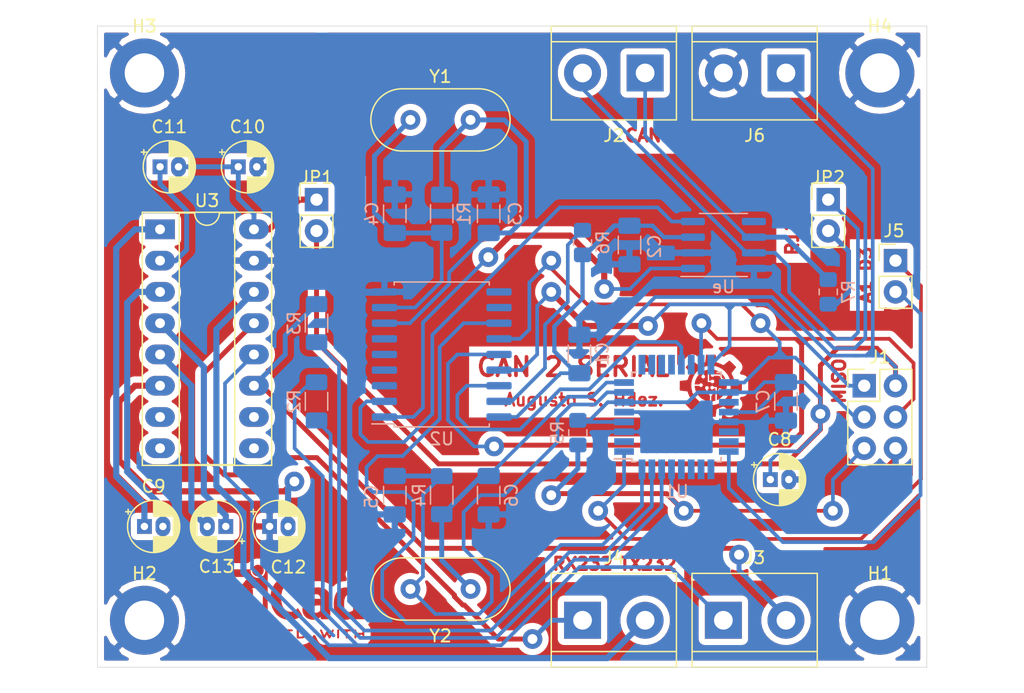
<source format=kicad_pcb>
(kicad_pcb (version 20171130) (host pcbnew "(5.1.9)-1")
  (layers (0 F.Cu signal) (31 B.Cu signal) (34 B.Paste user) (35 F.Paste user) (36 B.SilkS user) (37 F.SilkS user) (38 B.Mask user) (39 F.Mask user) (44 Edge.Cuts user))
  (net 0 "")
  (net 1 GND)
  (net 2 +5V)
  (net 3 "Net-(C3-Pad2)")
  (net 4 "Net-(C4-Pad2)")
  (net 5 "Net-(C5-Pad2)")
  (net 6 "Net-(C6-Pad2)")
  (net 7 "Net-(C9-Pad2)")
  (net 8 "Net-(C9-Pad1)")
  (net 9 "Net-(C10-Pad1)")
  (net 10 "Net-(C11-Pad1)")
  (net 11 "Net-(C12-Pad2)")
  (net 12 "Net-(C13-Pad2)")
  (net 13 "Net-(C13-Pad1)")
  (net 14 /RESET)
  (net 15 /MOSI)
  (net 16 /SCK)
  (net 17 /MISO)
  (net 18 CANH)
  (net 19 CANL)
  (net 20 TX_TTL)
  (net 21 RX_TTL)
  (net 22 TX_232)
  (net 23 RX_232)
  (net 24 A1)
  (net 25 D3)
  (net 26 "Net-(JP2-Pad2)")
  (net 27 "Net-(R2-Pad2)")
  (net 28 "Net-(R3-Pad2)")
  (net 29 "Net-(R6-Pad2)")
  (net 30 /SS_MCP)
  (net 31 MCP_INT)
  (net 32 "Net-(U2-Pad11)")
  (net 33 "Net-(U2-Pad10)")
  (net 34 "Net-(U2-Pad6)")
  (net 35 "Net-(U2-Pad5)")
  (net 36 "Net-(U2-Pad4)")
  (net 37 "Net-(U2-Pad3)")
  (net 38 RXCAN)
  (net 39 TXCAN)
  (net 40 "Net-(U3-Pad8)")
  (net 41 "Net-(U3-Pad7)")
  (net 42 "Net-(U3-Pad10)")
  (net 43 "Net-(U3-Pad9)")
  (net 44 "Net-(U4-Pad5)")
  (net 45 "Net-(U1-Pad28)")
  (net 46 "Net-(U1-Pad27)")
  (net 47 "Net-(U1-Pad26)")
  (net 48 "Net-(U1-Pad25)")
  (net 49 "Net-(U1-Pad23)")
  (net 50 "Net-(U1-Pad22)")
  (net 51 "Net-(U1-Pad19)")
  (net 52 "Net-(U1-Pad14)")
  (net 53 "Net-(U1-Pad12)")
  (net 54 "Net-(U1-Pad11)")
  (net 55 "Net-(U1-Pad10)")
  (net 56 "Net-(U1-Pad9)")
  (net 57 "Net-(U1-Pad2)")
  (module logos_pcb:logo_augusto (layer F.Cu) (at 244.094 140.97)
    (fp_text reference G*** hide)
    (fp_text value LOGO hide)
    (fp_poly (pts (xy 0.15721 -2.518512) (xy 0.227189 -2.518148) (xy 0.286735 -2.517452) (xy 0.333698 -2.516452) (xy 0.365928 -2.515173) (xy 0.381275 -2.513643) (xy 0.382198 -2.513251) (xy 0.385061 -2.502) (xy 0.389621 -2.473786) (xy 0.395554 -2.431082) (xy 0.402537 -2.37636) (xy 0.410246 -2.31209) (xy 0.418357 -2.240745) (xy 0.420898 -2.217615) (xy 0.429121 -2.143777) (xy 0.437057 -2.075525) (xy 0.444374 -2.015483) (xy 0.450741 -1.966274) (xy 0.455827 -1.930523) (xy 0.4593 -1.910853) (xy 0.459932 -1.908601) (xy 0.470504 -1.894913) (xy 0.493609 -1.882021) (xy 0.532429 -1.868218) (xy 0.539068 -1.866186) (xy 0.603531 -1.844661) (xy 0.678996 -1.81613) (xy 0.759388 -1.783087) (xy 0.838635 -1.748023) (xy 0.907358 -1.715093) (xy 0.946556 -1.696247) (xy 0.980645 -1.681392) (xy 1.005007 -1.672458) (xy 1.013363 -1.67074) (xy 1.025088 -1.676692) (xy 1.049971 -1.693445) (xy 1.085989 -1.719496) (xy 1.131121 -1.753342) (xy 1.183343 -1.793483) (xy 1.240635 -1.838415) (xy 1.263218 -1.856355) (xy 1.321687 -1.902643) (xy 1.375613 -1.944709) (xy 1.423016 -1.981059) (xy 1.461918 -2.010198) (xy 1.49034 -2.030632) (xy 1.506304 -2.040865) (xy 1.508714 -2.041769) (xy 1.518902 -2.035146) (xy 1.540874 -2.016545) (xy 1.572666 -1.987869) (xy 1.612311 -1.95102) (xy 1.657844 -1.907902) (xy 1.7073 -1.860417) (xy 1.758713 -1.810467) (xy 1.810116 -1.759955) (xy 1.859544 -1.710784) (xy 1.905032 -1.664857) (xy 1.944614 -1.624077) (xy 1.976325 -1.590345) (xy 1.985192 -1.580565) (xy 2.05073 -1.507327) (xy 1.882452 -1.293414) (xy 1.83726 -1.23585) (xy 1.794962 -1.181756) (xy 1.757388 -1.133489) (xy 1.726371 -1.093408) (xy 1.703739 -1.06387) (xy 1.691324 -1.047235) (xy 1.691115 -1.04694) (xy 1.668055 -1.01438) (xy 1.722408 -0.895517) (xy 1.77511 -0.776879) (xy 1.817895 -0.673202) (xy 1.850537 -0.585054) (xy 1.86611 -0.536681) (xy 1.878449 -0.501557) (xy 1.89153 -0.474299) (xy 1.902704 -0.460401) (xy 1.902928 -0.460277) (xy 1.916576 -0.457031) (xy 1.947112 -0.452165) (xy 1.991981 -0.446009) (xy 2.04863 -0.43889) (xy 2.114504 -0.43114) (xy 2.187051 -0.423086) (xy 2.212731 -0.420342) (xy 2.286408 -0.412344) (xy 2.353786 -0.404635) (xy 2.412415 -0.397528) (xy 2.459844 -0.391333) (xy 2.493622 -0.386363) (xy 2.511297 -0.382929) (xy 2.513251 -0.382125) (xy 2.514836 -0.371068) (xy 2.516176 -0.342623) (xy 2.517244 -0.29894) (xy 2.518014 -0.242169) (xy 2.518458 -0.174458) (xy 2.51855 -0.097958) (xy 2.518261 -0.014818) (xy 2.518136 0.005357) (xy 2.515577 0.38562) (xy 2.466731 0.392522) (xy 2.443272 0.395484) (xy 2.403762 0.400074) (xy 2.351585 0.405918) (xy 2.290124 0.41264) (xy 2.222765 0.419863) (xy 2.178539 0.424532) (xy 2.110952 0.431726) (xy 2.048746 0.438546) (xy 1.994911 0.444647) (xy 1.952437 0.449686) (xy 1.924316 0.45332) (xy 1.914769 0.454843) (xy 1.903992 0.45891) (xy 1.894641 0.468065) (xy 1.885162 0.485415) (xy 1.874 0.514069) (xy 1.8596 0.557134) (xy 1.852528 0.579274) (xy 1.834837 0.630509) (xy 1.811065 0.69295) (xy 1.783745 0.760265) (xy 1.755411 0.826123) (xy 1.741116 0.857695) (xy 1.667522 1.01689) (xy 1.690149 1.048195) (xy 1.702221 1.064124) (xy 1.724619 1.092932) (xy 1.755468 1.13224) (xy 1.792894 1.179665) (xy 1.835024 1.232827) (xy 1.877273 1.285944) (xy 1.920809 1.341132) (xy 1.960019 1.391892) (xy 1.993313 1.436077) (xy 2.019097 1.471541) (xy 2.035779 1.496137) (xy 2.041769 1.507718) (xy 2.041769 1.507757) (xy 2.035163 1.51752) (xy 2.01656 1.539195) (xy 1.987783 1.570906) (xy 1.950657 1.610777) (xy 1.907006 1.656933) (xy 1.858653 1.707498) (xy 1.807423 1.760596) (xy 1.755138 1.814352) (xy 1.703623 1.86689) (xy 1.654702 1.916334) (xy 1.610198 1.960809) (xy 1.571935 1.998439) (xy 1.541737 2.027348) (xy 1.521428 2.045661) (xy 1.513018 2.051539) (xy 1.503459 2.045663) (xy 1.480686 2.029058) (xy 1.446692 2.003258) (xy 1.403474 1.9698) (xy 1.353028 1.930215) (xy 1.297348 1.886041) (xy 1.284855 1.876067) (xy 1.227262 1.830159) (xy 1.173578 1.787596) (xy 1.125999 1.750101) (xy 1.08672 1.719398) (xy 1.057936 1.697207) (xy 1.041843 1.685252) (xy 1.040597 1.684408) (xy 1.030748 1.678697) (xy 1.020483 1.676097) (xy 1.006815 1.677498) (xy 0.98676 1.683789) (xy 0.957329 1.695862) (xy 0.915537 1.714604) (xy 0.87185 1.734699) (xy 0.809024 1.762624) (xy 0.7388 1.792107) (xy 0.66896 1.819975) (xy 0.60729 1.843059) (xy 0.596404 1.846898) (xy 0.536405 1.868706) (xy 0.494096 1.886317) (xy 0.468221 1.900313) (xy 0.457621 1.911021) (xy 0.454743 1.92514) (xy 0.4502 1.956099) (xy 0.444314 2.001302) (xy 0.437409 2.05815) (xy 0.429806 2.124048) (xy 0.421829 2.196397) (xy 0.419555 2.217615) (xy 0.411658 2.290644) (xy 0.404211 2.357355) (xy 0.39751 2.415279) (xy 0.391848 2.461945) (xy 0.387519 2.494883) (xy 0.384818 2.511622) (xy 0.384358 2.513135) (xy 0.373916 2.514755) (xy 0.346064 2.516251) (xy 0.30293 2.517582) (xy 0.246643 2.518708) (xy 0.179331 2.519589) (xy 0.103122 2.520183) (xy 0.020144 2.52045) (xy -0.000883 2.520462) (xy -0.101896 2.520327) (xy -0.184848 2.519891) (xy -0.251215 2.519109) (xy -0.302473 2.517932) (xy -0.340099 2.516313) (xy -0.365567 2.514207) (xy -0.380355 2.511567) (xy -0.385937 2.508345) (xy -0.385974 2.50825) (xy -0.3881 2.495707) (xy -0.391953 2.466306) (xy -0.397231 2.42262) (xy -0.40363 2.367224) (xy -0.41085 2.302692) (xy -0.418588 2.231598) (xy -0.420086 2.217615) (xy -0.427955 2.144743) (xy -0.435405 2.077198) (xy -0.442121 2.017715) (xy -0.447791 1.969031) (xy -0.452099 1.933879) (xy -0.454732 1.914997) (xy -0.454971 1.913694) (xy -0.459839 1.900122) (xy -0.470735 1.889736) (xy -0.491738 1.880137) (xy -0.526929 1.868929) (xy -0.535341 1.866482) (xy -0.585886 1.850956) (xy -0.637558 1.832966) (xy -0.693955 1.811084) (xy -0.758676 1.78388) (xy -0.835318 1.749925) (xy -0.880901 1.729206) (xy -1.014455 1.668108) (xy -1.046977 1.691132) (xy -1.063151 1.703174) (xy -1.092309 1.725484) (xy -1.132093 1.756233) (xy -1.180146 1.793594) (xy -1.234108 1.835737) (xy -1.291621 1.880832) (xy -1.293534 1.882336) (xy -1.507568 2.050514) (xy -1.580742 1.985084) (xy -1.610581 1.957475) (xy -1.64831 1.921131) (xy -1.692024 1.878024) (xy -1.73982 1.830123) (xy -1.789791 1.7794) (xy -1.840035 1.727824) (xy -1.888647 1.677366) (xy -1.933722 1.629996) (xy -1.973355 1.587684) (xy -2.005643 1.552401) (xy -2.02868 1.526118) (xy -2.040563 1.510803) (xy -2.041769 1.508112) (xy -2.035884 1.497653) (xy -2.019224 1.473959) (xy -1.993284 1.439005) (xy -1.959557 1.394764) (xy -1.919536 1.343207) (xy -1.874716 1.286308) (xy -1.856355 1.263218) (xy -1.810044 1.204693) (xy -1.767947 1.150651) (xy -1.731562 1.103084) (xy -1.702386 1.06398) (xy -1.681917 1.035329) (xy -1.671653 1.019122) (xy -1.67074 1.016623) (xy -1.674654 1.003202) (xy -1.685563 0.975654) (xy -1.701994 0.937463) (xy -1.722475 0.89211) (xy -1.732718 0.870084) (xy -1.770919 0.785958) (xy -1.805771 0.703931) (xy -1.835803 0.627744) (xy -1.859542 0.561136) (xy -1.875518 0.507845) (xy -1.875922 0.50625) (xy -1.87874 0.493142) (xy -1.881164 0.482556) (xy -1.885129 0.474017) (xy -1.892568 0.467049) (xy -1.905413 0.461176) (xy -1.925597 0.455924) (xy -1.955055 0.450816) (xy -1.995718 0.445377) (xy -2.049519 0.439133) (xy -2.118393 0.431606) (xy -2.204272 0.422323) (xy -2.227385 0.419807) (xy -2.298136 0.411978) (xy -2.362799 0.404613) (xy -2.418748 0.398029) (xy -2.463355 0.39254) (xy -2.493994 0.388463) (xy -2.508039 0.386114) (xy -2.508364 0.386011) (xy -2.511577 0.38093) (xy -2.51415 0.367255) (xy -2.51612 0.343467) (xy -2.517526 0.308046) (xy -2.518406 0.259474) (xy -2.518799 0.19623) (xy -2.518742 0.116796) (xy -2.518273 0.019651) (xy -2.518133 -0.002179) (xy -2.517521 -0.094135) (xy -1.58922 -0.094135) (xy -1.587613 0.075935) (xy -1.567553 0.246633) (xy -1.533983 0.397144) (xy -1.523904 0.441437) (xy -1.516787 0.487143) (xy -1.514231 0.522763) (xy -1.513311 0.553916) (xy -1.509507 0.570126) (xy -1.501252 0.575944) (xy -1.495774 0.576385) (xy -1.484579 0.581564) (xy -1.470576 0.598523) (xy -1.452326 0.629398) (xy -1.428392 0.676323) (xy -1.428296 0.676519) (xy -1.343112 0.829005) (xy -1.243075 0.96996) (xy -1.129473 1.098498) (xy -1.003592 1.213734) (xy -0.866721 1.314782) (xy -0.720147 1.400754) (xy -0.565157 1.470766) (xy -0.403038 1.523931) (xy -0.235078 1.559363) (xy -0.127 1.572169) (xy -0.071667 1.57665) (xy -0.029795 1.579447) (xy 0.004624 1.580559) (xy 0.037593 1.579987) (xy 0.075119 1.577731) (xy 0.123207 1.573793) (xy 0.141654 1.572191) (xy 0.318983 1.547385) (xy 0.490175 1.504637) (xy 0.653976 1.444372) (xy 0.809127 1.367011) (xy 0.881045 1.323358) (xy 1.020873 1.221688) (xy 1.148545 1.10551) (xy 1.263038 0.976372) (xy 1.363326 0.835824) (xy 1.448386 0.685415) (xy 1.517193 0.526694) (xy 1.568725 0.361209) (xy 1.593313 0.245967) (xy 1.603098 0.173222) (xy 1.60977 0.088712) (xy 1.613209 -0.001387) (xy 1.613296 -0.090901) (xy 1.609911 -0.173657) (xy 1.602934 -0.243481) (xy 1.602825 -0.244231) (xy 1.568163 -0.417381) (xy 1.515912 -0.5836) (xy 1.446983 -0.741755) (xy 1.362282 -0.890717) (xy 1.262717 -1.029353) (xy 1.149197 -1.156533) (xy 1.02263 -1.271125) (xy 0.883924 -1.371999) (xy 0.733986 -1.458023) (xy 0.573725 -1.528065) (xy 0.571575 -1.528867) (xy 0.404958 -1.580593) (xy 0.235086 -1.613559) (xy 0.063526 -1.627939) (xy -0.108155 -1.623907) (xy -0.278388 -1.601637) (xy -0.445606 -1.561303) (xy -0.608241 -1.503079) (xy -0.764724 -1.427138) (xy -0.859692 -1.370117) (xy -1.0006 -1.267444) (xy -1.127767 -1.151794) (xy -1.24067 -1.024538) (xy -1.338785 -0.887048) (xy -1.421589 -0.740698) (xy -1.488558 -0.586859) (xy -1.539169 -0.426904) (xy -1.572897 -0.262205) (xy -1.58922 -0.094135) (xy -2.517521 -0.094135) (xy -2.515577 -0.385885) (xy -2.232269 -0.417086) (xy -2.158623 -0.425358) (xy -2.090168 -0.433352) (xy -2.02964 -0.440726) (xy -1.979773 -0.447136) (xy -1.943303 -0.452238) (xy -1.922965 -0.455689) (xy -1.921032 -0.456163) (xy -1.909523 -0.460696) (xy -1.899691 -0.469025) (xy -1.889962 -0.484127) (xy -1.878762 -0.508983) (xy -1.86452 -0.546573) (xy -1.84665 -0.597045) (xy -1.82414 -0.657707) (xy -1.796123 -0.727577) (xy -1.765993 -0.798469) (xy -1.737143 -0.862196) (xy -1.734056 -0.868705) (xy -1.708543 -0.922996) (xy -1.69098 -0.962745) (xy -1.680375 -0.990779) (xy -1.67574 -1.009931) (xy -1.676085 -1.02303) (xy -1.678084 -1.028775) (xy -1.68671 -1.041868) (xy -1.705898 -1.067964) (xy -1.733949 -1.104853) (xy -1.769164 -1.150324) (xy -1.809845 -1.202166) (xy -1.854294 -1.258171) (xy -1.855938 -1.260231) (xy -1.900395 -1.316103) (xy -1.941112 -1.367632) (xy -1.976405 -1.412659) (xy -2.004592 -1.449026) (xy -2.023989 -1.474573) (xy -2.032913 -1.487142) (xy -2.033043 -1.48737) (xy -2.03433 -1.495847) (xy -2.02936 -1.508401) (xy -2.016616 -1.527014) (xy -1.994583 -1.553672) (xy -1.961744 -1.590358) (xy -1.919545 -1.63589) (xy -1.876566 -1.681176) (xy -1.828748 -1.730427) (xy -1.778037 -1.781752) (xy -1.726381 -1.833258) (xy -1.675726 -1.883053) (xy -1.628018 -1.929244) (xy -1.585204 -1.969939) (xy -1.549232 -2.003246) (xy -1.522046 -2.027272) (xy -1.505595 -2.040124) (xy -1.502041 -2.041769) (xy -1.492324 -2.035891) (xy -1.469392 -2.019275) (xy -1.43524 -1.99345) (xy -1.39186 -1.959947) (xy -1.341248 -1.920293) (xy -1.285396 -1.876019) (xy -1.271493 -1.864923) (xy -1.214018 -1.819213) (xy -1.16072 -1.777238) (xy -1.113719 -1.740639) (xy -1.075136 -1.711051) (xy -1.047093 -1.690112) (xy -1.031711 -1.679462) (xy -1.030318 -1.6787) (xy -1.018931 -1.67666) (xy -1.001158 -1.679697) (xy -0.974398 -1.688718) (xy -0.936053 -1.704633) (xy -0.883523 -1.728349) (xy -0.869126 -1.735018) (xy -0.80659 -1.76299) (xy -0.736431 -1.792598) (xy -0.666609 -1.820581) (xy -0.605081 -1.843679) (xy -0.596619 -1.846675) (xy -0.54144 -1.866599) (xy -0.502445 -1.882269) (xy -0.477067 -1.894922) (xy -0.462738 -1.9058) (xy -0.457588 -1.913833) (xy -0.454385 -1.929223) (xy -0.449589 -1.961089) (xy -0.443582 -2.006469) (xy -0.436743 -2.062402) (xy -0.429454 -2.125925) (xy -0.424474 -2.171574) (xy -0.417027 -2.240903) (xy -0.409872 -2.306837) (xy -0.403393 -2.36588) (xy -0.397976 -2.414537) (xy -0.394005 -2.44931) (xy -0.392504 -2.461846) (xy -0.385806 -2.515577) (xy -0.00545 -2.518136) (xy 0.078947 -2.518517) (xy 0.15721 -2.518512)) (layer F.Cu) (width 0.01))
    (fp_poly (pts (xy 0.041104 -1.32678) (xy 0.123006 -1.319103) (xy 0.209142 -1.306354) (xy 0.294833 -1.289142) (xy 0.375397 -1.268079) (xy 0.400251 -1.260325) (xy 0.532847 -1.207413) (xy 0.661153 -1.137624) (xy 0.782648 -1.053108) (xy 0.89481 -0.956016) (xy 0.99512 -0.848497) (xy 1.081057 -0.7327) (xy 1.141637 -0.627952) (xy 1.156895 -0.596979) (xy 1.167878 -0.57328) (xy 1.1723 -0.561798) (xy 1.172308 -0.561656) (xy 1.163244 -0.559579) (xy 1.138844 -0.558447) (xy 1.103289 -0.558379) (xy 1.077078 -0.558935) (xy 0.981848 -0.561731) (xy 0.86704 -0.727558) (xy 0.832408 -0.778389) (xy 0.801966 -0.824625) (xy 0.777389 -0.863587) (xy 0.760357 -0.8926) (xy 0.752547 -0.908986) (xy 0.752231 -0.910731) (xy 0.744325 -0.925719) (xy 0.735135 -0.928593) (xy 0.720628 -0.9287) (xy 0.689699 -0.928709) (xy 0.645464 -0.928627) (xy 0.591038 -0.92846) (xy 0.529537 -0.928215) (xy 0.505859 -0.928107) (xy 0.293679 -0.927105) (xy 0.251859 -0.970685) (xy 0.206664 -1.00629) (xy 0.158305 -1.023891) (xy 0.109345 -1.023334) (xy 0.062348 -1.004466) (xy 0.035445 -0.983621) (xy 0.002904 -0.941419) (xy -0.013011 -0.894948) (xy -0.013631 -0.847569) (xy -0.000286 -0.802642) (xy 0.025696 -0.763528) (xy 0.062985 -0.733588) (xy 0.11025 -0.716183) (xy 0.142452 -0.713154) (xy 0.184748 -0.720991) (xy 0.226319 -0.741592) (xy 0.259279 -0.770592) (xy 0.267644 -0.782459) (xy 0.284412 -0.810846) (xy 0.669192 -0.810098) (xy 0.780758 -0.647671) (xy 0.815131 -0.596834) (xy 0.845652 -0.550185) (xy 0.870544 -0.510563) (xy 0.88803 -0.480807) (xy 0.896334 -0.463756) (xy 0.896686 -0.46243) (xy 0.905918 -0.444585) (xy 0.917004 -0.439044) (xy 0.932048 -0.438722) (xy 0.962745 -0.438221) (xy 1.005209 -0.437598) (xy 1.055556 -0.436912) (xy 1.07949 -0.436602) (xy 1.226019 -0.434731) (xy 1.247364 -0.353341) (xy 1.274069 -0.221179) (xy 1.287113 -0.083752) (xy 1.286389 0.053543) (xy 1.271786 0.185311) (xy 1.259427 0.246673) (xy 1.248513 0.293077) (xy 0.890594 0.293077) (xy 0.870933 0.261327) (xy 0.83748 0.224587) (xy 0.793694 0.201199) (xy 0.744454 0.192258) (xy 0.694641 0.198859) (xy 0.660651 0.214164) (xy 0.628904 0.243315) (xy 0.603496 0.284187) (xy 0.588564 0.329087) (xy 0.586315 0.352334) (xy 0.595303 0.398472) (xy 0.619205 0.440259) (xy 0.654105 0.474204) (xy 0.696087 0.496815) (xy 0.741235 0.504598) (xy 0.755699 0.503389) (xy 0.80911 0.488428) (xy 0.849252 0.462498) (xy 0.86787 0.438986) (xy 0.884115 0.410431) (xy 1.04775 0.410369) (xy 1.101811 0.410763) (xy 1.148322 0.41189) (xy 1.184093 0.41361) (xy 1.20593 0.415781) (xy 1.211244 0.417635) (xy 1.207183 0.428881) (xy 1.196266 0.453855) (xy 1.180214 0.488727) (xy 1.162983 0.525026) (xy 1.084454 0.666769) (xy 0.991656 0.795453) (xy 0.88512 0.910526) (xy 0.765378 1.011439) (xy 0.63296 1.097642) (xy 0.584108 1.124035) (xy 0.487673 1.17357) (xy 0.49051 0.635628) (xy 0.493346 0.097685) (xy 0.371231 0.097312) (xy 0.249115 0.09694) (xy 0.229577 0.066488) (xy 0.196399 0.031183) (xy 0.15343 0.00882) (xy 0.105831 0.000536) (xy 0.05876 0.007467) (xy 0.028543 0.022213) (xy -0.012649 0.059876) (xy -0.038303 0.104496) (xy -0.048459 0.15253) (xy -0.043152 0.200434) (xy -0.022422 0.244663) (xy 0.013696 0.281672) (xy 0.031398 0.293078) (xy 0.078409 0.309652) (xy 0.127636 0.310426) (xy 0.174169 0.296608) (xy 0.213093 0.269408) (xy 0.232955 0.243454) (xy 0.243338 0.227822) (xy 0.255727 0.219296) (xy 0.275941 0.215731) (xy 0.309799 0.214985) (xy 0.310262 0.214985) (xy 0.371408 0.214923) (xy 0.368877 0.714895) (xy 0.366346 1.214866) (xy 0.337039 1.222855) (xy 0.284994 1.235291) (xy 0.222644 1.247587) (xy 0.159162 1.25808) (xy 0.105019 1.264976) (xy 0.039077 1.271555) (xy 0.039077 1.081641) (xy 0.039285 1.00162) (xy 0.040137 0.938759) (xy 0.041977 0.89068) (xy 0.045148 0.855006) (xy 0.049994 0.829361) (xy 0.056858 0.811369) (xy 0.066084 0.798651) (xy 0.078014 0.788831) (xy 0.081738 0.786372) (xy 0.118025 0.752803) (xy 0.139141 0.710784) (xy 0.145195 0.664044) (xy 0.136294 0.616311) (xy 0.112548 0.571314) (xy 0.074392 0.533027) (xy 0.04079 0.517951) (xy -0.002176 0.511947) (xy -0.046575 0.515002) (xy -0.084475 0.527103) (xy -0.094534 0.533321) (xy -0.136297 0.574448) (xy -0.160292 0.621036) (xy -0.166361 0.670361) (xy -0.154343 0.719699) (xy -0.124078 0.766325) (xy -0.109102 0.781539) (xy -0.071978 0.815731) (xy -0.076111 1.042865) (xy -0.077553 1.11559) (xy -0.079025 1.17104) (xy -0.080731 1.21148) (xy -0.082872 1.239172) (xy -0.085651 1.256381) (xy -0.08927 1.265369) (xy -0.093933 1.2684) (xy -0.096295 1.268437) (xy -0.116848 1.266379) (xy -0.144812 1.263519) (xy -0.146538 1.263341) (xy -0.191803 1.256761) (xy -0.248882 1.245727) (xy -0.310999 1.231804) (xy -0.371379 1.216559) (xy -0.423249 1.201555) (xy -0.443706 1.194693) (xy -0.535365 1.157002) (xy -0.631072 1.109219) (xy -0.721923 1.055881) (xy -0.742384 1.042511) (xy -0.797728 1.001004) (xy -0.859363 0.947277) (xy -0.923106 0.885605) (xy -0.984777 0.820262) (xy -1.040191 0.755522) (xy -1.085167 0.695662) (xy -1.092593 0.684573) (xy -1.116643 0.647208) (xy -1.136121 0.615873) (xy -1.148858 0.594129) (xy -1.152769 0.585766) (xy -1.148713 0.581282) (xy -1.13569 0.577503) (xy -1.112416 0.57438) (xy -1.077606 0.571862) (xy -1.029978 0.5699) (xy -0.968248 0.568445) (xy -0.891131 0.567447) (xy -0.797344 0.566856) (xy -0.685604 0.566624) (xy -0.656884 0.566615) (xy -0.25165 0.566615) (xy -0.258651 0.445238) (xy -0.265652 0.32386) (xy -0.236346 0.308705) (xy -0.201559 0.280538) (xy -0.176609 0.239941) (xy -0.164908 0.192932) (xy -0.164449 0.181792) (xy -0.172739 0.128698) (xy -0.195416 0.08479) (xy -0.229184 0.051469) (xy -0.27075 0.030138) (xy -0.316821 0.0222) (xy -0.364104 0.029054) (xy -0.409303 0.052105) (xy -0.429095 0.069136) (xy -0.460941 0.113196) (xy -0.474805 0.161636) (xy -0.470804 0.211472) (xy -0.449054 0.259719) (xy -0.420352 0.293845) (xy -0.398381 0.317257) (xy -0.386451 0.339289) (xy -0.380608 0.368631) (xy -0.379068 0.384625) (xy -0.37748 0.415357) (xy -0.378166 0.437042) (xy -0.380162 0.44387) (xy -0.390839 0.444675) (xy -0.419011 0.445577) (xy -0.462633 0.446539) (xy -0.519663 0.44753) (xy -0.588057 0.448516) (xy -0.66577 0.449462) (xy -0.750761 0.450335) (xy -0.800939 0.450782) (xy -1.215994 0.454269) (xy -1.242162 0.376115) (xy -1.264976 0.296357) (xy -1.284622 0.204868) (xy -1.299533 0.109391) (xy -1.30392 0.070827) (xy -1.310047 0.009769) (xy -0.942731 0.009893) (xy -0.92657 0.038301) (xy -0.895765 0.074033) (xy -0.85396 0.097219) (xy -0.806069 0.106648) (xy -0.757002 0.101112) (xy -0.725014 0.087924) (xy -0.683775 0.055256) (xy -0.657712 0.014712) (xy -0.646076 -0.030263) (xy -0.648118 -0.076226) (xy -0.663087 -0.119732) (xy -0.690234 -0.157336) (xy -0.728811 -0.185594) (xy -0.778069 -0.201063) (xy -0.788138 -0.202234) (xy -0.841379 -0.198189) (xy -0.886972 -0.177062) (xy -0.922256 -0.140107) (xy -0.923192 -0.138666) (xy -0.942731 -0.108214) (xy -1.121019 -0.107838) (xy -1.299308 -0.107461) (xy -1.299155 -0.153865) (xy -1.296153 -0.193762) (xy -1.288137 -0.246472) (xy -1.276274 -0.306276) (xy -1.261735 -0.367456) (xy -1.245687 -0.424289) (xy -1.240736 -0.439689) (xy -1.214121 -0.508969) (xy -1.178594 -0.586159) (xy -1.137623 -0.664632) (xy -1.094675 -0.737765) (xy -1.053217 -0.798932) (xy -1.051607 -0.801077) (xy -0.995905 -0.868821) (xy -0.930139 -0.938899) (xy -0.859973 -1.005759) (xy -0.791071 -1.063844) (xy -0.760125 -1.086967) (xy -0.719663 -1.11548) (xy -0.692573 -1.1326) (xy -0.676176 -1.138079) (xy -0.667795 -1.13167) (xy -0.664752 -1.113124) (xy -0.664372 -1.082195) (xy -0.664377 -1.078103) (xy -0.665428 -1.030405) (xy -0.66806 -0.978483) (xy -0.670496 -0.947086) (xy -0.674757 -0.911457) (xy -0.680703 -0.889741) (xy -0.690681 -0.876324) (xy -0.703781 -0.867425) (xy -0.738868 -0.836781) (xy -0.761633 -0.795065) (xy -0.77087 -0.74727) (xy -0.765377 -0.698391) (xy -0.752232 -0.666398) (xy -0.720259 -0.627348) (xy -0.677698 -0.600353) (xy -0.629474 -0.587002) (xy -0.580508 -0.588883) (xy -0.547755 -0.600457) (xy -0.503271 -0.633071) (xy -0.474239 -0.674764) (xy -0.46114 -0.722062) (xy -0.464456 -0.771487) (xy -0.484667 -0.819566) (xy -0.512649 -0.854072) (xy -0.555126 -0.895354) (xy -0.549614 -1.054177) (xy -0.544103 -1.212999) (xy -0.518724 -1.223128) (xy -0.47351 -1.240156) (xy -0.423069 -1.257542) (xy -0.373101 -1.273479) (xy -0.329303 -1.286155) (xy -0.297375 -1.293764) (xy -0.294773 -1.294224) (xy -0.252507 -1.301277) (xy -0.254746 -0.794735) (xy -0.256985 -0.288192) (xy -0.139203 -0.291293) (xy -0.021422 -0.294395) (xy -0.004899 -0.266424) (xy 0.028212 -0.22761) (xy 0.070675 -0.202802) (xy 0.118254 -0.192207) (xy 0.166713 -0.196031) (xy 0.211816 -0.214483) (xy 0.249328 -0.247769) (xy 0.253829 -0.25376) (xy 0.276712 -0.301482) (xy 0.282704 -0.353103) (xy 0.272114 -0.403736) (xy 0.245253 -0.448494) (xy 0.24116 -0.453017) (xy 0.197976 -0.486195) (xy 0.149948 -0.501671) (xy 0.100399 -0.49949) (xy 0.052655 -0.4797) (xy 0.016743 -0.449895) (xy -0.005397 -0.427627) (xy -0.023678 -0.415797) (xy -0.046005 -0.411119) (xy -0.078507 -0.410308) (xy -0.136769 -0.410308) (xy -0.136769 -1.317649) (xy -0.091272 -1.324472) (xy -0.031882 -1.328773) (xy 0.041104 -1.32678)) (layer F.Cu) (width 0.01))
  )
  (module Package_DIP:DIP-16_W7.62mm_Socket_LongPads (layer F.Cu) (at 199.39 128.27)
    (fp_text reference U3 (at 3.81 -2.33) (layer F.SilkS))
    (fp_text value MAX232)
    (pad 16 thru_hole oval (at 7.62 0) (size 2.4 1.6) (drill 0.8) (layers *.Cu *.Mask) (net 9 "Net-(C10-Pad1)"))
    (pad 8 thru_hole oval (at 0 17.78) (size 2.4 1.6) (drill 0.8) (layers *.Cu *.Mask) (net 40 "Net-(U3-Pad8)"))
    (pad 15 thru_hole oval (at 7.62 2.54) (size 2.4 1.6) (drill 0.8) (layers *.Cu *.Mask) (net 1 GND))
    (pad 7 thru_hole oval (at 0 15.24) (size 2.4 1.6) (drill 0.8) (layers *.Cu *.Mask) (net 41 "Net-(U3-Pad7)"))
    (pad 14 thru_hole oval (at 7.62 5.08) (size 2.4 1.6) (drill 0.8) (layers *.Cu *.Mask) (net 22 TX_232))
    (pad 6 thru_hole oval (at 0 12.7) (size 2.4 1.6) (drill 0.8) (layers *.Cu *.Mask) (net 11 "Net-(C12-Pad2)"))
    (pad 13 thru_hole oval (at 7.62 7.62) (size 2.4 1.6) (drill 0.8) (layers *.Cu *.Mask) (net 23 RX_232))
    (pad 5 thru_hole oval (at 0 10.16) (size 2.4 1.6) (drill 0.8) (layers *.Cu *.Mask) (net 12 "Net-(C13-Pad2)"))
    (pad 12 thru_hole oval (at 7.62 10.16) (size 2.4 1.6) (drill 0.8) (layers *.Cu *.Mask) (net 21 RX_TTL))
    (pad 4 thru_hole oval (at 0 7.62) (size 2.4 1.6) (drill 0.8) (layers *.Cu *.Mask) (net 13 "Net-(C13-Pad1)"))
    (pad 11 thru_hole oval (at 7.62 12.7) (size 2.4 1.6) (drill 0.8) (layers *.Cu *.Mask) (net 20 TX_TTL))
    (pad 3 thru_hole oval (at 0 5.08) (size 2.4 1.6) (drill 0.8) (layers *.Cu *.Mask) (net 7 "Net-(C9-Pad2)"))
    (pad 10 thru_hole oval (at 7.62 15.24) (size 2.4 1.6) (drill 0.8) (layers *.Cu *.Mask) (net 42 "Net-(U3-Pad10)"))
    (pad 2 thru_hole oval (at 0 2.54) (size 2.4 1.6) (drill 0.8) (layers *.Cu *.Mask) (net 10 "Net-(C11-Pad1)"))
    (pad 9 thru_hole oval (at 7.62 17.78) (size 2.4 1.6) (drill 0.8) (layers *.Cu *.Mask) (net 43 "Net-(U3-Pad9)"))
    (pad 1 thru_hole rect (at 0 0) (size 2.4 1.6) (drill 0.8) (layers *.Cu *.Mask) (net 8 "Net-(C9-Pad1)"))
  )
  (module Symbol:KiCad-Logo2_5mm_Copper (layer F.Cu) (at 209.677 158.496)
    (fp_text reference REF** hide)
    (fp_text value KiCad-Logo2_5mm_Copper hide)
    (fp_poly (pts (xy 6.228823 2.274533) (xy 6.260202 2.296776) (xy 6.287911 2.324485) (xy 6.287911 2.63392) (xy 6.287838 2.725799) (xy 6.287495 2.79784) (xy 6.286692 2.85278) (xy 6.285241 2.89336) (xy 6.282952 2.922317) (xy 6.279636 2.942391) (xy 6.275105 2.956321) (xy 6.269169 2.966845) (xy 6.264514 2.9731) (xy 6.233783 2.997673) (xy 6.198496 3.000341) (xy 6.166245 2.985271) (xy 6.155588 2.976374) (xy 6.148464 2.964557) (xy 6.144167 2.945526) (xy 6.141991 2.914992) (xy 6.141228 2.868662) (xy 6.141155 2.832871) (xy 6.141155 2.698045) (xy 5.644444 2.698045) (xy 5.644444 2.8207) (xy 5.643931 2.876787) (xy 5.641876 2.915333) (xy 5.637508 2.941361) (xy 5.630056 2.959897) (xy 5.621047 2.9731) (xy 5.590144 2.997604) (xy 5.555196 3.000506) (xy 5.521738 2.983089) (xy 5.512604 2.973959) (xy 5.506152 2.961855) (xy 5.501897 2.943001) (xy 5.499352 2.91362) (xy 5.498029 2.869937) (xy 5.497443 2.808175) (xy 5.497375 2.794) (xy 5.496891 2.677631) (xy 5.496641 2.581727) (xy 5.496723 2.504177) (xy 5.497231 2.442869) (xy 5.498262 2.39569) (xy 5.499913 2.36053) (xy 5.502279 2.335276) (xy 5.505457 2.317817) (xy 5.509544 2.306041) (xy 5.514634 2.297835) (xy 5.520266 2.291645) (xy 5.552128 2.271844) (xy 5.585357 2.274533) (xy 5.616735 2.296776) (xy 5.629433 2.311126) (xy 5.637526 2.326978) (xy 5.642042 2.349554) (xy 5.644006 2.384078) (xy 5.644444 2.435776) (xy 5.644444 2.551289) (xy 6.141155 2.551289) (xy 6.141155 2.432756) (xy 6.141662 2.378148) (xy 6.143698 2.341275) (xy 6.148035 2.317307) (xy 6.155447 2.301415) (xy 6.163733 2.291645) (xy 6.195594 2.271844) (xy 6.228823 2.274533)) (layer F.Cu) (width 0.01))
    (fp_poly (pts (xy 4.963065 2.269163) (xy 5.041772 2.269542) (xy 5.102863 2.270333) (xy 5.148817 2.27167) (xy 5.182114 2.273683) (xy 5.205236 2.276506) (xy 5.220662 2.280269) (xy 5.230871 2.285105) (xy 5.235813 2.288822) (xy 5.261457 2.321358) (xy 5.264559 2.355138) (xy 5.248711 2.385826) (xy 5.238348 2.398089) (xy 5.227196 2.40645) (xy 5.211035 2.411657) (xy 5.185642 2.414457) (xy 5.146798 2.415596) (xy 5.09028 2.415821) (xy 5.07918 2.415822) (xy 4.933244 2.415822) (xy 4.933244 2.686756) (xy 4.933148 2.772154) (xy 4.932711 2.837864) (xy 4.931712 2.886774) (xy 4.929928 2.921773) (xy 4.927137 2.945749) (xy 4.923117 2.961593) (xy 4.917645 2.972191) (xy 4.910666 2.980267) (xy 4.877734 3.000112) (xy 4.843354 2.998548) (xy 4.812176 2.975906) (xy 4.809886 2.9731) (xy 4.802429 2.962492) (xy 4.796747 2.950081) (xy 4.792601 2.93285) (xy 4.78975 2.907784) (xy 4.787954 2.871867) (xy 4.786972 2.822083) (xy 4.786564 2.755417) (xy 4.786489 2.679589) (xy 4.786489 2.415822) (xy 4.647127 2.415822) (xy 4.587322 2.415418) (xy 4.545918 2.41384) (xy 4.518748 2.410547) (xy 4.501646 2.404992) (xy 4.490443 2.396631) (xy 4.489083 2.395178) (xy 4.472725 2.361939) (xy 4.474172 2.324362) (xy 4.492978 2.291645) (xy 4.50025 2.285298) (xy 4.509627 2.280266) (xy 4.523609 2.276396) (xy 4.544696 2.273537) (xy 4.575389 2.271535) (xy 4.618189 2.270239) (xy 4.675595 2.269498) (xy 4.75011 2.269158) (xy 4.844233 2.269068) (xy 4.86426 2.269067) (xy 4.963065 2.269163)) (layer F.Cu) (width 0.01))
    (fp_poly (pts (xy 4.188614 2.275877) (xy 4.212327 2.290647) (xy 4.238978 2.312227) (xy 4.238978 2.633773) (xy 4.238893 2.72783) (xy 4.238529 2.801932) (xy 4.237724 2.858704) (xy 4.236313 2.900768) (xy 4.234133 2.930748) (xy 4.231021 2.951267) (xy 4.226814 2.964949) (xy 4.221348 2.974416) (xy 4.217472 2.979082) (xy 4.186034 2.999575) (xy 4.150233 2.998739) (xy 4.118873 2.981264) (xy 4.092222 2.959684) (xy 4.092222 2.312227) (xy 4.118873 2.290647) (xy 4.144594 2.274949) (xy 4.1656 2.269067) (xy 4.188614 2.275877)) (layer F.Cu) (width 0.01))
    (fp_poly (pts (xy 3.744665 2.271034) (xy 3.764255 2.278035) (xy 3.76501 2.278377) (xy 3.791613 2.298678) (xy 3.80627 2.319561) (xy 3.809138 2.329352) (xy 3.808996 2.342361) (xy 3.804961 2.360895) (xy 3.796146 2.387257) (xy 3.781669 2.423752) (xy 3.760645 2.472687) (xy 3.732188 2.536365) (xy 3.695415 2.617093) (xy 3.675175 2.661216) (xy 3.638625 2.739985) (xy 3.604315 2.812423) (xy 3.573552 2.87588) (xy 3.547648 2.927708) (xy 3.52791 2.965259) (xy 3.51565 2.985884) (xy 3.513224 2.988733) (xy 3.482183 3.001302) (xy 3.447121 2.999619) (xy 3.419 2.984332) (xy 3.417854 2.983089) (xy 3.406668 2.966154) (xy 3.387904 2.93317) (xy 3.363875 2.88838) (xy 3.336897 2.836032) (xy 3.327201 2.816742) (xy 3.254014 2.67015) (xy 3.17424 2.829393) (xy 3.145767 2.884415) (xy 3.11935 2.932132) (xy 3.097148 2.968893) (xy 3.081319 2.991044) (xy 3.075954 2.995741) (xy 3.034257 3.002102) (xy 2.999849 2.988733) (xy 2.989728 2.974446) (xy 2.972214 2.942692) (xy 2.948735 2.896597) (xy 2.92072 2.839285) (xy 2.889599 2.77388) (xy 2.856799 2.703507) (xy 2.82375 2.631291) (xy 2.791881 2.560355) (xy 2.762619 2.493825) (xy 2.737395 2.434826) (xy 2.717636 2.386481) (xy 2.704772 2.351915) (xy 2.700231 2.334253) (xy 2.700277 2.333613) (xy 2.711326 2.311388) (xy 2.73341 2.288753) (xy 2.73471 2.287768) (xy 2.761853 2.272425) (xy 2.786958 2.272574) (xy 2.796368 2.275466) (xy 2.807834 2.281718) (xy 2.82001 2.294014) (xy 2.834357 2.314908) (xy 2.852336 2.346949) (xy 2.875407 2.392688) (xy 2.90503 2.454677) (xy 2.931745 2.511898) (xy 2.96248 2.578226) (xy 2.990021 2.637874) (xy 3.012938 2.687725) (xy 3.029798 2.724664) (xy 3.039173 2.745573) (xy 3.04054 2.748845) (xy 3.046689 2.743497) (xy 3.060822 2.721109) (xy 3.081057 2.684946) (xy 3.105515 2.638277) (xy 3.115248 2.619022) (xy 3.148217 2.554004) (xy 3.173643 2.506654) (xy 3.193612 2.474219) (xy 3.21021 2.453946) (xy 3.225524 2.443082) (xy 3.24164 2.438875) (xy 3.252143 2.4384) (xy 3.27067 2.440042) (xy 3.286904 2.446831) (xy 3.303035 2.461566) (xy 3.321251 2.487044) (xy 3.343739 2.526061) (xy 3.372689 2.581414) (xy 3.388662 2.612903) (xy 3.41457 2.663087) (xy 3.437167 2.704704) (xy 3.454458 2.734242) (xy 3.46445 2.748189) (xy 3.465809 2.74877) (xy 3.472261 2.737793) (xy 3.486708 2.70929) (xy 3.507703 2.666244) (xy 3.533797 2.611638) (xy 3.563546 2.548454) (xy 3.57818 2.517071) (xy 3.61625 2.436078) (xy 3.646905 2.373756) (xy 3.671737 2.328071) (xy 3.692337 2.296989) (xy 3.710298 2.278478) (xy 3.72721 2.270504) (xy 3.744665 2.271034)) (layer F.Cu) (width 0.01))
    (fp_poly (pts (xy 1.018309 2.269275) (xy 1.147288 2.273636) (xy 1.256991 2.286861) (xy 1.349226 2.309741) (xy 1.425802 2.34307) (xy 1.488527 2.387638) (xy 1.539212 2.444236) (xy 1.579663 2.513658) (xy 1.580459 2.515351) (xy 1.604601 2.577483) (xy 1.613203 2.632509) (xy 1.606231 2.687887) (xy 1.583654 2.751073) (xy 1.579372 2.760689) (xy 1.550172 2.816966) (xy 1.517356 2.860451) (xy 1.475002 2.897417) (xy 1.41719 2.934135) (xy 1.413831 2.936052) (xy 1.363504 2.960227) (xy 1.306621 2.978282) (xy 1.239527 2.990839) (xy 1.158565 2.998522) (xy 1.060082 3.001953) (xy 1.025286 3.002251) (xy 0.859594 3.002845) (xy 0.836197 2.9731) (xy 0.829257 2.963319) (xy 0.823842 2.951897) (xy 0.819765 2.936095) (xy 0.816837 2.913175) (xy 0.814867 2.880396) (xy 0.814225 2.856089) (xy 0.970844 2.856089) (xy 1.064726 2.856089) (xy 1.119664 2.854483) (xy 1.17606 2.850255) (xy 1.222345 2.844292) (xy 1.225139 2.84379) (xy 1.307348 2.821736) (xy 1.371114 2.7886) (xy 1.418452 2.742847) (xy 1.451382 2.682939) (xy 1.457108 2.667061) (xy 1.462721 2.642333) (xy 1.460291 2.617902) (xy 1.448467 2.5854) (xy 1.44134 2.569434) (xy 1.418 2.527006) (xy 1.38988 2.49724) (xy 1.35894 2.476511) (xy 1.296966 2.449537) (xy 1.217651 2.429998) (xy 1.125253 2.418746) (xy 1.058333 2.41627) (xy 0.970844 2.415822) (xy 0.970844 2.856089) (xy 0.814225 2.856089) (xy 0.813668 2.835021) (xy 0.81305 2.774311) (xy 0.812825 2.695526) (xy 0.8128 2.63392) (xy 0.8128 2.324485) (xy 0.840509 2.296776) (xy 0.852806 2.285544) (xy 0.866103 2.277853) (xy 0.884672 2.27304) (xy 0.912786 2.270446) (xy 0.954717 2.26941) (xy 1.014737 2.26927) (xy 1.018309 2.269275)) (layer F.Cu) (width 0.01))
    (fp_poly (pts (xy 0.230343 2.26926) (xy 0.306701 2.270174) (xy 0.365217 2.272311) (xy 0.408255 2.276175) (xy 0.438183 2.282267) (xy 0.457368 2.29109) (xy 0.468176 2.303146) (xy 0.472973 2.318939) (xy 0.474127 2.33897) (xy 0.474133 2.341335) (xy 0.473131 2.363992) (xy 0.468396 2.381503) (xy 0.457333 2.394574) (xy 0.437348 2.403913) (xy 0.405846 2.410227) (xy 0.360232 2.414222) (xy 0.297913 2.416606) (xy 0.216293 2.418086) (xy 0.191277 2.418414) (xy -0.0508 2.421467) (xy -0.054186 2.486378) (xy -0.057571 2.551289) (xy 0.110576 2.551289) (xy 0.176266 2.551531) (xy 0.223172 2.552556) (xy 0.255083 2.554811) (xy 0.275791 2.558742) (xy 0.289084 2.564798) (xy 0.298755 2.573424) (xy 0.298817 2.573493) (xy 0.316356 2.607112) (xy 0.315722 2.643448) (xy 0.297314 2.674423) (xy 0.293671 2.677607) (xy 0.280741 2.685812) (xy 0.263024 2.691521) (xy 0.23657 2.695162) (xy 0.197432 2.697167) (xy 0.141662 2.697964) (xy 0.105994 2.698045) (xy -0.056445 2.698045) (xy -0.056445 2.856089) (xy 0.190161 2.856089) (xy 0.27158 2.856231) (xy 0.33341 2.856814) (xy 0.378637 2.858068) (xy 0.410248 2.860227) (xy 0.431231 2.863523) (xy 0.444573 2.868189) (xy 0.453261 2.874457) (xy 0.45545 2.876733) (xy 0.471614 2.90828) (xy 0.472797 2.944168) (xy 0.459536 2.975285) (xy 0.449043 2.985271) (xy 0.438129 2.990769) (xy 0.421217 2.995022) (xy 0.395633 2.99818) (xy 0.358701 3.000392) (xy 0.307746 3.001806) (xy 0.240094 3.002572) (xy 0.153069 3.002838) (xy 0.133394 3.002845) (xy 0.044911 3.002787) (xy -0.023773 3.002467) (xy -0.075436 3.001667) (xy -0.112855 3.000167) (xy -0.13881 2.997749) (xy -0.156078 2.994194) (xy -0.167438 2.989282) (xy -0.175668 2.982795) (xy -0.180183 2.978138) (xy -0.186979 2.969889) (xy -0.192288 2.959669) (xy -0.196294 2.9448) (xy -0.199179 2.922602) (xy -0.201126 2.890393) (xy -0.202319 2.845496) (xy -0.202939 2.785228) (xy -0.203171 2.706911) (xy -0.2032 2.640994) (xy -0.203129 2.548628) (xy -0.202792 2.476117) (xy -0.202002 2.420737) (xy -0.200574 2.379765) (xy -0.198321 2.350478) (xy -0.195057 2.330153) (xy -0.190596 2.316066) (xy -0.184752 2.305495) (xy -0.179803 2.298811) (xy -0.156406 2.269067) (xy 0.133774 2.269067) (xy 0.230343 2.26926)) (layer F.Cu) (width 0.01))
    (fp_poly (pts (xy -1.300114 2.273448) (xy -1.276548 2.287273) (xy -1.245735 2.309881) (xy -1.206078 2.342338) (xy -1.15598 2.385708) (xy -1.093843 2.441058) (xy -1.018072 2.509451) (xy -0.931334 2.588084) (xy -0.750711 2.751878) (xy -0.745067 2.532029) (xy -0.743029 2.456351) (xy -0.741063 2.399994) (xy -0.738734 2.359706) (xy -0.735606 2.332235) (xy -0.731245 2.314329) (xy -0.725216 2.302737) (xy -0.717084 2.294208) (xy -0.712772 2.290623) (xy -0.678241 2.27167) (xy -0.645383 2.274441) (xy -0.619318 2.290633) (xy -0.592667 2.312199) (xy -0.589352 2.627151) (xy -0.588435 2.719779) (xy -0.587968 2.792544) (xy -0.588113 2.848161) (xy -0.589032 2.889342) (xy -0.590887 2.918803) (xy -0.593839 2.939255) (xy -0.59805 2.953413) (xy -0.603682 2.963991) (xy -0.609927 2.972474) (xy -0.623439 2.988207) (xy -0.636883 2.998636) (xy -0.652124 3.002639) (xy -0.671026 2.999094) (xy -0.695455 2.986879) (xy -0.727273 2.964871) (xy -0.768348 2.931949) (xy -0.820542 2.886991) (xy -0.885722 2.828875) (xy -0.959556 2.762099) (xy -1.224845 2.521458) (xy -1.230489 2.740589) (xy -1.232531 2.816128) (xy -1.234502 2.872354) (xy -1.236839 2.912524) (xy -1.239981 2.939896) (xy -1.244364 2.957728) (xy -1.250424 2.969279) (xy -1.2586 2.977807) (xy -1.262784 2.981282) (xy -1.299765 3.000372) (xy -1.334708 2.997493) (xy -1.365136 2.9731) (xy -1.372097 2.963286) (xy -1.377523 2.951826) (xy -1.381603 2.935968) (xy -1.384529 2.912963) (xy -1.386492 2.880062) (xy -1.387683 2.834516) (xy -1.388292 2.773573) (xy -1.388511 2.694486) (xy -1.388534 2.635956) (xy -1.38846 2.544407) (xy -1.388113 2.472687) (xy -1.387301 2.418045) (xy -1.385833 2.377732) (xy -1.383519 2.348998) (xy -1.380167 2.329093) (xy -1.375588 2.315268) (xy -1.369589 2.304772) (xy -1.365136 2.298811) (xy -1.35385 2.284691) (xy -1.343301 2.274029) (xy -1.331893 2.267892) (xy -1.31803 2.267343) (xy -1.300114 2.273448)) (layer F.Cu) (width 0.01))
    (fp_poly (pts (xy -1.950081 2.274599) (xy -1.881565 2.286095) (xy -1.828943 2.303967) (xy -1.794708 2.327499) (xy -1.785379 2.340924) (xy -1.775893 2.372148) (xy -1.782277 2.400395) (xy -1.80243 2.427182) (xy -1.833745 2.439713) (xy -1.879183 2.438696) (xy -1.914326 2.431906) (xy -1.992419 2.418971) (xy -2.072226 2.417742) (xy -2.161555 2.428241) (xy -2.186229 2.43269) (xy -2.269291 2.456108) (xy -2.334273 2.490945) (xy -2.380461 2.536604) (xy -2.407145 2.592494) (xy -2.412663 2.621388) (xy -2.409051 2.680012) (xy -2.385729 2.731879) (xy -2.344824 2.775978) (xy -2.288459 2.811299) (xy -2.21876 2.836829) (xy -2.137852 2.851559) (xy -2.04786 2.854478) (xy -1.95091 2.844575) (xy -1.945436 2.843641) (xy -1.906875 2.836459) (xy -1.885494 2.829521) (xy -1.876227 2.819227) (xy -1.874006 2.801976) (xy -1.873956 2.792841) (xy -1.873956 2.754489) (xy -1.942431 2.754489) (xy -2.0029 2.750347) (xy -2.044165 2.737147) (xy -2.068175 2.71373) (xy -2.076877 2.678936) (xy -2.076983 2.674394) (xy -2.071892 2.644654) (xy -2.054433 2.623419) (xy -2.021939 2.609366) (xy -1.971743 2.601173) (xy -1.923123 2.598161) (xy -1.852456 2.596433) (xy -1.801198 2.59907) (xy -1.766239 2.6088) (xy -1.74447 2.628353) (xy -1.73278 2.660456) (xy -1.72806 2.707838) (xy -1.7272 2.770071) (xy -1.728609 2.839535) (xy -1.732848 2.886786) (xy -1.739936 2.912012) (xy -1.741311 2.913988) (xy -1.780228 2.945508) (xy -1.837286 2.97047) (xy -1.908869 2.98834) (xy -1.991358 2.998586) (xy -2.081139 3.000673) (xy -2.174592 2.994068) (xy -2.229556 2.985956) (xy -2.315766 2.961554) (xy -2.395892 2.921662) (xy -2.462977 2.869887) (xy -2.473173 2.859539) (xy -2.506302 2.816035) (xy -2.536194 2.762118) (xy -2.559357 2.705592) (xy -2.572298 2.654259) (xy -2.573858 2.634544) (xy -2.567218 2.593419) (xy -2.549568 2.542252) (xy -2.524297 2.488394) (xy -2.494789 2.439195) (xy -2.468719 2.406334) (xy -2.407765 2.357452) (xy -2.328969 2.318545) (xy -2.235157 2.290494) (xy -2.12915 2.274179) (xy -2.032 2.270192) (xy -1.950081 2.274599)) (layer F.Cu) (width 0.01))
    (fp_poly (pts (xy -2.923822 2.291645) (xy -2.917242 2.299218) (xy -2.912079 2.308987) (xy -2.908164 2.323571) (xy -2.905324 2.345585) (xy -2.903387 2.377648) (xy -2.902183 2.422375) (xy -2.901539 2.482385) (xy -2.901284 2.560294) (xy -2.901245 2.635956) (xy -2.901314 2.729802) (xy -2.901638 2.803689) (xy -2.902386 2.860232) (xy -2.903732 2.902049) (xy -2.905846 2.931757) (xy -2.9089 2.951973) (xy -2.913066 2.965314) (xy -2.918516 2.974398) (xy -2.923822 2.980267) (xy -2.956826 2.999947) (xy -2.991991 2.998181) (xy -3.023455 2.976717) (xy -3.030684 2.968337) (xy -3.036334 2.958614) (xy -3.040599 2.944861) (xy -3.043673 2.924389) (xy -3.045752 2.894512) (xy -3.04703 2.852541) (xy -3.047701 2.795789) (xy -3.047959 2.721567) (xy -3.048 2.637537) (xy -3.048 2.324485) (xy -3.020291 2.296776) (xy -2.986137 2.273463) (xy -2.953006 2.272623) (xy -2.923822 2.291645)) (layer F.Cu) (width 0.01))
    (fp_poly (pts (xy -3.691703 2.270351) (xy -3.616888 2.275581) (xy -3.547306 2.28375) (xy -3.487002 2.29455) (xy -3.44002 2.307673) (xy -3.410406 2.322813) (xy -3.40586 2.327269) (xy -3.390054 2.36185) (xy -3.394847 2.397351) (xy -3.419364 2.427725) (xy -3.420534 2.428596) (xy -3.434954 2.437954) (xy -3.450008 2.442876) (xy -3.471005 2.443473) (xy -3.503257 2.439861) (xy -3.552073 2.432154) (xy -3.556 2.431505) (xy -3.628739 2.422569) (xy -3.707217 2.418161) (xy -3.785927 2.418119) (xy -3.859361 2.422279) (xy -3.922011 2.430479) (xy -3.96837 2.442557) (xy -3.971416 2.443771) (xy -4.005048 2.462615) (xy -4.016864 2.481685) (xy -4.007614 2.500439) (xy -3.978047 2.518337) (xy -3.928911 2.534837) (xy -3.860957 2.549396) (xy -3.815645 2.556406) (xy -3.721456 2.569889) (xy -3.646544 2.582214) (xy -3.587717 2.594449) (xy -3.541785 2.607661) (xy -3.505555 2.622917) (xy -3.475838 2.641285) (xy -3.449442 2.663831) (xy -3.42823 2.685971) (xy -3.403065 2.716819) (xy -3.390681 2.743345) (xy -3.386808 2.776026) (xy -3.386667 2.787995) (xy -3.389576 2.827712) (xy -3.401202 2.857259) (xy -3.421323 2.883486) (xy -3.462216 2.923576) (xy -3.507817 2.954149) (xy -3.561513 2.976203) (xy -3.626692 2.990735) (xy -3.706744 2.998741) (xy -3.805057 3.001218) (xy -3.821289 3.001177) (xy -3.886849 2.999818) (xy -3.951866 2.99673) (xy -4.009252 2.992356) (xy -4.051922 2.98714) (xy -4.055372 2.986541) (xy -4.097796 2.976491) (xy -4.13378 2.963796) (xy -4.15415 2.95219) (xy -4.173107 2.921572) (xy -4.174427 2.885918) (xy -4.158085 2.854144) (xy -4.154429 2.850551) (xy -4.139315 2.839876) (xy -4.120415 2.835276) (xy -4.091162 2.836059) (xy -4.055651 2.840127) (xy -4.01597 2.843762) (xy -3.960345 2.846828) (xy -3.895406 2.849053) (xy -3.827785 2.850164) (xy -3.81 2.850237) (xy -3.742128 2.849964) (xy -3.692454 2.848646) (xy -3.65661 2.845827) (xy -3.630224 2.84105) (xy -3.608926 2.833857) (xy -3.596126 2.827867) (xy -3.568 2.811233) (xy -3.550068 2.796168) (xy -3.547447 2.791897) (xy -3.552976 2.774263) (xy -3.57926 2.757192) (xy -3.624478 2.741458) (xy -3.686808 2.727838) (xy -3.705171 2.724804) (xy -3.80109 2.709738) (xy -3.877641 2.697146) (xy -3.93778 2.686111) (xy -3.98446 2.67572) (xy -4.020637 2.665056) (xy -4.049265 2.653205) (xy -4.073298 2.639251) (xy -4.095692 2.622281) (xy -4.119402 2.601378) (xy -4.12738 2.594049) (xy -4.155353 2.566699) (xy -4.17016 2.545029) (xy -4.175952 2.520232) (xy -4.176889 2.488983) (xy -4.166575 2.427705) (xy -4.135752 2.37564) (xy -4.084595 2.332958) (xy -4.013283 2.299825) (xy -3.9624 2.284964) (xy -3.9071 2.275366) (xy -3.840853 2.269936) (xy -3.767706 2.268367) (xy -3.691703 2.270351)) (layer F.Cu) (width 0.01))
    (fp_poly (pts (xy -4.712794 2.269146) (xy -4.643386 2.269518) (xy -4.590997 2.270385) (xy -4.552847 2.271946) (xy -4.526159 2.274403) (xy -4.508153 2.277957) (xy -4.496049 2.28281) (xy -4.487069 2.289161) (xy -4.483818 2.292084) (xy -4.464043 2.323142) (xy -4.460482 2.358828) (xy -4.473491 2.39051) (xy -4.479506 2.396913) (xy -4.489235 2.403121) (xy -4.504901 2.40791) (xy -4.529408 2.411514) (xy -4.565661 2.414164) (xy -4.616565 2.416095) (xy -4.685026 2.417539) (xy -4.747617 2.418418) (xy -4.995334 2.421467) (xy -4.998719 2.486378) (xy -5.002105 2.551289) (xy -4.833958 2.551289) (xy -4.760959 2.551919) (xy -4.707517 2.554553) (xy -4.670628 2.560309) (xy -4.647288 2.570304) (xy -4.634494 2.585656) (xy -4.629242 2.607482) (xy -4.628445 2.627738) (xy -4.630923 2.652592) (xy -4.640277 2.670906) (xy -4.659383 2.683637) (xy -4.691118 2.691741) (xy -4.738359 2.696176) (xy -4.803983 2.697899) (xy -4.839801 2.698045) (xy -5.000978 2.698045) (xy -5.000978 2.856089) (xy -4.752622 2.856089) (xy -4.671213 2.856202) (xy -4.609342 2.856712) (xy -4.563968 2.85787) (xy -4.532054 2.85993) (xy -4.510559 2.863146) (xy -4.496443 2.867772) (xy -4.486668 2.874059) (xy -4.481689 2.878667) (xy -4.46461 2.90556) (xy -4.459111 2.929467) (xy -4.466963 2.958667) (xy -4.481689 2.980267) (xy -4.489546 2.987066) (xy -4.499688 2.992346) (xy -4.514844 2.996298) (xy -4.537741 2.999113) (xy -4.571109 3.000982) (xy -4.617675 3.002098) (xy -4.680167 3.002651) (xy -4.761314 3.002833) (xy -4.803422 3.002845) (xy -4.893598 3.002765) (xy -4.963924 3.002398) (xy -5.017129 3.001552) (xy -5.05594 3.000036) (xy -5.083087 2.997659) (xy -5.101298 2.994229) (xy -5.1133 2.989554) (xy -5.121822 2.983444) (xy -5.125156 2.980267) (xy -5.131755 2.97267) (xy -5.136927 2.96287) (xy -5.140846 2.948239) (xy -5.143684 2.926152) (xy -5.145615 2.893982) (xy -5.146812 2.849103) (xy -5.147448 2.788889) (xy -5.147697 2.710713) (xy -5.147734 2.637923) (xy -5.1477 2.544707) (xy -5.147465 2.471431) (xy -5.14683 2.415458) (xy -5.145594 2.374151) (xy -5.143556 2.344872) (xy -5.140517 2.324984) (xy -5.136277 2.31185) (xy -5.130635 2.302832) (xy -5.123391 2.295293) (xy -5.121606 2.293612) (xy -5.112945 2.286172) (xy -5.102882 2.280409) (xy -5.088625 2.276112) (xy -5.067383 2.273064) (xy -5.036364 2.271051) (xy -4.992777 2.26986) (xy -4.933831 2.269275) (xy -4.856734 2.269083) (xy -4.802001 2.269067) (xy -4.712794 2.269146)) (layer F.Cu) (width 0.01))
    (fp_poly (pts (xy -6.121371 2.269066) (xy -6.081889 2.269467) (xy -5.9662 2.272259) (xy -5.869311 2.28055) (xy -5.787919 2.295232) (xy -5.718723 2.317193) (xy -5.65842 2.347322) (xy -5.603708 2.38651) (xy -5.584167 2.403532) (xy -5.55175 2.443363) (xy -5.52252 2.497413) (xy -5.499991 2.557323) (xy -5.487679 2.614739) (xy -5.4864 2.635956) (xy -5.494417 2.694769) (xy -5.515899 2.759013) (xy -5.546999 2.819821) (xy -5.583866 2.86833) (xy -5.589854 2.874182) (xy -5.640579 2.915321) (xy -5.696125 2.947435) (xy -5.759696 2.971365) (xy -5.834494 2.987953) (xy -5.923722 2.998041) (xy -6.030582 3.002469) (xy -6.079528 3.002845) (xy -6.141762 3.002545) (xy -6.185528 3.001292) (xy -6.214931 2.998554) (xy -6.234079 2.993801) (xy -6.247077 2.986501) (xy -6.254045 2.980267) (xy -6.260626 2.972694) (xy -6.265788 2.962924) (xy -6.269703 2.94834) (xy -6.272543 2.926326) (xy -6.27448 2.894264) (xy -6.275684 2.849536) (xy -6.276328 2.789526) (xy -6.276583 2.711617) (xy -6.276622 2.635956) (xy -6.27687 2.535041) (xy -6.276817 2.454427) (xy -6.275857 2.415822) (xy -6.129867 2.415822) (xy -6.129867 2.856089) (xy -6.036734 2.856004) (xy -5.980693 2.854396) (xy -5.921999 2.850256) (xy -5.873028 2.844464) (xy -5.871538 2.844226) (xy -5.792392 2.82509) (xy -5.731002 2.795287) (xy -5.684305 2.752878) (xy -5.654635 2.706961) (xy -5.636353 2.656026) (xy -5.637771 2.6082) (xy -5.658988 2.556933) (xy -5.700489 2.503899) (xy -5.757998 2.4646) (xy -5.83275 2.438331) (xy -5.882708 2.429035) (xy -5.939416 2.422507) (xy -5.999519 2.417782) (xy -6.050639 2.415817) (xy -6.053667 2.415808) (xy -6.129867 2.415822) (xy -6.275857 2.415822) (xy -6.27526 2.391851) (xy -6.270998 2.345055) (xy -6.26283 2.311778) (xy -6.249556 2.289759) (xy -6.229974 2.276739) (xy -6.202883 2.270457) (xy -6.167082 2.268653) (xy -6.121371 2.269066)) (layer F.Cu) (width 0.01))
    (fp_poly (pts (xy -2.273043 -2.973429) (xy -2.176768 -2.949191) (xy -2.090184 -2.906359) (xy -2.015373 -2.846581) (xy -1.954418 -2.771506) (xy -1.909399 -2.68278) (xy -1.883136 -2.58647) (xy -1.877286 -2.489205) (xy -1.89214 -2.395346) (xy -1.92584 -2.307489) (xy -1.976528 -2.22823) (xy -2.042345 -2.160164) (xy -2.121434 -2.105888) (xy -2.211934 -2.067998) (xy -2.2632 -2.055574) (xy -2.307698 -2.048053) (xy -2.341999 -2.045081) (xy -2.37496 -2.046906) (xy -2.415434 -2.053775) (xy -2.448531 -2.06075) (xy -2.541947 -2.092259) (xy -2.625619 -2.143383) (xy -2.697665 -2.212571) (xy -2.7562 -2.298272) (xy -2.770148 -2.325511) (xy -2.786586 -2.361878) (xy -2.796894 -2.392418) (xy -2.80246 -2.42455) (xy -2.804669 -2.465693) (xy -2.804948 -2.511778) (xy -2.800861 -2.596135) (xy -2.787446 -2.665414) (xy -2.762256 -2.726039) (xy -2.722846 -2.784433) (xy -2.684298 -2.828698) (xy -2.612406 -2.894516) (xy -2.537313 -2.939947) (xy -2.454562 -2.96715) (xy -2.376928 -2.977424) (xy -2.273043 -2.973429)) (layer F.Cu) (width 0.01))
    (fp_poly (pts (xy 6.186507 -0.527755) (xy 6.186526 -0.293338) (xy 6.186552 -0.080397) (xy 6.186625 0.112168) (xy 6.186782 0.285459) (xy 6.187064 0.440576) (xy 6.187509 0.57862) (xy 6.188156 0.700692) (xy 6.189045 0.807894) (xy 6.190213 0.901326) (xy 6.191701 0.98209) (xy 6.193546 1.051286) (xy 6.195789 1.110015) (xy 6.198469 1.159379) (xy 6.201623 1.200478) (xy 6.205292 1.234413) (xy 6.209513 1.262286) (xy 6.214327 1.285198) (xy 6.219773 1.304249) (xy 6.225888 1.32054) (xy 6.232712 1.335173) (xy 6.240285 1.349249) (xy 6.248645 1.363868) (xy 6.253839 1.372974) (xy 6.288104 1.433689) (xy 5.429955 1.433689) (xy 5.429955 1.337733) (xy 5.429224 1.29437) (xy 5.427272 1.261205) (xy 5.424463 1.243424) (xy 5.423221 1.241778) (xy 5.411799 1.248662) (xy 5.389084 1.266505) (xy 5.366385 1.285879) (xy 5.3118 1.326614) (xy 5.242321 1.367617) (xy 5.16527 1.405123) (xy 5.087965 1.435364) (xy 5.057113 1.445012) (xy 4.988616 1.459578) (xy 4.905764 1.469539) (xy 4.816371 1.474583) (xy 4.728248 1.474396) (xy 4.649207 1.468666) (xy 4.611511 1.462858) (xy 4.473414 1.424797) (xy 4.346113 1.367073) (xy 4.230292 1.290211) (xy 4.126637 1.194739) (xy 4.035833 1.081179) (xy 3.969031 0.970381) (xy 3.914164 0.853625) (xy 3.872163 0.734276) (xy 3.842167 0.608283) (xy 3.823311 0.471594) (xy 3.814732 0.320158) (xy 3.814006 0.242711) (xy 3.8161 0.185934) (xy 4.645217 0.185934) (xy 4.645424 0.279002) (xy 4.648337 0.366692) (xy 4.654 0.443772) (xy 4.662455 0.505009) (xy 4.665038 0.51735) (xy 4.69684 0.624633) (xy 4.738498 0.711658) (xy 4.790363 0.778642) (xy 4.852781 0.825805) (xy 4.9261 0.853365) (xy 5.010669 0.861541) (xy 5.106835 0.850551) (xy 5.170311 0.834829) (xy 5.219454 0.816639) (xy 5.273583 0.790791) (xy 5.314244 0.767089) (xy 5.3848 0.720721) (xy 5.3848 -0.42947) (xy 5.317392 -0.473038) (xy 5.238867 -0.51396) (xy 5.154681 -0.540611) (xy 5.069557 -0.552535) (xy 4.988216 -0.549278) (xy 4.91538 -0.530385) (xy 4.883426 -0.514816) (xy 4.825501 -0.471819) (xy 4.776544 -0.415047) (xy 4.73539 -0.342425) (xy 4.700874 -0.251879) (xy 4.671833 -0.141334) (xy 4.670552 -0.135467) (xy 4.660381 -0.073212) (xy 4.652739 0.004594) (xy 4.64767 0.09272) (xy 4.645217 0.185934) (xy 3.8161 0.185934) (xy 3.821857 0.029895) (xy 3.843802 -0.165941) (xy 3.879786 -0.344668) (xy 3.929759 -0.506155) (xy 3.993668 -0.650274) (xy 4.071462 -0.776894) (xy 4.163089 -0.885885) (xy 4.268497 -0.977117) (xy 4.313662 -1.008068) (xy 4.414611 -1.064215) (xy 4.517901 -1.103826) (xy 4.627989 -1.127986) (xy 4.74933 -1.137781) (xy 4.841836 -1.136735) (xy 4.97149 -1.125769) (xy 5.084084 -1.103954) (xy 5.182875 -1.070286) (xy 5.271121 -1.023764) (xy 5.319986 -0.989552) (xy 5.349353 -0.967638) (xy 5.371043 -0.952667) (xy 5.379253 -0.948267) (xy 5.380868 -0.959096) (xy 5.382159 -0.989749) (xy 5.383138 -1.037474) (xy 5.383817 -1.099521) (xy 5.38421 -1.173138) (xy 5.38433 -1.255573) (xy 5.384188 -1.344075) (xy 5.383797 -1.435893) (xy 5.383171 -1.528276) (xy 5.38232 -1.618472) (xy 5.38126 -1.703729) (xy 5.380001 -1.781297) (xy 5.378556 -1.848424) (xy 5.376938 -1.902359) (xy 5.375161 -1.94035) (xy 5.374669 -1.947333) (xy 5.367092 -2.017749) (xy 5.355531 -2.072898) (xy 5.337792 -2.120019) (xy 5.311682 -2.166353) (xy 5.305415 -2.175933) (xy 5.280983 -2.212622) (xy 6.186311 -2.212622) (xy 6.186507 -0.527755)) (layer F.Cu) (width 0.01))
    (fp_poly (pts (xy 2.673574 -1.133448) (xy 2.825492 -1.113433) (xy 2.960756 -1.079798) (xy 3.080239 -1.032275) (xy 3.184815 -0.970595) (xy 3.262424 -0.907035) (xy 3.331265 -0.832901) (xy 3.385006 -0.753129) (xy 3.42791 -0.660909) (xy 3.443384 -0.617839) (xy 3.456244 -0.578858) (xy 3.467446 -0.542711) (xy 3.47712 -0.507566) (xy 3.485396 -0.47159) (xy 3.492403 -0.43295) (xy 3.498272 -0.389815) (xy 3.503131 -0.340351) (xy 3.50711 -0.282727) (xy 3.51034 -0.215109) (xy 3.512949 -0.135666) (xy 3.515067 -0.042564) (xy 3.516824 0.066027) (xy 3.518349 0.191942) (xy 3.519772 0.337012) (xy 3.521025 0.479778) (xy 3.522351 0.635968) (xy 3.523556 0.771239) (xy 3.524766 0.887246) (xy 3.526106 0.985645) (xy 3.5277 1.068093) (xy 3.529675 1.136246) (xy 3.532156 1.19176) (xy 3.535269 1.236292) (xy 3.539138 1.271498) (xy 3.543889 1.299034) (xy 3.549648 1.320556) (xy 3.556539 1.337722) (xy 3.564689 1.352186) (xy 3.574223 1.365606) (xy 3.585266 1.379638) (xy 3.589566 1.385071) (xy 3.605386 1.40791) (xy 3.612422 1.423463) (xy 3.612444 1.423922) (xy 3.601567 1.426121) (xy 3.570582 1.428147) (xy 3.521957 1.429942) (xy 3.458163 1.431451) (xy 3.381669 1.432616) (xy 3.294944 1.43338) (xy 3.200457 1.433686) (xy 3.18955 1.433689) (xy 2.766657 1.433689) (xy 2.763395 1.337622) (xy 2.760133 1.241556) (xy 2.698044 1.292543) (xy 2.600714 1.360057) (xy 2.490813 1.414749) (xy 2.404349 1.444978) (xy 2.335278 1.459666) (xy 2.251925 1.469659) (xy 2.162159 1.474646) (xy 2.073845 1.474313) (xy 1.994851 1.468351) (xy 1.958622 1.462638) (xy 1.818603 1.424776) (xy 1.692178 1.369932) (xy 1.58026 1.298924) (xy 1.483762 1.212568) (xy 1.4036 1.111679) (xy 1.340687 0.997076) (xy 1.296312 0.870984) (xy 1.283978 0.814401) (xy 1.276368 0.752202) (xy 1.272739 0.677363) (xy 1.272245 0.643467) (xy 1.27231 0.640282) (xy 2.032248 0.640282) (xy 2.041541 0.715333) (xy 2.069728 0.77916) (xy 2.118197 0.834798) (xy 2.123254 0.839211) (xy 2.171548 0.874037) (xy 2.223257 0.89662) (xy 2.283989 0.90854) (xy 2.359352 0.911383) (xy 2.377459 0.910978) (xy 2.431278 0.908325) (xy 2.471308 0.902909) (xy 2.506324 0.892745) (xy 2.545103 0.87585) (xy 2.555745 0.870672) (xy 2.616396 0.834844) (xy 2.663215 0.792212) (xy 2.675952 0.776973) (xy 2.720622 0.720462) (xy 2.720622 0.524586) (xy 2.720086 0.445939) (xy 2.718396 0.387988) (xy 2.715428 0.348875) (xy 2.711057 0.326741) (xy 2.706972 0.320274) (xy 2.691047 0.317111) (xy 2.657264 0.314488) (xy 2.61034 0.312655) (xy 2.554993 0.311857) (xy 2.546106 0.311842) (xy 2.42533 0.317096) (xy 2.32266 0.333263) (xy 2.236106 0.360961) (xy 2.163681 0.400808) (xy 2.108751 0.447758) (xy 2.064204 0.505645) (xy 2.03948 0.568693) (xy 2.032248 0.640282) (xy 1.27231 0.640282) (xy 1.274178 0.549712) (xy 1.282522 0.470812) (xy 1.298768 0.39959) (xy 1.324405 0.328864) (xy 1.348401 0.276493) (xy 1.40702 0.181196) (xy 1.485117 0.09317) (xy 1.580315 0.014017) (xy 1.690238 -0.05466) (xy 1.81251 -0.111259) (xy 1.944755 -0.154179) (xy 2.009422 -0.169118) (xy 2.145604 -0.191223) (xy 2.294049 -0.205806) (xy 2.445505 -0.212187) (xy 2.572064 -0.210555) (xy 2.73395 -0.203776) (xy 2.72653 -0.262755) (xy 2.707238 -0.361908) (xy 2.676104 -0.442628) (xy 2.632269 -0.505534) (xy 2.574871 -0.551244) (xy 2.503048 -0.580378) (xy 2.415941 -0.593553) (xy 2.312686 -0.591389) (xy 2.274711 -0.587388) (xy 2.13352 -0.56222) (xy 1.996707 -0.521186) (xy 1.902178 -0.483185) (xy 1.857018 -0.46381) (xy 1.818585 -0.44824) (xy 1.792234 -0.438595) (xy 1.784546 -0.436548) (xy 1.774802 -0.445626) (xy 1.758083 -0.474595) (xy 1.734232 -0.523783) (xy 1.703093 -0.593516) (xy 1.664507 -0.684121) (xy 1.65791 -0.699911) (xy 1.627853 -0.772228) (xy 1.600874 -0.837575) (xy 1.578136 -0.893094) (xy 1.560806 -0.935928) (xy 1.550048 -0.963219) (xy 1.546941 -0.972058) (xy 1.55694 -0.976813) (xy 1.583217 -0.98209) (xy 1.611489 -0.985769) (xy 1.641646 -0.990526) (xy 1.689433 -0.999972) (xy 1.750612 -1.01318) (xy 1.820946 -1.029224) (xy 1.896194 -1.04718) (xy 1.924755 -1.054203) (xy 2.029816 -1.079791) (xy 2.11748 -1.099853) (xy 2.192068 -1.115031) (xy 2.257903 -1.125965) (xy 2.319307 -1.133296) (xy 2.380602 -1.137665) (xy 2.44611 -1.139713) (xy 2.504128 -1.140111) (xy 2.673574 -1.133448)) (layer F.Cu) (width 0.01))
    (fp_poly (pts (xy 0.328429 -2.050929) (xy 0.48857 -2.029755) (xy 0.65251 -1.989615) (xy 0.822313 -1.930111) (xy 1.000043 -1.850846) (xy 1.01131 -1.845301) (xy 1.069005 -1.817275) (xy 1.120552 -1.793198) (xy 1.162191 -1.774751) (xy 1.190162 -1.763614) (xy 1.199733 -1.761067) (xy 1.21895 -1.756059) (xy 1.223561 -1.751853) (xy 1.218458 -1.74142) (xy 1.202418 -1.715132) (xy 1.177288 -1.675743) (xy 1.144914 -1.626009) (xy 1.107143 -1.568685) (xy 1.065822 -1.506524) (xy 1.022798 -1.442282) (xy 0.979917 -1.378715) (xy 0.939026 -1.318575) (xy 0.901971 -1.26462) (xy 0.8706 -1.219603) (xy 0.846759 -1.186279) (xy 0.832294 -1.167403) (xy 0.830309 -1.165213) (xy 0.820191 -1.169862) (xy 0.79785 -1.187038) (xy 0.76728 -1.21356) (xy 0.751536 -1.228036) (xy 0.655047 -1.303318) (xy 0.548336 -1.358759) (xy 0.432832 -1.393859) (xy 0.309962 -1.40812) (xy 0.240561 -1.406949) (xy 0.119423 -1.389788) (xy 0.010205 -1.353906) (xy -0.087418 -1.299041) (xy -0.173772 -1.22493) (xy -0.249185 -1.131312) (xy -0.313982 -1.017924) (xy -0.351399 -0.931333) (xy -0.395252 -0.795634) (xy -0.427572 -0.64815) (xy -0.448443 -0.492686) (xy -0.457949 -0.333044) (xy -0.456173 -0.173027) (xy -0.443197 -0.016439) (xy -0.419106 0.132918) (xy -0.383982 0.27124) (xy -0.337908 0.394724) (xy -0.321627 0.428978) (xy -0.25338 0.543064) (xy -0.172921 0.639557) (xy -0.08143 0.71767) (xy 0.019911 0.776617) (xy 0.12992 0.815612) (xy 0.247415 0.833868) (xy 0.288883 0.835211) (xy 0.410441 0.82429) (xy 0.530878 0.791474) (xy 0.648666 0.737439) (xy 0.762277 0.662865) (xy 0.853685 0.584539) (xy 0.900215 0.540008) (xy 1.081483 0.837271) (xy 1.12658 0.911433) (xy 1.167819 0.979646) (xy 1.203735 1.039459) (xy 1.232866 1.08842) (xy 1.25375 1.124079) (xy 1.264924 1.143984) (xy 1.266375 1.147079) (xy 1.258146 1.156718) (xy 1.232567 1.173999) (xy 1.192873 1.197283) (xy 1.142297 1.224934) (xy 1.084074 1.255315) (xy 1.021437 1.28679) (xy 0.957621 1.317722) (xy 0.89586 1.346473) (xy 0.839388 1.371408) (xy 0.791438 1.390889) (xy 0.767986 1.399318) (xy 0.634221 1.437133) (xy 0.496327 1.462136) (xy 0.348622 1.47514) (xy 0.221833 1.477468) (xy 0.153878 1.476373) (xy 0.088277 1.474275) (xy 0.030847 1.471434) (xy -0.012597 1.468106) (xy -0.026702 1.466422) (xy -0.165716 1.437587) (xy -0.307243 1.392468) (xy -0.444725 1.33375) (xy -0.571606 1.26412) (xy -0.649111 1.211441) (xy -0.776519 1.103239) (xy -0.894822 0.976671) (xy -1.001828 0.834866) (xy -1.095348 0.680951) (xy -1.17319 0.518053) (xy -1.217044 0.400756) (xy -1.267292 0.217128) (xy -1.300791 0.022581) (xy -1.317551 -0.178675) (xy -1.317584 -0.382432) (xy -1.300899 -0.584479) (xy -1.267507 -0.780608) (xy -1.21742 -0.966609) (xy -1.213603 -0.978197) (xy -1.150719 -1.14025) (xy -1.073972 -1.288168) (xy -0.980758 -1.426135) (xy -0.868473 -1.558339) (xy -0.824608 -1.603601) (xy -0.688466 -1.727543) (xy -0.548509 -1.830085) (xy -0.402589 -1.912344) (xy -0.248558 -1.975436) (xy -0.084268 -2.020477) (xy 0.011289 -2.037967) (xy 0.170023 -2.053534) (xy 0.328429 -2.050929)) (layer F.Cu) (width 0.01))
    (fp_poly (pts (xy -2.9464 -2.510946) (xy -2.935535 -2.397007) (xy -2.903918 -2.289384) (xy -2.853015 -2.190385) (xy -2.784293 -2.102316) (xy -2.699219 -2.027484) (xy -2.602232 -1.969616) (xy -2.495964 -1.929995) (xy -2.38895 -1.911427) (xy -2.2833 -1.912566) (xy -2.181125 -1.93207) (xy -2.084534 -1.968594) (xy -1.995638 -2.020795) (xy -1.916546 -2.087327) (xy -1.849369 -2.166848) (xy -1.796217 -2.258013) (xy -1.759199 -2.359477) (xy -1.740427 -2.469898) (xy -1.738489 -2.519794) (xy -1.738489 -2.607733) (xy -1.68656 -2.607733) (xy -1.650253 -2.604889) (xy -1.623355 -2.593089) (xy -1.596249 -2.569351) (xy -1.557867 -2.530969) (xy -1.557867 -0.339398) (xy -1.557876 -0.077261) (xy -1.557908 0.163241) (xy -1.557972 0.383048) (xy -1.558076 0.583101) (xy -1.558227 0.764344) (xy -1.558434 0.927716) (xy -1.558706 1.07416) (xy -1.55905 1.204617) (xy -1.559474 1.320029) (xy -1.559987 1.421338) (xy -1.560597 1.509484) (xy -1.561312 1.58541) (xy -1.56214 1.650057) (xy -1.563089 1.704367) (xy -1.564167 1.74928) (xy -1.565383 1.78574) (xy -1.566745 1.814687) (xy -1.568261 1.837063) (xy -1.569938 1.853809) (xy -1.571786 1.865868) (xy -1.573813 1.87418) (xy -1.576025 1.879687) (xy -1.577108 1.881537) (xy -1.581271 1.888549) (xy -1.584805 1.894996) (xy -1.588635 1.9009) (xy -1.593682 1.906286) (xy -1.600871 1.911178) (xy -1.611123 1.915598) (xy -1.625364 1.919572) (xy -1.644514 1.923121) (xy -1.669499 1.92627) (xy -1.70124 1.929042) (xy -1.740662 1.931461) (xy -1.788686 1.933551) (xy -1.846237 1.935335) (xy -1.914237 1.936837) (xy -1.99361 1.93808) (xy -2.085279 1.939089) (xy -2.190166 1.939885) (xy -2.309196 1.940494) (xy -2.44329 1.940939) (xy -2.593373 1.941243) (xy -2.760367 1.94143) (xy -2.945196 1.941524) (xy -3.148783 1.941548) (xy -3.37205 1.941525) (xy -3.615922 1.94148) (xy -3.881321 1.941437) (xy -3.919704 1.941432) (xy -4.186682 1.941389) (xy -4.432002 1.941318) (xy -4.656583 1.941213) (xy -4.861345 1.941066) (xy -5.047206 1.940869) (xy -5.215088 1.940616) (xy -5.365908 1.9403) (xy -5.500587 1.939913) (xy -5.620044 1.939447) (xy -5.725199 1.938897) (xy -5.816971 1.938253) (xy -5.896279 1.937511) (xy -5.964043 1.936661) (xy -6.021182 1.935697) (xy -6.068617 1.934611) (xy -6.107266 1.933397) (xy -6.138049 1.932047) (xy -6.161885 1.930555) (xy -6.179694 1.928911) (xy -6.192395 1.927111) (xy -6.200908 1.925145) (xy -6.205266 1.923477) (xy -6.213728 1.919906) (xy -6.221497 1.91727) (xy -6.228602 1.914634) (xy -6.235073 1.911062) (xy -6.240939 1.905621) (xy -6.246229 1.897375) (xy -6.250974 1.88539) (xy -6.255202 1.868731) (xy -6.258943 1.846463) (xy -6.262227 1.817652) (xy -6.265083 1.781363) (xy -6.26754 1.736661) (xy -6.269629 1.682611) (xy -6.271378 1.618279) (xy -6.272817 1.54273) (xy -6.273976 1.45503) (xy -6.274883 1.354243) (xy -6.275569 1.239434) (xy -6.276063 1.10967) (xy -6.276395 0.964015) (xy -6.276593 0.801535) (xy -6.276687 0.621295) (xy -6.276708 0.42236) (xy -6.276685 0.203796) (xy -6.276646 -0.035332) (xy -6.276622 -0.29596) (xy -6.276622 -0.338111) (xy -6.276636 -0.601008) (xy -6.276661 -0.842268) (xy -6.276671 -1.062835) (xy -6.276642 -1.263648) (xy -6.276548 -1.445651) (xy -6.276362 -1.609784) (xy -6.276059 -1.756989) (xy -6.275614 -1.888208) (xy -6.275034 -1.998133) (xy -5.972197 -1.998133) (xy -5.932407 -1.940289) (xy -5.921236 -1.924521) (xy -5.911166 -1.910559) (xy -5.902138 -1.897216) (xy -5.894097 -1.883307) (xy -5.886986 -1.867644) (xy -5.880747 -1.849042) (xy -5.875325 -1.826314) (xy -5.870662 -1.798273) (xy -5.866701 -1.763733) (xy -5.863385 -1.721508) (xy -5.860659 -1.670411) (xy -5.858464 -1.609256) (xy -5.856745 -1.536856) (xy -5.855444 -1.452025) (xy -5.854505 -1.353578) (xy -5.85387 -1.240326) (xy -5.853484 -1.111084) (xy -5.853288 -0.964666) (xy -5.853227 -0.799884) (xy -5.853243 -0.615553) (xy -5.85328 -0.410487) (xy -5.853289 -0.287867) (xy -5.853265 -0.070918) (xy -5.853231 0.124642) (xy -5.853243 0.299999) (xy -5.853358 0.456341) (xy -5.85363 0.594857) (xy -5.854118 0.716734) (xy -5.854876 0.82316) (xy -5.855962 0.915322) (xy -5.857431 0.994409) (xy -5.85934 1.061608) (xy -5.861744 1.118107) (xy -5.864701 1.165093) (xy -5.868266 1.203755) (xy -5.872495 1.23528) (xy -5.877446 1.260855) (xy -5.883173 1.28167) (xy -5.889733 1.298911) (xy -5.897183 1.313765) (xy -5.905579 1.327422) (xy -5.914976 1.341069) (xy -5.925432 1.355893) (xy -5.931523 1.364783) (xy -5.970296 1.4224) (xy -5.438732 1.4224) (xy -5.315483 1.422365) (xy -5.212987 1.422215) (xy -5.12942 1.421878) (xy -5.062956 1.421286) (xy -5.011771 1.420367) (xy -4.974041 1.419051) (xy -4.94794 1.417269) (xy -4.931644 1.414951) (xy -4.923328 1.412026) (xy -4.921168 1.408424) (xy -4.923339 1.404075) (xy -4.924535 1.402645) (xy -4.949685 1.365573) (xy -4.975583 1.312772) (xy -4.999192 1.25077) (xy -5.007461 1.224357) (xy -5.012078 1.206416) (xy -5.015979 1.185355) (xy -5.019248 1.159089) (xy -5.021966 1.125532) (xy -5.024215 1.082599) (xy -5.026077 1.028204) (xy -5.027636 0.960262) (xy -5.028972 0.876688) (xy -5.030169 0.775395) (xy -5.031308 0.6543) (xy -5.031685 0.6096) (xy -5.032702 0.484449) (xy -5.03346 0.380082) (xy -5.033903 0.294707) (xy -5.03397 0.226533) (xy -5.033605 0.173765) (xy -5.032748 0.134614) (xy -5.031341 0.107285) (xy -5.029325 0.089986) (xy -5.026643 0.080926) (xy -5.023236 0.078312) (xy -5.019044 0.080351) (xy -5.014571 0.084667) (xy -5.004216 0.097602) (xy -4.982158 0.126676) (xy -4.949957 0.169759) (xy -4.909174 0.224718) (xy -4.86137 0.289423) (xy -4.808105 0.361742) (xy -4.75094 0.439544) (xy -4.691437 0.520698) (xy -4.631155 0.603072) (xy -4.571655 0.684536) (xy -4.514498 0.762957) (xy -4.461245 0.836204) (xy -4.413457 0.902147) (xy -4.372693 0.958654) (xy -4.340516 1.003593) (xy -4.318485 1.034834) (xy -4.313917 1.041466) (xy -4.290996 1.078369) (xy -4.264188 1.126359) (xy -4.238789 1.175897) (xy -4.235568 1.182577) (xy -4.21389 1.230772) (xy -4.201304 1.268334) (xy -4.195574 1.30416) (xy -4.194456 1.3462) (xy -4.19509 1.4224) (xy -3.040651 1.4224) (xy -3.131815 1.328669) (xy -3.178612 1.278775) (xy -3.228899 1.222295) (xy -3.274944 1.168026) (xy -3.295369 1.142673) (xy -3.325807 1.103128) (xy -3.365862 1.049916) (xy -3.414361 0.984667) (xy -3.470135 0.909011) (xy -3.532011 0.824577) (xy -3.598819 0.732994) (xy -3.669387 0.635892) (xy -3.742545 0.534901) (xy -3.817121 0.43165) (xy -3.891944 0.327768) (xy -3.965843 0.224885) (xy -4.037646 0.124631) (xy -4.106184 0.028636) (xy -4.170284 -0.061473) (xy -4.228775 -0.144064) (xy -4.280486 -0.217508) (xy -4.324247 -0.280176) (xy -4.358885 -0.330439) (xy -4.38323 -0.366666) (xy -4.396111 -0.387229) (xy -4.397869 -0.391332) (xy -4.38991 -0.402658) (xy -4.369115 -0.429838) (xy -4.336847 -0.471171) (xy -4.29447 -0.524956) (xy -4.243347 -0.589494) (xy -4.184841 -0.663082) (xy -4.120314 -0.744022) (xy -4.051131 -0.830612) (xy -3.978653 -0.921152) (xy -3.904246 -1.01394) (xy -3.844517 -1.088298) (xy -2.833511 -1.088298) (xy -2.827602 -1.075341) (xy -2.813272 -1.053092) (xy -2.812225 -1.051609) (xy -2.793438 -1.021456) (xy -2.773791 -0.984625) (xy -2.769892 -0.976489) (xy -2.766356 -0.96806) (xy -2.76323 -0.957941) (xy -2.760486 -0.94474) (xy -2.758092 -0.927062) (xy -2.756019 -0.903516) (xy -2.754235 -0.872707) (xy -2.752712 -0.833243) (xy -2.751419 -0.783731) (xy -2.750326 -0.722777) (xy -2.749403 -0.648989) (xy -2.748619 -0.560972) (xy -2.747945 -0.457335) (xy -2.74735 -0.336684) (xy -2.746805 -0.197626) (xy -2.746279 -0.038768) (xy -2.745745 0.140089) (xy -2.745206 0.325207) (xy -2.744772 0.489145) (xy -2.744509 0.633303) (xy -2.744484 0.759079) (xy -2.744765 0.867871) (xy -2.745419 0.961077) (xy -2.746514 1.040097) (xy -2.748118 1.106328) (xy -2.750297 1.16117) (xy -2.753119 1.206021) (xy -2.756651 1.242278) (xy -2.760961 1.271341) (xy -2.766117 1.294609) (xy -2.772185 1.313479) (xy -2.779233 1.329351) (xy -2.787329 1.343622) (xy -2.79654 1.357691) (xy -2.80504 1.370158) (xy -2.822176 1.396452) (xy -2.832322 1.414037) (xy -2.833511 1.417257) (xy -2.822604 1.418334) (xy -2.791411 1.419335) (xy -2.742223 1.420235) (xy -2.677333 1.42101) (xy -2.59903 1.421637) (xy -2.509607 1.422091) (xy -2.411356 1.422349) (xy -2.342445 1.4224) (xy -2.237452 1.42218) (xy -2.14061 1.421548) (xy -2.054107 1.420549) (xy -1.980132 1.419227) (xy -1.920874 1.417626) (xy -1.87852 1.415791) (xy -1.85526 1.413765) (xy -1.851378 1.412493) (xy -1.859076 1.397591) (xy -1.867074 1.38956) (xy -1.880246 1.372434) (xy -1.897485 1.342183) (xy -1.909407 1.317622) (xy -1.936045 1.258711) (xy -1.93912 0.081845) (xy -1.942195 -1.095022) (xy -2.387853 -1.095022) (xy -2.48567 -1.094858) (xy -2.576064 -1.094389) (xy -2.65663 -1.093653) (xy -2.724962 -1.092684) (xy -2.778656 -1.09152) (xy -2.815305 -1.090197) (xy -2.832504 -1.088751) (xy -2.833511 -1.088298) (xy -3.844517 -1.088298) (xy -3.82927 -1.107278) (xy -3.75509 -1.199463) (xy -3.683069 -1.288796) (xy -3.614569 -1.373576) (xy -3.550955 -1.452102) (xy -3.493588 -1.522674) (xy -3.443833 -1.583591) (xy -3.403052 -1.633153) (xy -3.385888 -1.653822) (xy -3.299596 -1.754484) (xy -3.222997 -1.837741) (xy -3.154183 -1.905562) (xy -3.091248 -1.959911) (xy -3.081867 -1.967278) (xy -3.042356 -1.997883) (xy -4.174116 -1.998133) (xy -4.168827 -1.950156) (xy -4.17213 -1.892812) (xy -4.193661 -1.824537) (xy -4.233635 -1.744788) (xy -4.278943 -1.672505) (xy -4.295161 -1.64986) (xy -4.323214 -1.612304) (xy -4.36143 -1.561979) (xy -4.408137 -1.501027) (xy -4.461661 -1.431589) (xy -4.520331 -1.355806) (xy -4.582475 -1.27582) (xy -4.646421 -1.193772) (xy -4.710495 -1.111804) (xy -4.773027 -1.032057) (xy -4.832343 -0.956673) (xy -4.886771 -0.887793) (xy -4.934639 -0.827558) (xy -4.974275 -0.778111) (xy -5.004006 -0.741592) (xy -5.022161 -0.720142) (xy -5.02522 -0.716844) (xy -5.028079 -0.724851) (xy -5.030293 -0.755145) (xy -5.031857 -0.807444) (xy -5.032767 -0.881469) (xy -5.03302 -0.976937) (xy -5.032613 -1.093566) (xy -5.031704 -1.213555) (xy -5.030382 -1.345667) (xy -5.028857 -1.457406) (xy -5.026881 -1.550975) (xy -5.024206 -1.628581) (xy -5.020582 -1.692426) (xy -5.015761 -1.744717) (xy -5.009494 -1.787656) (xy -5.001532 -1.823449) (xy -4.991627 -1.8543) (xy -4.979531 -1.882414) (xy -4.964993 -1.909995) (xy -4.950311 -1.935034) (xy -4.912314 -1.998133) (xy -5.972197 -1.998133) (xy -6.275034 -1.998133) (xy -6.275001 -2.004383) (xy -6.274195 -2.106456) (xy -6.27317 -2.195367) (xy -6.2719 -2.272059) (xy -6.27036 -2.337473) (xy -6.268524 -2.392551) (xy -6.266367 -2.438235) (xy -6.263863 -2.475466) (xy -6.260987 -2.505187) (xy -6.257713 -2.528338) (xy -6.254015 -2.545861) (xy -6.249869 -2.558699) (xy -6.245247 -2.567792) (xy -6.240126 -2.574082) (xy -6.234478 -2.578512) (xy -6.228279 -2.582022) (xy -6.221504 -2.585555) (xy -6.215508 -2.589124) (xy -6.210275 -2.5917) (xy -6.202099 -2.594028) (xy -6.189886 -2.596122) (xy -6.172541 -2.597993) (xy -6.148969 -2.599653) (xy -6.118077 -2.601116) (xy -6.078768 -2.602392) (xy -6.02995 -2.603496) (xy -5.970527 -2.604439) (xy -5.899404 -2.605233) (xy -5.815488 -2.605891) (xy -5.717683 -2.606425) (xy -5.604894 -2.606847) (xy -5.476029 -2.607171) (xy -5.329991 -2.607408) (xy -5.165686 -2.60757) (xy -4.98202 -2.60767) (xy -4.777897 -2.60772) (xy -4.566753 -2.607733) (xy -2.9464 -2.607733) (xy -2.9464 -2.510946)) (layer F.Cu) (width 0.01))
  )
  (module logos_pcb:logo_ull (layer F.Cu) (at 205.74 115.951)
    (fp_text reference G*** hide)
    (fp_text value LOGO hide)
    (fp_poly (pts (xy 1.608666 0.905282) (xy 3.217983 0.905282) (xy 3.21603 0.941304) (xy 3.214077 0.977325) (xy 2.413 1.745341) (xy 1.611923 2.513356) (xy 0.786451 2.513652) (xy -0.039022 2.513949) (xy -0.040678 1.776008) (xy -0.042334 1.038066) (xy -0.80759 1.775822) (xy -1.572846 2.513577) (xy -3.223846 2.513949) (xy -3.223684 0.747346) (xy -3.223522 -1.019256) (xy -2.44283 -1.771487) (xy -1.662139 -2.523718) (xy -1.619121 -2.525644) (xy -1.576103 -2.527569) (xy -1.576103 0.905282) (xy -0.039077 0.905282) (xy -0.039026 -0.056987) (xy -0.038976 -1.019256) (xy 0.747027 -1.771487) (xy 1.533029 -2.523718) (xy 1.570848 -2.525657) (xy 1.608666 -2.527596) (xy 1.608666 0.905282)) (layer F.Cu) (width 0.01))
  )
  (module logos_pcb:logo_grupo (layer F.Cu) (at 212.852 116.586)
    (fp_text reference G*** hide)
    (fp_text value LOGO hide)
    (fp_poly (pts (xy 2.20813 -0.257468) (xy 2.224793 -0.234988) (xy 2.230125 -0.195278) (xy 2.21829 -0.142367) (xy 2.191148 -0.07988) (xy 2.150558 -0.011446) (xy 2.09838 0.059311) (xy 2.040326 0.124803) (xy 1.977606 0.182943) (xy 1.924629 0.217695) (xy 1.88142 0.229047) (xy 1.848006 0.216987) (xy 1.84404 0.21336) (xy 1.830508 0.182688) (xy 1.833444 0.140955) (xy 1.89298 0.140955) (xy 1.893562 0.161898) (xy 1.90923 0.162503) (xy 1.939491 0.142404) (xy 1.983852 0.101238) (xy 2.000012 0.08454) (xy 2.04532 0.032907) (xy 2.08644 -0.021082) (xy 2.121439 -0.073896) (xy 2.148379 -0.122004) (xy 2.165325 -0.161876) (xy 2.170343 -0.18998) (xy 2.161495 -0.202785) (xy 2.157748 -0.2032) (xy 2.137907 -0.193599) (xy 2.107335 -0.167759) (xy 2.07004 -0.130129) (xy 2.030032 -0.085157) (xy 1.991317 -0.037291) (xy 1.957904 0.00902) (xy 1.939043 0.039505) (xy 1.907976 0.100035) (xy 1.89298 0.140955) (xy 1.833444 0.140955) (xy 1.833673 0.137702) (xy 1.851957 0.081732) (xy 1.883787 0.01811) (xy 1.927587 -0.049835) (xy 1.981783 -0.118772) (xy 2.021695 -0.162387) (xy 2.082874 -0.219085) (xy 2.134737 -0.253973) (xy 2.176688 -0.266839) (xy 2.20813 -0.257468)) (layer F.Cu) (width 0.01))
    (fp_poly (pts (xy -0.045202 -3.4163) (xy 0.020264 -3.339042) (xy 0.081532 -3.266779) (xy 0.136383 -3.202125) (xy 0.1826 -3.147692) (xy 0.217967 -3.106091) (xy 0.240264 -3.079936) (xy 0.245876 -3.0734) (xy 0.265367 -3.050586) (xy 0.296417 -3.013901) (xy 0.334287 -2.968955) (xy 0.363896 -2.9337) (xy 0.47201 -2.804897) (xy 0.564285 -2.695224) (xy 0.641084 -2.604253) (xy 0.702769 -2.531556) (xy 0.749706 -2.476701) (xy 0.782257 -2.439261) (xy 0.791844 -2.428496) (xy 0.809703 -2.39327) (xy 0.815061 -2.348735) (xy 0.807451 -2.306863) (xy 0.797263 -2.288933) (xy 0.7825 -2.277717) (xy 0.748637 -2.255481) (xy 0.698541 -2.223954) (xy 0.63508 -2.184865) (xy 0.561121 -2.139944) (xy 0.479532 -2.090921) (xy 0.39318 -2.039525) (xy 0.304933 -1.987486) (xy 0.217659 -1.936534) (xy 0.134224 -1.888397) (xy 0.1143 -1.877004) (xy -0.006554 -1.808118) (xy -0.107123 -1.750984) (xy -0.189123 -1.704654) (xy -0.254269 -1.668183) (xy -0.304274 -1.640624) (xy -0.340854 -1.621029) (xy -0.365722 -1.608453) (xy -0.380594 -1.601948) (xy -0.38652 -1.600481) (xy -0.403999 -1.606508) (xy -0.435964 -1.621918) (xy -0.4699 -1.640266) (xy -0.518761 -1.668067) (xy -0.576052 -1.700904) (xy -0.6223 -1.727581) (xy -0.659931 -1.749213) (xy -0.715886 -1.781167) (xy -0.786366 -1.82129) (xy -0.867569 -1.867429) (xy -0.955696 -1.917431) (xy -1.046946 -1.969142) (xy -1.137517 -2.02041) (xy -1.223611 -2.069081) (xy -1.301425 -2.113003) (xy -1.36716 -2.150022) (xy -1.417016 -2.177986) (xy -1.436734 -2.188972) (xy -1.486797 -2.22) (xy -1.517199 -2.249174) (xy -1.532358 -2.28273) (xy -1.5362 -2.32192) (xy -1.371592 -2.32192) (xy -1.367119 -2.316658) (xy -1.352732 -2.306199) (xy -1.326992 -2.289699) (xy -1.288458 -2.266312) (xy -1.235691 -2.235194) (xy -1.167251 -2.1955) (xy -1.081696 -2.146384) (xy -0.977587 -2.087002) (xy -0.853483 -2.016508) (xy -0.781594 -1.97576) (xy -0.701613 -1.930651) (xy -0.628773 -1.88995) (xy -0.56601 -1.855268) (xy -0.516262 -1.828215) (xy -0.482465 -1.810403) (xy -0.467557 -1.80344) (xy -0.467269 -1.8034) (xy -0.465541 -1.81575) (xy -0.463907 -1.8514) (xy -0.462393 -1.90825) (xy -0.461022 -1.984199) (xy -0.459821 -2.077149) (xy -0.458816 -2.184997) (xy -0.458031 -2.305646) (xy -0.457493 -2.436994) (xy -0.457226 -2.576942) (xy -0.4572 -2.63591) (xy -0.4572 -2.655882) (xy -0.3175 -2.655882) (xy -0.3175 -1.78963) (xy -0.263525 -1.820632) (xy -0.237761 -1.835444) (xy -0.193651 -1.86082) (xy -0.134861 -1.894648) (xy -0.065058 -1.934819) (xy 0.012091 -1.979223) (xy 0.0762 -2.016125) (xy 0.218929 -2.098433) (xy 0.340252 -2.168717) (xy 0.4409 -2.227413) (xy 0.521603 -2.274952) (xy 0.583091 -2.311769) (xy 0.626094 -2.338296) (xy 0.651343 -2.354967) (xy 0.659569 -2.3622) (xy 0.651881 -2.373796) (xy 0.630877 -2.400682) (xy 0.599763 -2.438856) (xy 0.561745 -2.484315) (xy 0.561607 -2.484478) (xy 0.519633 -2.534124) (xy 0.466481 -2.597027) (xy 0.40735 -2.66703) (xy 0.347442 -2.737977) (xy 0.309497 -2.782928) (xy 0.258634 -2.843153) (xy 0.200726 -2.911655) (xy 0.137842 -2.985993) (xy 0.072049 -3.063728) (xy 0.005414 -3.142421) (xy -0.059995 -3.219631) (xy -0.122112 -3.292919) (xy -0.178867 -3.359845) (xy -0.228195 -3.417969) (xy -0.268026 -3.464853) (xy -0.296295 -3.498056) (xy -0.310934 -3.515138) (xy -0.312441 -3.516842) (xy -0.313292 -3.505392) (xy -0.314098 -3.470583) (xy -0.314847 -3.414459) (xy -0.315527 -3.339061) (xy -0.316126 -3.246431) (xy -0.316633 -3.13861) (xy -0.317034 -3.017642) (xy -0.317319 -2.885568) (xy -0.317474 -2.74443) (xy -0.3175 -2.655882) (xy -0.4572 -2.655882) (xy -0.4572 -3.468419) (xy -0.518038 -3.394735) (xy -0.541796 -3.365643) (xy -0.579604 -3.318945) (xy -0.629662 -3.256881) (xy -0.69017 -3.181694) (xy -0.759329 -3.095626) (xy -0.83534 -3.000918) (xy -0.916403 -2.899813) (xy -1.000718 -2.794551) (xy -1.086486 -2.687375) (xy -1.171908 -2.580527) (xy -1.234707 -2.5019) (xy -1.279431 -2.44541) (xy -1.318032 -2.395757) (xy -1.347931 -2.356331) (xy -1.36655 -2.330523) (xy -1.371592 -2.32192) (xy -1.5362 -2.32192) (xy -1.536689 -2.326904) (xy -1.5367 -2.330136) (xy -1.528951 -2.342409) (xy -1.506555 -2.372836) (xy -1.470793 -2.419785) (xy -1.422941 -2.481622) (xy -1.36428 -2.556715) (xy -1.296089 -2.643429) (xy -1.219646 -2.740133) (xy -1.136231 -2.845193) (xy -1.047121 -2.956976) (xy -0.983464 -3.036574) (xy -0.430228 -3.72745) (xy -0.308787 -3.72745) (xy -0.045202 -3.4163)) (layer F.Cu) (width 0.01))
    (fp_poly (pts (xy 2.542505 -1.385016) (xy 2.653446 -1.371703) (xy 2.756417 -1.347184) (xy 2.855665 -1.309732) (xy 2.955433 -1.257622) (xy 3.059967 -1.189128) (xy 3.173512 -1.102525) (xy 3.222534 -1.062317) (xy 3.280566 -1.013807) (xy 3.321114 -0.978437) (xy 3.346032 -0.952877) (xy 3.357173 -0.933797) (xy 3.35639 -0.917866) (xy 3.345535 -0.901754) (xy 3.326462 -0.882132) (xy 3.324103 -0.879777) (xy 3.278319 -0.833993) (xy 3.172684 -0.923153) (xy 3.055528 -1.018244) (xy 2.950204 -1.094803) (xy 2.853088 -1.154454) (xy 2.760555 -1.198823) (xy 2.668981 -1.229532) (xy 2.574741 -1.248206) (xy 2.474211 -1.256469) (xy 2.427211 -1.257226) (xy 2.318464 -1.251542) (xy 2.203183 -1.235754) (xy 2.088311 -1.211478) (xy 1.980791 -1.180331) (xy 1.887568 -1.143933) (xy 1.842895 -1.121115) (xy 1.788041 -1.087778) (xy 1.719948 -1.043602) (xy 1.645465 -0.993295) (xy 1.571441 -0.941562) (xy 1.504725 -0.893111) (xy 1.452166 -0.852647) (xy 1.451871 -0.852408) (xy 1.373392 -0.788948) (xy 1.329165 -0.84292) (xy 1.304034 -0.876386) (xy 1.295353 -0.896827) (xy 1.301211 -0.908764) (xy 1.301289 -0.908822) (xy 1.317167 -0.920787) (xy 1.348769 -0.944887) (xy 1.391697 -0.977756) (xy 1.44155 -1.016032) (xy 1.447774 -1.020817) (xy 1.592778 -1.126331) (xy 1.728482 -1.21169) (xy 1.858855 -1.278397) (xy 1.987867 -1.327956) (xy 2.119485 -1.36187) (xy 2.257679 -1.381643) (xy 2.406419 -1.388777) (xy 2.41935 -1.388848) (xy 2.542505 -1.385016)) (layer F.Cu) (width 0.01))
    (fp_poly (pts (xy 2.517959 -0.99641) (xy 2.633092 -0.977811) (xy 2.7051 -0.956775) (xy 2.746855 -0.937413) (xy 2.800164 -0.906956) (xy 2.85745 -0.870368) (xy 2.911132 -0.832612) (xy 2.953632 -0.798649) (xy 2.968862 -0.784066) (xy 2.995452 -0.75565) (xy 2.951705 -0.708025) (xy 2.925635 -0.680887) (xy 2.906874 -0.66364) (xy 2.901599 -0.6604) (xy 2.889346 -0.667837) (xy 2.863038 -0.687416) (xy 2.828157 -0.715046) (xy 2.824957 -0.717647) (xy 2.77884 -0.752388) (xy 2.729866 -0.784943) (xy 2.694962 -0.804898) (xy 2.612595 -0.835465) (xy 2.512755 -0.85477) (xy 2.400901 -0.862474) (xy 2.282492 -0.858236) (xy 2.162987 -0.841717) (xy 2.148909 -0.838909) (xy 2.082638 -0.82314) (xy 2.024906 -0.803733) (xy 1.968728 -0.777429) (xy 1.907116 -0.740968) (xy 1.83515 -0.692533) (xy 1.78859 -0.660204) (xy 1.758521 -0.640393) (xy 1.740569 -0.631134) (xy 1.73036 -0.63046) (xy 1.723519 -0.636406) (xy 1.720252 -0.640886) (xy 1.704803 -0.662023) (xy 1.68269 -0.691833) (xy 1.679155 -0.696567) (xy 1.650161 -0.73535) (xy 1.742655 -0.800637) (xy 1.798728 -0.838005) (xy 1.860913 -0.876067) (xy 1.916797 -0.907262) (xy 1.922599 -0.91024) (xy 2.022074 -0.950041) (xy 2.138014 -0.978955) (xy 2.263753 -0.996585) (xy 2.392624 -1.002536) (xy 2.517959 -0.99641)) (layer F.Cu) (width 0.01))
    (fp_poly (pts (xy -0.385457 -1.301706) (xy -0.348673 -1.276928) (xy -0.3175 -1.245755) (xy -0.3175 0.321397) (xy 0.028575 0.313014) (xy 0.16326 0.310092) (xy 0.301294 0.307728) (xy 0.440243 0.305915) (xy 0.577672 0.304648) (xy 0.711147 0.303921) (xy 0.838234 0.303728) (xy 0.956498 0.304063) (xy 1.063505 0.304921) (xy 1.15682 0.306295) (xy 1.234011 0.30818) (xy 1.292641 0.310571) (xy 1.330277 0.31346) (xy 1.343688 0.316155) (xy 1.368536 0.34255) (xy 1.37917 0.382299) (xy 1.373521 0.426448) (xy 1.370826 0.433668) (xy 1.348353 0.464303) (xy 1.309769 0.48126) (xy 1.289406 0.483343) (xy 1.245868 0.485543) (xy 1.181381 0.487811) (xy 1.09817 0.490099) (xy 0.998459 0.49236) (xy 0.884474 0.494543) (xy 0.758439 0.496602) (xy 0.62258 0.498487) (xy 0.479121 0.50015) (xy 0.409447 0.500844) (xy -0.444755 0.5089) (xy -0.476378 0.477277) (xy -0.508 0.445654) (xy -0.508 -0.444773) (xy -1.050925 -0.441462) (xy -1.59385 -0.43815) (xy -1.6002 -0.027439) (xy -1.60655 0.383273) (xy -1.636532 0.407536) (xy -1.679915 0.42859) (xy -1.72532 0.427234) (xy -1.762906 0.405905) (xy -1.770146 0.398669) (xy -1.776005 0.390116) (xy -1.78063 0.377681) (xy -1.784165 0.358794) (xy -1.786758 0.330889) (xy -1.788555 0.291398) (xy -1.789701 0.237754) (xy -1.790343 0.167388) (xy -1.790627 0.077734) (xy -1.790698 -0.033777) (xy -1.7907 -0.082448) (xy -1.790314 -0.226317) (xy -1.789147 -0.345119) (xy -1.78719 -0.439175) (xy -1.784436 -0.508806) (xy -1.780874 -0.554332) (xy -1.7766 -0.575852) (xy -1.753949 -0.605308) (xy -1.731552 -0.6209) (xy -1.712087 -0.624681) (xy -1.671221 -0.627849) (xy -1.6083 -0.630417) (xy -1.52267 -0.632402) (xy -1.413677 -0.633817) (xy -1.280666 -0.634677) (xy -1.122984 -0.634998) (xy -1.104934 -0.635) (xy -0.509263 -0.635) (xy -0.505457 -0.947292) (xy -0.504222 -1.044222) (xy -0.502966 -1.118942) (xy -0.501367 -1.174641) (xy -0.499105 -1.214507) (xy -0.49586 -1.241728) (xy -0.491312 -1.259493) (xy -0.485142 -1.27099) (xy -0.477028 -1.279407) (xy -0.471669 -1.283842) (xy -0.428597 -1.305313) (xy -0.385457 -1.301706)) (layer F.Cu) (width 0.01))
    (fp_poly (pts (xy 2.545528 -0.482423) (xy 2.669725 -0.438744) (xy 2.775064 -0.380926) (xy 2.880792 -0.297525) (xy 2.968784 -0.198397) (xy 3.038454 -0.086553) (xy 3.089216 0.034997) (xy 3.120482 0.163242) (xy 3.131667 0.295173) (xy 3.122185 0.427778) (xy 3.091448 0.558049) (xy 3.038871 0.682975) (xy 2.996267 0.754605) (xy 2.90725 0.867322) (xy 2.804996 0.959995) (xy 2.691317 1.031291) (xy 2.568023 1.079875) (xy 2.546856 1.085622) (xy 2.47929 1.097231) (xy 2.397921 1.102837) (xy 2.312595 1.102455) (xy 2.233162 1.096096) (xy 2.17436 1.085142) (xy 2.043365 1.037266) (xy 1.92593 0.968369) (xy 1.823246 0.879618) (xy 1.736503 0.772177) (xy 1.666893 0.647213) (xy 1.629829 0.55245) (xy 1.614559 0.502749) (xy 1.604651 0.458542) (xy 1.599009 0.411588) (xy 1.596542 0.353645) (xy 1.596116 0.29845) (xy 1.596599 0.256562) (xy 1.73046 0.256562) (xy 1.733434 0.387604) (xy 1.760242 0.512739) (xy 1.809924 0.629346) (xy 1.881521 0.734805) (xy 1.921709 0.77901) (xy 2.021288 0.863282) (xy 2.128041 0.923226) (xy 2.241384 0.958696) (xy 2.360732 0.969545) (xy 2.485499 0.955625) (xy 2.554015 0.938036) (xy 2.652518 0.895371) (xy 2.744943 0.83122) (xy 2.82764 0.749379) (xy 2.896962 0.653645) (xy 2.949258 0.547815) (xy 2.961184 0.51435) (xy 2.97912 0.437496) (xy 2.988992 0.348204) (xy 2.990507 0.256215) (xy 2.983378 0.171274) (xy 2.972925 0.12065) (xy 2.927002 -0.00079) (xy 2.862702 -0.108065) (xy 2.782264 -0.199278) (xy 2.687926 -0.272531) (xy 2.581925 -0.325926) (xy 2.4665 -0.357566) (xy 2.4003 -0.36498) (xy 2.275662 -0.360141) (xy 2.158885 -0.33244) (xy 2.051967 -0.28373) (xy 1.956901 -0.215862) (xy 1.875684 -0.130689) (xy 1.810313 -0.030062) (xy 1.762783 0.084166) (xy 1.735089 0.210144) (xy 1.73046 0.256562) (xy 1.596599 0.256562) (xy 1.596943 0.226782) (xy 1.60016 0.172148) (xy 1.60687 0.126212) (xy 1.618179 0.080642) (xy 1.629981 0.042792) (xy 1.684371 -0.086329) (xy 1.756305 -0.199872) (xy 1.843336 -0.296931) (xy 1.943016 -0.376601) (xy 2.052899 -0.437976) (xy 2.170539 -0.480151) (xy 2.293488 -0.502221) (xy 2.4193 -0.50328) (xy 2.545528 -0.482423)) (layer F.Cu) (width 0.01))
    (fp_poly (pts (xy 0.155937 1.440429) (xy 0.27702 1.442427) (xy 0.390626 1.444573) (xy 0.494168 1.446799) (xy 0.585063 1.449036) (xy 0.660724 1.451217) (xy 0.718566 1.453273) (xy 0.756004 1.455135) (xy 0.770252 1.456637) (xy 0.777659 1.460912) (xy 0.787008 1.469869) (xy 0.79973 1.485666) (xy 0.817252 1.51046) (xy 0.841004 1.546407) (xy 0.872414 1.595663) (xy 0.912913 1.660386) (xy 0.963929 1.742733) (xy 1.019115 1.832234) (xy 1.1581 2.057918) (xy 1.662434 2.057114) (xy 1.774161 2.056758) (xy 1.878693 2.056084) (xy 1.97313 2.055135) (xy 2.054572 2.053956) (xy 2.120118 2.052591) (xy 2.166869 2.051084) (xy 2.191922 2.04948) (xy 2.194634 2.049024) (xy 2.204045 2.045863) (xy 2.211056 2.039756) (xy 2.216019 2.027351) (xy 2.219289 2.005295) (xy 2.221219 1.970237) (xy 2.222162 1.918824) (xy 2.222471 1.847703) (xy 2.2225 1.784581) (xy 2.22265 1.696986) (xy 2.223326 1.631083) (xy 2.224864 1.583165) (xy 2.227598 1.549523) (xy 2.231864 1.526451) (xy 2.238 1.51024) (xy 2.246339 1.497184) (xy 2.248821 1.493962) (xy 2.284315 1.467246) (xy 2.327761 1.46001) (xy 2.370272 1.472721) (xy 2.388363 1.486663) (xy 2.39623 1.495462) (xy 2.40229 1.506248) (xy 2.406732 1.522102) (xy 2.409746 1.546107) (xy 2.411521 1.581346) (xy 2.412246 1.630901) (xy 2.412112 1.697854) (xy 2.411307 1.785289) (xy 2.410588 1.848282) (xy 2.409342 1.949256) (xy 2.408075 2.027936) (xy 2.406508 2.087427) (xy 2.404359 2.130833) (xy 2.401349 2.16126) (xy 2.397199 2.181812) (xy 2.391628 2.195594) (xy 2.384356 2.20571) (xy 2.377733 2.212644) (xy 2.348816 2.24155) (xy 1.717333 2.244163) (xy 1.56141 2.244546) (xy 1.424659 2.244339) (xy 1.308071 2.243557) (xy 1.212638 2.242215) (xy 1.139352 2.240329) (xy 1.089204 2.237913) (xy 1.063186 2.234983) (xy 1.060389 2.234087) (xy 1.047071 2.220191) (xy 1.022643 2.187568) (xy 0.989144 2.139226) (xy 0.948611 2.078171) (xy 0.903081 2.007409) (xy 0.858028 1.935504) (xy 0.810527 1.859051) (xy 0.767199 1.789909) (xy 0.729883 1.730968) (xy 0.700419 1.685116) (xy 0.680647 1.655242) (xy 0.672494 1.644275) (xy 0.658369 1.642958) (xy 0.621483 1.641356) (xy 0.564472 1.639537) (xy 0.489973 1.637566) (xy 0.400622 1.63551) (xy 0.299056 1.633436) (xy 0.18791 1.63141) (xy 0.113358 1.630175) (xy -0.437143 1.621411) (xy -0.466222 1.592333) (xy -0.490536 1.552074) (xy -0.492242 1.507267) (xy -0.471263 1.465091) (xy -0.467631 1.460989) (xy -0.439961 1.431289) (xy 0.155937 1.440429)) (layer F.Cu) (width 0.01))
    (fp_poly (pts (xy -1.633888 0.610187) (xy -1.605557 0.622716) (xy -1.557775 0.644287) (xy -1.494136 0.673258) (xy -1.418233 0.707987) (xy -1.33366 0.746834) (xy -1.24401 0.788157) (xy -1.22555 0.796684) (xy -1.13315 0.839362) (xy -1.043173 0.880887) (xy -0.959641 0.919407) (xy -0.886573 0.953067) (xy -0.827989 0.980016) (xy -0.787911 0.998401) (xy -0.784225 1.000085) (xy -0.6858 1.045041) (xy -0.6858 1.657202) (xy -0.685853 1.798273) (xy -0.686061 1.91611) (xy -0.686502 2.012876) (xy -0.68725 2.090736) (xy -0.688383 2.151856) (xy -0.689977 2.1984) (xy -0.692107 2.232532) (xy -0.694851 2.256418) (xy -0.698283 2.272222) (xy -0.702481 2.282108) (xy -0.70752 2.288243) (xy -0.708025 2.288692) (xy -0.721829 2.298655) (xy -0.753982 2.320832) (xy -0.801926 2.353508) (xy -0.863105 2.394967) (xy -0.934963 2.443497) (xy -1.014942 2.497381) (xy -1.100487 2.554906) (xy -1.189041 2.614357) (xy -1.278046 2.67402) (xy -1.364948 2.73218) (xy -1.447188 2.787122) (xy -1.52221 2.837132) (xy -1.587459 2.880496) (xy -1.640376 2.915499) (xy -1.678406 2.940426) (xy -1.698992 2.953563) (xy -1.7018 2.955145) (xy -1.715328 2.950789) (xy -1.744745 2.93707) (xy -1.783725 2.916941) (xy -1.78435 2.916605) (xy -1.823136 2.895876) (xy -1.878116 2.866635) (xy -1.943012 2.832213) (xy -2.01155 2.795942) (xy -2.03835 2.781782) (xy -2.110367 2.743652) (xy -2.184846 2.704043) (xy -2.254223 2.66699) (xy -2.310934 2.636525) (xy -2.324247 2.629328) (xy -2.388623 2.594905) (xy -2.461981 2.556366) (xy -2.530569 2.520924) (xy -2.543953 2.514106) (xy -2.655563 2.45745) (xy -2.654471 2.371104) (xy -2.517879 2.371104) (xy -2.157465 2.563124) (xy -2.069727 2.60975) (xy -1.989208 2.652314) (xy -1.918628 2.689395) (xy -1.860711 2.719572) (xy -1.818177 2.741423) (xy -1.79375 2.753527) (xy -1.788959 2.755521) (xy -1.787273 2.747503) (xy -1.64041 2.747503) (xy -1.60443 2.724161) (xy -1.58561 2.711757) (xy -1.548371 2.687043) (xy -1.495413 2.65182) (xy -1.429438 2.607884) (xy -1.353148 2.557036) (xy -1.269245 2.501075) (xy -1.196975 2.452845) (xy -0.8255 2.20487) (xy -0.8255 1.712035) (xy -0.825656 1.602963) (xy -0.8261 1.502265) (xy -0.826798 1.41267) (xy -0.827715 1.336908) (xy -0.828816 1.277708) (xy -0.830066 1.2378) (xy -0.831432 1.219913) (xy -0.83177 1.2192) (xy -0.843899 1.22558) (xy -0.87452 1.24348) (xy -0.920533 1.271035) (xy -0.97884 1.306383) (xy -1.046343 1.347659) (xy -1.088945 1.373864) (xy -1.170548 1.424115) (xy -1.254177 1.475524) (xy -1.334282 1.524684) (xy -1.40531 1.568189) (xy -1.46171 1.602633) (xy -1.4732 1.609628) (xy -1.525125 1.641502) (xy -1.568973 1.668977) (xy -1.600241 1.689191) (xy -1.614429 1.699285) (xy -1.614577 1.699438) (xy -1.616523 1.713621) (xy -1.61873 1.750485) (xy -1.621113 1.807311) (xy -1.623583 1.881383) (xy -1.626055 1.969984) (xy -1.62844 2.070395) (xy -1.630653 2.179899) (xy -1.631507 2.227826) (xy -1.64041 2.747503) (xy -1.787273 2.747503) (xy -1.78643 2.743494) (xy -1.783533 2.70945) (xy -1.780445 2.656766) (xy -1.777342 2.588819) (xy -1.774402 2.508987) (xy -1.772187 2.435225) (xy -1.769824 2.33215) (xy -1.768077 2.223474) (xy -1.767008 2.116233) (xy -1.766678 2.017464) (xy -1.767148 1.934206) (xy -1.767578 1.906624) (xy -1.77165 1.698699) (xy -1.8415 1.661007) (xy -1.920933 1.618381) (xy -2.005104 1.573626) (xy -2.091059 1.528273) (xy -2.175842 1.483852) (xy -2.256497 1.441894) (xy -2.330069 1.40393) (xy -2.393601 1.371489) (xy -2.444139 1.346103) (xy -2.478726 1.329301) (xy -2.494408 1.322615) (xy -2.495005 1.322614) (xy -2.496148 1.335871) (xy -2.497629 1.371842) (xy -2.499378 1.427845) (xy -2.501325 1.501197) (xy -2.503402 1.589217) (xy -2.505539 1.689221) (xy -2.507668 1.798527) (xy -2.508588 1.849127) (xy -2.517879 2.371104) (xy -2.654471 2.371104) (xy -2.647446 1.8161) (xy -2.645605 1.672104) (xy -2.643963 1.551367) (xy -2.642405 1.451749) (xy -2.640818 1.37111) (xy -2.639086 1.307311) (xy -2.637096 1.258212) (xy -2.634733 1.221673) (xy -2.631882 1.195555) (xy -2.631859 1.195434) (xy -2.41007 1.195434) (xy -2.410013 1.196412) (xy -2.398139 1.205284) (xy -2.366985 1.223971) (xy -2.319879 1.250707) (xy -2.260147 1.283726) (xy -2.191118 1.321263) (xy -2.116117 1.361553) (xy -2.038473 1.40283) (xy -1.961512 1.443329) (xy -1.888562 1.481284) (xy -1.822949 1.514929) (xy -1.768002 1.542499) (xy -1.727046 1.562229) (xy -1.70341 1.572353) (xy -1.699731 1.57331) (xy -1.684316 1.567182) (xy -1.649986 1.549092) (xy -1.599353 1.520559) (xy -1.53503 1.483101) (xy -1.459629 1.438238) (xy -1.375763 1.387486) (xy -1.299681 1.340795) (xy -1.211593 1.286088) (xy -1.130863 1.235355) (xy -1.059926 1.190173) (xy -1.001221 1.152121) (xy -0.957186 1.122775) (xy -0.930257 1.103714) (xy -0.922642 1.096716) (xy -0.934217 1.088878) (xy -0.965826 1.072029) (xy -1.014388 1.047691) (xy -1.076823 1.017381) (xy -1.15005 0.98262) (xy -1.221092 0.949498) (xy -1.306912 0.909806) (xy -1.389941 0.871397) (xy -1.46587 0.836264) (xy -1.530392 0.806399) (xy -1.579202 0.783797) (xy -1.601818 0.773315) (xy -1.685986 0.734275) (xy -1.970118 0.910836) (xy -2.051311 0.961264) (xy -2.129881 1.010015) (xy -2.201861 1.054631) (xy -2.263282 1.092654) (xy -2.310178 1.121626) (xy -2.334004 1.136287) (xy -2.372072 1.161319) (xy -2.39914 1.182389) (xy -2.41007 1.195434) (xy -2.631859 1.195434) (xy -2.628429 1.177719) (xy -2.62426 1.166024) (xy -2.61926 1.158331) (xy -2.613315 1.152501) (xy -2.611889 1.151274) (xy -2.592262 1.137053) (xy -2.555078 1.112366) (xy -2.50451 1.0799) (xy -2.444732 1.04234) (xy -2.39395 1.010963) (xy -2.322938 0.967341) (xy -2.237255 0.9146) (xy -2.143821 0.857004) (xy -2.049552 0.798818) (xy -1.961367 0.744306) (xy -1.951388 0.738132) (xy -1.699326 0.582136) (xy -1.633888 0.610187)) (layer F.Cu) (width 0.01))
  )
  (module Capacitor_THT:CP_Radial_D4.0mm_P1.50mm (layer F.Cu) (at 204.724 152.4 180)
    (fp_text reference C13 (at 0.75 -3.25) (layer F.SilkS))
    (fp_text value 1uF)
    (pad 2 thru_hole oval (at 1.5 0 180) (size 1.2 1.6) (drill 0.6) (layers *.Cu *.Mask) (net 12 "Net-(C13-Pad2)"))
    (pad 1 thru_hole rect (at 0 0 180) (size 1.2 1.2) (drill 0.6) (layers *.Cu *.Mask) (net 13 "Net-(C13-Pad1)"))
  )
  (module Capacitor_THT:CP_Radial_D4.0mm_P1.50mm (layer F.Cu) (at 248.92 148.59)
    (fp_text reference C8 (at 0.75 -3.25) (layer F.SilkS))
    (fp_text value 1uF)
    (pad 2 thru_hole oval (at 1.5 0) (size 1.2 1.6) (drill 0.6) (layers *.Cu *.Mask) (net 1 GND))
    (pad 1 thru_hole rect (at 0 0) (size 1.2 1.2) (drill 0.6) (layers *.Cu *.Mask) (net 2 +5V))
  )
  (module Capacitor_THT:CP_Radial_D4.0mm_P1.50mm (layer F.Cu) (at 208.28 152.4)
    (fp_text reference C12 (at 1.524 3.302) (layer F.SilkS))
    (fp_text value 1uF)
    (pad 2 thru_hole oval (at 1.5 0) (size 1.2 1.6) (drill 0.6) (layers *.Cu *.Mask) (net 11 "Net-(C12-Pad2)"))
    (pad 1 thru_hole rect (at 0 0) (size 1.2 1.2) (drill 0.6) (layers *.Cu *.Mask) (net 1 GND))
  )
  (module Capacitor_THT:CP_Radial_D4.0mm_P1.50mm (layer F.Cu) (at 205.74 123.19)
    (fp_text reference C10 (at 0.75 -3.25) (layer F.SilkS))
    (fp_text value 1uF)
    (pad 2 thru_hole oval (at 1.5 0) (size 1.2 1.6) (drill 0.6) (layers *.Cu *.Mask) (net 1 GND))
    (pad 1 thru_hole rect (at 0 0) (size 1.2 1.2) (drill 0.6) (layers *.Cu *.Mask) (net 9 "Net-(C10-Pad1)"))
  )
  (module TerminalBlock:TerminalBlock_bornier-2_P5.08mm (layer F.Cu) (at 250.19 115.57 180)
    (fp_text reference J6 (at 2.54 -5.08) (layer F.SilkS))
    (fp_text value Power_conn)
    (pad 2 thru_hole circle (at 5.08 0 180) (size 3 3) (drill 1.52) (layers *.Cu *.Mask) (net 1 GND))
    (pad 1 thru_hole rect (at 0 0 180) (size 3 3) (drill 1.52) (layers *.Cu *.Mask) (net 2 +5V))
  )
  (module Connector_PinHeader_2.54mm:PinHeader_1x02_P2.54mm_Vertical (layer F.Cu) (at 212.09 125.857)
    (fp_text reference JP1 (at 0 -1.8) (layer F.SilkS))
    (fp_text value 232_EN)
    (pad 2 thru_hole oval (at 0 2.54) (size 1.9 1.9) (drill 1) (layers *.Cu *.Mask) (net 2 +5V))
    (pad 1 thru_hole rect (at 0 0) (size 1.9 1.9) (drill 1) (layers *.Cu *.Mask) (net 9 "Net-(C10-Pad1)"))
  )
  (module Connector_PinHeader_2.54mm:PinHeader_1x02_P2.54mm_Vertical (layer F.Cu) (at 253.619 125.857)
    (fp_text reference JP2 (at 0 -1.8) (layer F.SilkS))
    (fp_text value EndBus_R_Jumper)
    (pad 2 thru_hole oval (at 0 2.54) (size 1.9 1.9) (drill 1) (layers *.Cu *.Mask) (net 26 "Net-(JP2-Pad2)"))
    (pad 1 thru_hole rect (at 0 0) (size 1.9 1.9) (drill 1) (layers *.Cu *.Mask) (net 18 CANH))
  )
  (module Connector_PinHeader_2.54mm:PinHeader_1x02_P2.54mm_Vertical (layer F.Cu) (at 259.08 130.81)
    (fp_text reference J5 (at -0.127 -2.413) (layer F.SilkS))
    (fp_text value GPIO_Conn)
    (pad 2 thru_hole oval (at 0 2.54) (size 1.9 1.9) (drill 1) (layers *.Cu *.Mask) (net 24 A1))
    (pad 1 thru_hole rect (at 0 0) (size 1.9 1.9) (drill 1) (layers *.Cu *.Mask) (net 25 D3))
  )
  (module Package_QFP:TQFP-32_7x7mm_P0.8mm (layer B.Cu) (at 241.3 143.51)
    (fp_text reference U1 (at 0 6.05) (layer B.SilkS) (effects (justify mirror)))
    (fp_text value ATmega328P-PU-TQFP-Arduino)
    (pad 32 smd rect (at -2.8 4.25 270) (size 1.6 0.55) (layers B.Cu B.Paste B.Mask) (net 31 MCP_INT))
    (pad 31 smd rect (at -2 4.25 270) (size 1.6 0.55) (layers B.Cu B.Paste B.Mask) (net 28 "Net-(R3-Pad2)"))
    (pad 30 smd rect (at -1.2 4.25 270) (size 1.6 0.55) (layers B.Cu B.Paste B.Mask) (net 27 "Net-(R2-Pad2)"))
    (pad 29 smd rect (at -0.4 4.25 270) (size 1.6 0.55) (layers B.Cu B.Paste B.Mask) (net 14 /RESET))
    (pad 28 smd rect (at 0.4 4.25 270) (size 1.6 0.55) (layers B.Cu B.Paste B.Mask) (net 45 "Net-(U1-Pad28)"))
    (pad 27 smd rect (at 1.2 4.25 270) (size 1.6 0.55) (layers B.Cu B.Paste B.Mask) (net 46 "Net-(U1-Pad27)"))
    (pad 26 smd rect (at 2 4.25 270) (size 1.6 0.55) (layers B.Cu B.Paste B.Mask) (net 47 "Net-(U1-Pad26)"))
    (pad 25 smd rect (at 2.8 4.25 270) (size 1.6 0.55) (layers B.Cu B.Paste B.Mask) (net 48 "Net-(U1-Pad25)"))
    (pad 24 smd rect (at 4.25 2.8) (size 1.6 0.55) (layers B.Cu B.Paste B.Mask) (net 24 A1))
    (pad 23 smd rect (at 4.25 2) (size 1.6 0.55) (layers B.Cu B.Paste B.Mask) (net 49 "Net-(U1-Pad23)"))
    (pad 22 smd rect (at 4.25 1.2) (size 1.6 0.55) (layers B.Cu B.Paste B.Mask) (net 50 "Net-(U1-Pad22)"))
    (pad 21 smd rect (at 4.25 0.4) (size 1.6 0.55) (layers B.Cu B.Paste B.Mask) (net 1 GND))
    (pad 20 smd rect (at 4.25 -0.4) (size 1.6 0.55) (layers B.Cu B.Paste B.Mask) (net 2 +5V))
    (pad 19 smd rect (at 4.25 -1.2) (size 1.6 0.55) (layers B.Cu B.Paste B.Mask) (net 51 "Net-(U1-Pad19)"))
    (pad 18 smd rect (at 4.25 -2) (size 1.6 0.55) (layers B.Cu B.Paste B.Mask) (net 2 +5V))
    (pad 17 smd rect (at 4.25 -2.8) (size 1.6 0.55) (layers B.Cu B.Paste B.Mask) (net 16 /SCK))
    (pad 16 smd rect (at 2.8 -4.25 270) (size 1.6 0.55) (layers B.Cu B.Paste B.Mask) (net 17 /MISO))
    (pad 15 smd rect (at 2 -4.25 270) (size 1.6 0.55) (layers B.Cu B.Paste B.Mask) (net 15 /MOSI))
    (pad 14 smd rect (at 1.2 -4.25 270) (size 1.6 0.55) (layers B.Cu B.Paste B.Mask) (net 52 "Net-(U1-Pad14)"))
    (pad 13 smd rect (at 0.4 -4.25 270) (size 1.6 0.55) (layers B.Cu B.Paste B.Mask) (net 30 /SS_MCP))
    (pad 12 smd rect (at -0.4 -4.25 270) (size 1.6 0.55) (layers B.Cu B.Paste B.Mask) (net 53 "Net-(U1-Pad12)"))
    (pad 11 smd rect (at -1.2 -4.25 270) (size 1.6 0.55) (layers B.Cu B.Paste B.Mask) (net 54 "Net-(U1-Pad11)"))
    (pad 10 smd rect (at -2 -4.25 270) (size 1.6 0.55) (layers B.Cu B.Paste B.Mask) (net 55 "Net-(U1-Pad10)"))
    (pad 9 smd rect (at -2.8 -4.25 270) (size 1.6 0.55) (layers B.Cu B.Paste B.Mask) (net 56 "Net-(U1-Pad9)"))
    (pad 8 smd rect (at -4.25 -2.8) (size 1.6 0.55) (layers B.Cu B.Paste B.Mask) (net 6 "Net-(C6-Pad2)"))
    (pad 7 smd rect (at -4.25 -2) (size 1.6 0.55) (layers B.Cu B.Paste B.Mask) (net 5 "Net-(C5-Pad2)"))
    (pad 6 smd rect (at -4.25 -1.2) (size 1.6 0.55) (layers B.Cu B.Paste B.Mask) (net 2 +5V))
    (pad 5 smd rect (at -4.25 -0.4) (size 1.6 0.55) (layers B.Cu B.Paste B.Mask) (net 1 GND))
    (pad 4 smd rect (at -4.25 0.4) (size 1.6 0.55) (layers B.Cu B.Paste B.Mask) (net 2 +5V))
    (pad 3 smd rect (at -4.25 1.2) (size 1.6 0.55) (layers B.Cu B.Paste B.Mask) (net 1 GND))
    (pad 2 smd rect (at -4.25 2) (size 1.6 0.55) (layers B.Cu B.Paste B.Mask) (net 57 "Net-(U1-Pad2)"))
    (pad 1 smd rect (at -4.25 2.8) (size 1.6 0.55) (layers B.Cu B.Paste B.Mask) (net 25 D3))
  )
  (module Crystal:Crystal_HC49-U_Vertical (layer F.Cu) (at 219.71 157.48)
    (fp_text reference Y2 (at 2.44 3.81) (layer F.SilkS))
    (fp_text value 16MHz)
    (pad 2 thru_hole circle (at 4.88 0) (size 1.6 1.6) (drill 0.8) (layers *.Cu *.Mask) (net 6 "Net-(C6-Pad2)"))
    (pad 1 thru_hole circle (at 0 0) (size 1.6 1.6) (drill 0.8) (layers *.Cu *.Mask) (net 5 "Net-(C5-Pad2)"))
  )
  (module Crystal:Crystal_HC49-U_Vertical (layer F.Cu) (at 219.71 119.38)
    (fp_text reference Y1 (at 2.44 -3.525) (layer F.SilkS))
    (fp_text value 8MHz)
    (pad 2 thru_hole circle (at 4.88 0) (size 1.6 1.6) (drill 0.8) (layers *.Cu *.Mask) (net 3 "Net-(C3-Pad2)"))
    (pad 1 thru_hole circle (at 0 0) (size 1.6 1.6) (drill 0.8) (layers *.Cu *.Mask) (net 4 "Net-(C4-Pad2)"))
  )
  (module Package_SO:SOIC-8_3.9x4.9mm_P1.27mm (layer B.Cu) (at 245.11 129.54)
    (fp_text reference Ue (at 0 3.4) (layer B.SilkS) (effects (justify mirror)))
    (fp_text value TJA1050T-SmartBMS)
    (pad 8 smd roundrect (at 2.475 1.905) (size 1.95 0.6) (layers B.Cu B.Paste B.Mask) (net 1 GND))
    (pad 7 smd roundrect (at 2.475 0.635) (size 1.95 0.6) (layers B.Cu B.Paste B.Mask) (net 18 CANH))
    (pad 6 smd roundrect (at 2.475 -0.635) (size 1.95 0.6) (layers B.Cu B.Paste B.Mask) (net 19 CANL))
    (pad 5 smd roundrect (at 2.475 -1.905) (size 1.95 0.6) (layers B.Cu B.Paste B.Mask) (net 44 "Net-(U4-Pad5)"))
    (pad 4 smd roundrect (at -2.475 -1.905) (size 1.95 0.6) (layers B.Cu B.Paste B.Mask) (net 38 RXCAN))
    (pad 3 smd roundrect (at -2.475 -0.635) (size 1.95 0.6) (layers B.Cu B.Paste B.Mask) (net 2 +5V))
    (pad 2 smd roundrect (at -2.475 0.635) (size 1.95 0.6) (layers B.Cu B.Paste B.Mask) (net 1 GND))
    (pad 1 smd roundrect (at -2.475 1.905) (size 1.95 0.6) (layers B.Cu B.Paste B.Mask) (net 39 TXCAN))
  )
  (module Package_SO:SOIC-18W_7.5x11.6mm_P1.27mm (layer B.Cu) (at 222.25 138.43)
    (fp_text reference U2 (at 0 6.858 180) (layer B.SilkS) (effects (justify mirror)))
    (fp_text value MCP2515-xSO)
    (pad 18 smd roundrect (at 4.65 5.08) (size 2.05 0.6) (layers B.Cu B.Paste B.Mask) (net 2 +5V))
    (pad 17 smd roundrect (at 4.65 3.81) (size 2.05 0.6) (layers B.Cu B.Paste B.Mask) (net 29 "Net-(R6-Pad2)"))
    (pad 16 smd roundrect (at 4.65 2.54) (size 2.05 0.6) (layers B.Cu B.Paste B.Mask) (net 30 /SS_MCP))
    (pad 15 smd roundrect (at 4.65 1.27) (size 2.05 0.6) (layers B.Cu B.Paste B.Mask) (net 17 /MISO))
    (pad 14 smd roundrect (at 4.65 0) (size 2.05 0.6) (layers B.Cu B.Paste B.Mask) (net 15 /MOSI))
    (pad 13 smd roundrect (at 4.65 -1.27) (size 2.05 0.6) (layers B.Cu B.Paste B.Mask) (net 16 /SCK))
    (pad 12 smd roundrect (at 4.65 -2.54) (size 2.05 0.6) (layers B.Cu B.Paste B.Mask) (net 31 MCP_INT))
    (pad 11 smd roundrect (at 4.65 -3.81) (size 2.05 0.6) (layers B.Cu B.Paste B.Mask) (net 32 "Net-(U2-Pad11)"))
    (pad 10 smd roundrect (at 4.65 -5.08) (size 2.05 0.6) (layers B.Cu B.Paste B.Mask) (net 33 "Net-(U2-Pad10)"))
    (pad 9 smd roundrect (at -4.65 -5.08) (size 2.05 0.6) (layers B.Cu B.Paste B.Mask) (net 1 GND))
    (pad 8 smd roundrect (at -4.65 -3.81) (size 2.05 0.6) (layers B.Cu B.Paste B.Mask) (net 4 "Net-(C4-Pad2)"))
    (pad 7 smd roundrect (at -4.65 -2.54) (size 2.05 0.6) (layers B.Cu B.Paste B.Mask) (net 3 "Net-(C3-Pad2)"))
    (pad 6 smd roundrect (at -4.65 -1.27) (size 2.05 0.6) (layers B.Cu B.Paste B.Mask) (net 34 "Net-(U2-Pad6)"))
    (pad 5 smd roundrect (at -4.65 0) (size 2.05 0.6) (layers B.Cu B.Paste B.Mask) (net 35 "Net-(U2-Pad5)"))
    (pad 4 smd roundrect (at -4.65 1.27) (size 2.05 0.6) (layers B.Cu B.Paste B.Mask) (net 36 "Net-(U2-Pad4)"))
    (pad 3 smd roundrect (at -4.65 2.54) (size 2.05 0.6) (layers B.Cu B.Paste B.Mask) (net 37 "Net-(U2-Pad3)"))
    (pad 2 smd roundrect (at -4.65 3.81) (size 2.05 0.6) (layers B.Cu B.Paste B.Mask) (net 38 RXCAN))
    (pad 1 smd roundrect (at -4.65 5.08) (size 2.05 0.6) (layers B.Cu B.Paste B.Mask) (net 39 TXCAN))
  )
  (module Resistor_SMD:R_0805_2012Metric_Pad1.20x1.40mm_HandSolder (layer B.Cu) (at 253.619 133.35 90)
    (fp_text reference R7 (at 0 1.65 270) (layer B.SilkS) (effects (justify mirror)))
    (fp_text value 120R)
    (pad 2 smd roundrect (at 1 0 90) (size 1.2 1.4) (layers B.Cu B.Paste B.Mask) (roundrect_rratio 0.208333) (net 19 CANL))
    (pad 1 smd roundrect (at -1 0 90) (size 1.2 1.4) (layers B.Cu B.Paste B.Mask) (roundrect_rratio 0.208333) (net 26 "Net-(JP2-Pad2)"))
  )
  (module Resistor_SMD:R_0805_2012Metric_Pad1.20x1.40mm_HandSolder (layer B.Cu) (at 233.68 129.34 90)
    (fp_text reference R6 (at 0 1.65 270) (layer B.SilkS) (effects (justify mirror)))
    (fp_text value 10k)
    (pad 2 smd roundrect (at 1 0 90) (size 1.2 1.4) (layers B.Cu B.Paste B.Mask) (roundrect_rratio 0.208333) (net 29 "Net-(R6-Pad2)"))
    (pad 1 smd roundrect (at -1 0 90) (size 1.2 1.4) (layers B.Cu B.Paste B.Mask) (roundrect_rratio 0.208333) (net 2 +5V))
  )
  (module Resistor_SMD:R_0805_2012Metric_Pad1.20x1.40mm_HandSolder (layer B.Cu) (at 233.299 144.78 270)
    (fp_text reference R5 (at 0 1.65 270) (layer B.SilkS) (effects (justify mirror)))
    (fp_text value 10k)
    (pad 2 smd roundrect (at 1 0 270) (size 1.2 1.4) (layers B.Cu B.Paste B.Mask) (roundrect_rratio 0.208333) (net 14 /RESET))
    (pad 1 smd roundrect (at -1 0 270) (size 1.2 1.4) (layers B.Cu B.Paste B.Mask) (roundrect_rratio 0.208333) (net 2 +5V))
  )
  (module Resistor_SMD:R_1206_3216Metric_Pad1.30x1.75mm_HandSolder (layer B.Cu) (at 222.25 149.86 270)
    (fp_text reference R4 (at 0 1.82 270) (layer B.SilkS) (effects (justify mirror)))
    (fp_text value 1M)
    (pad 2 smd roundrect (at 1.55 0 270) (size 1.3 1.75) (layers B.Cu B.Paste B.Mask) (roundrect_rratio 0.192308) (net 6 "Net-(C6-Pad2)"))
    (pad 1 smd roundrect (at -1.55 0 270) (size 1.3 1.75) (layers B.Cu B.Paste B.Mask) (roundrect_rratio 0.192308) (net 5 "Net-(C5-Pad2)"))
  )
  (module Resistor_SMD:R_1206_3216Metric_Pad1.30x1.75mm_HandSolder (layer B.Cu) (at 212.09 135.89 270)
    (fp_text reference R3 (at 0 1.82 270) (layer B.SilkS) (effects (justify mirror)))
    (fp_text value 220R)
    (pad 2 smd roundrect (at 1.55 0 270) (size 1.3 1.75) (layers B.Cu B.Paste B.Mask) (roundrect_rratio 0.192308) (net 28 "Net-(R3-Pad2)"))
    (pad 1 smd roundrect (at -1.55 0 270) (size 1.3 1.75) (layers B.Cu B.Paste B.Mask) (roundrect_rratio 0.192308) (net 20 TX_TTL))
  )
  (module Resistor_SMD:R_1206_3216Metric_Pad1.30x1.75mm_HandSolder (layer B.Cu) (at 212.09 142.24 270)
    (fp_text reference R2 (at 0 1.82 270) (layer B.SilkS) (effects (justify mirror)))
    (fp_text value 220R)
    (pad 2 smd roundrect (at 1.55 0 270) (size 1.3 1.75) (layers B.Cu B.Paste B.Mask) (roundrect_rratio 0.192308) (net 27 "Net-(R2-Pad2)"))
    (pad 1 smd roundrect (at -1.55 0 270) (size 1.3 1.75) (layers B.Cu B.Paste B.Mask) (roundrect_rratio 0.192308) (net 21 RX_TTL))
  )
  (module Resistor_SMD:R_1206_3216Metric_Pad1.30x1.75mm_HandSolder (layer B.Cu) (at 222.25 127 90)
    (fp_text reference R1 (at 0 1.82 270) (layer B.SilkS) (effects (justify mirror)))
    (fp_text value 1M)
    (pad 2 smd roundrect (at 1.55 0 90) (size 1.3 1.75) (layers B.Cu B.Paste B.Mask) (roundrect_rratio 0.192308) (net 3 "Net-(C3-Pad2)"))
    (pad 1 smd roundrect (at -1.55 0 90) (size 1.3 1.75) (layers B.Cu B.Paste B.Mask) (roundrect_rratio 0.192308) (net 4 "Net-(C4-Pad2)"))
  )
  (module TerminalBlock:TerminalBlock_bornier-2_P5.08mm (layer F.Cu) (at 233.68 160.02)
    (fp_text reference J4 (at 2.54 -5.08) (layer F.SilkS))
    (fp_text value 232_Conn)
    (pad 2 thru_hole circle (at 5.08 0) (size 3 3) (drill 1.52) (layers *.Cu *.Mask) (net 22 TX_232))
    (pad 1 thru_hole rect (at 0 0) (size 3 3) (drill 1.52) (layers *.Cu *.Mask) (net 23 RX_232))
  )
  (module TerminalBlock:TerminalBlock_bornier-2_P5.08mm (layer F.Cu) (at 245.11 160.02)
    (fp_text reference J3 (at 2.54 -5.08) (layer F.SilkS))
    (fp_text value Serial_TTL_Conn)
    (pad 2 thru_hole circle (at 5.08 0) (size 3 3) (drill 1.52) (layers *.Cu *.Mask) (net 20 TX_TTL))
    (pad 1 thru_hole rect (at 0 0) (size 3 3) (drill 1.52) (layers *.Cu *.Mask) (net 21 RX_TTL))
  )
  (module TerminalBlock:TerminalBlock_bornier-2_P5.08mm (layer F.Cu) (at 238.76 115.57 180)
    (fp_text reference J2 (at 2.54 -5.08) (layer F.SilkS))
    (fp_text value CAN_conn)
    (pad 2 thru_hole circle (at 5.08 0 180) (size 3 3) (drill 1.52) (layers *.Cu *.Mask) (net 18 CANH))
    (pad 1 thru_hole rect (at 0 0 180) (size 3 3) (drill 1.52) (layers *.Cu *.Mask) (net 19 CANL))
  )
  (module Connector_PinHeader_2.54mm:PinHeader_2x03_P2.54mm_Vertical (layer F.Cu) (at 256.54 140.97)
    (fp_text reference J1 (at 1.27 -2.33) (layer F.SilkS))
    (fp_text value Conn_ICSP)
    (pad 6 thru_hole oval (at 2.54 5.08) (size 1.9 1.9) (drill 1) (layers *.Cu *.Mask) (net 1 GND))
    (pad 5 thru_hole oval (at 0 5.08) (size 1.9 1.9) (drill 1) (layers *.Cu *.Mask) (net 14 /RESET))
    (pad 4 thru_hole oval (at 2.54 2.54) (size 1.9 1.9) (drill 1) (layers *.Cu *.Mask) (net 15 /MOSI))
    (pad 3 thru_hole oval (at 0 2.54) (size 1.9 1.9) (drill 1) (layers *.Cu *.Mask) (net 16 /SCK))
    (pad 2 thru_hole oval (at 2.54 0) (size 1.9 1.9) (drill 1) (layers *.Cu *.Mask) (net 2 +5V))
    (pad 1 thru_hole rect (at 0 0) (size 1.9 1.9) (drill 1) (layers *.Cu *.Mask) (net 17 /MISO))
  )
  (module MountingHole:MountingHole_3.2mm_M3_DIN965_Pad (layer F.Cu) (at 257.81 115.57)
    (fp_text reference H4 (at 0 -3.8) (layer F.SilkS))
    (fp_text value MountingHole_Pad-Mechanical)
    (pad "" thru_hole circle (at 0 0) (size 5.6 5.6) (drill 3.2) (layers *.Cu *.Mask) (net 1 GND))
  )
  (module MountingHole:MountingHole_3.2mm_M3_DIN965_Pad (layer F.Cu) (at 198.12 115.57)
    (fp_text reference H3 (at 0 -3.8) (layer F.SilkS))
    (fp_text value MountingHole_Pad-Mechanical)
    (pad "" thru_hole circle (at 0 0) (size 5.6 5.6) (drill 3.2) (layers *.Cu *.Mask) (net 1 GND))
  )
  (module MountingHole:MountingHole_3.2mm_M3_DIN965_Pad (layer F.Cu) (at 198.12 160.02)
    (fp_text reference H2 (at 0 -3.8) (layer F.SilkS))
    (fp_text value MountingHole_Pad-Mechanical)
    (pad "" thru_hole circle (at 0 0) (size 5.6 5.6) (drill 3.2) (layers *.Cu *.Mask) (net 1 GND))
  )
  (module MountingHole:MountingHole_3.2mm_M3_DIN965_Pad (layer F.Cu) (at 257.81 160.02)
    (fp_text reference H1 (at 0 -3.8) (layer F.SilkS))
    (fp_text value MountingHole_Pad-Mechanical)
    (pad "" thru_hole circle (at 0 0) (size 5.6 5.6) (drill 3.2) (layers *.Cu *.Mask) (net 1 GND))
  )
  (module Capacitor_THT:CP_Radial_D4.0mm_P1.50mm (layer F.Cu) (at 199.39 123.19)
    (fp_text reference C11 (at 0.75 -3.25) (layer F.SilkS))
    (fp_text value 1uF)
    (pad 2 thru_hole oval (at 1.5 0) (size 1.2 1.6) (drill 0.6) (layers *.Cu *.Mask) (net 9 "Net-(C10-Pad1)"))
    (pad 1 thru_hole rect (at 0 0) (size 1.2 1.2) (drill 0.6) (layers *.Cu *.Mask) (net 10 "Net-(C11-Pad1)"))
  )
  (module Capacitor_THT:CP_Radial_D4.0mm_P1.50mm (layer F.Cu) (at 198.12 152.4)
    (fp_text reference C9 (at 0.75 -3.25) (layer F.SilkS))
    (fp_text value 1uF)
    (pad 2 thru_hole oval (at 1.5 0) (size 1.2 1.6) (drill 0.6) (layers *.Cu *.Mask) (net 7 "Net-(C9-Pad2)"))
    (pad 1 thru_hole rect (at 0 0) (size 1.2 1.2) (drill 0.6) (layers *.Cu *.Mask) (net 8 "Net-(C9-Pad1)"))
  )
  (module Capacitor_SMD:C_1206_3216Metric_Pad1.33x1.80mm_HandSolder (layer B.Cu) (at 250.19 142.24 270)
    (fp_text reference C7 (at 0 1.85 270) (layer B.SilkS) (effects (justify mirror)))
    (fp_text value 100nF)
    (pad 2 smd roundrect (at 1.5625 0 270) (size 1.325 1.8) (layers B.Cu B.Paste B.Mask) (roundrect_rratio 0.188679) (net 1 GND))
    (pad 1 smd roundrect (at -1.5625 0 270) (size 1.325 1.8) (layers B.Cu B.Paste B.Mask) (roundrect_rratio 0.188679) (net 2 +5V))
  )
  (module Capacitor_SMD:C_1206_3216Metric_Pad1.33x1.80mm_HandSolder (layer B.Cu) (at 226.06 149.86 90)
    (fp_text reference C6 (at 0 1.85 270) (layer B.SilkS) (effects (justify mirror)))
    (fp_text value 22pF)
    (pad 2 smd roundrect (at 1.5625 0 90) (size 1.325 1.8) (layers B.Cu B.Paste B.Mask) (roundrect_rratio 0.188679) (net 6 "Net-(C6-Pad2)"))
    (pad 1 smd roundrect (at -1.5625 0 90) (size 1.325 1.8) (layers B.Cu B.Paste B.Mask) (roundrect_rratio 0.188679) (net 1 GND))
  )
  (module Capacitor_SMD:C_1206_3216Metric_Pad1.33x1.80mm_HandSolder (layer B.Cu) (at 218.44 149.86 90)
    (fp_text reference C5 (at -0.127 -1.905 270) (layer B.SilkS) (effects (justify mirror)))
    (fp_text value 22pF)
    (pad 2 smd roundrect (at 1.5625 0 90) (size 1.325 1.8) (layers B.Cu B.Paste B.Mask) (roundrect_rratio 0.188679) (net 5 "Net-(C5-Pad2)"))
    (pad 1 smd roundrect (at -1.5625 0 90) (size 1.325 1.8) (layers B.Cu B.Paste B.Mask) (roundrect_rratio 0.188679) (net 1 GND))
  )
  (module Capacitor_SMD:C_1206_3216Metric_Pad1.33x1.80mm_HandSolder (layer B.Cu) (at 218.44 127 270)
    (fp_text reference C4 (at 0 1.85 270) (layer B.SilkS) (effects (justify mirror)))
    (fp_text value 22pF)
    (pad 2 smd roundrect (at 1.5625 0 270) (size 1.325 1.8) (layers B.Cu B.Paste B.Mask) (roundrect_rratio 0.188679) (net 4 "Net-(C4-Pad2)"))
    (pad 1 smd roundrect (at -1.5625 0 270) (size 1.325 1.8) (layers B.Cu B.Paste B.Mask) (roundrect_rratio 0.188679) (net 1 GND))
  )
  (module Capacitor_SMD:C_1206_3216Metric_Pad1.33x1.80mm_HandSolder (layer B.Cu) (at 226.06 127 270)
    (fp_text reference C3 (at 0 -2.159 270) (layer B.SilkS) (effects (justify mirror)))
    (fp_text value 22pF)
    (pad 2 smd roundrect (at 1.5625 0 270) (size 1.325 1.8) (layers B.Cu B.Paste B.Mask) (roundrect_rratio 0.188679) (net 3 "Net-(C3-Pad2)"))
    (pad 1 smd roundrect (at -1.5625 0 270) (size 1.325 1.8) (layers B.Cu B.Paste B.Mask) (roundrect_rratio 0.188679) (net 1 GND))
  )
  (module Capacitor_SMD:C_1206_3216Metric_Pad1.33x1.80mm_HandSolder (layer B.Cu) (at 237.49 129.54 270)
    (fp_text reference C2 (at 0.127 -2.032 270) (layer B.SilkS) (effects (justify mirror)))
    (fp_text value 100n)
    (pad 2 smd roundrect (at 1.5625 0 270) (size 1.325 1.8) (layers B.Cu B.Paste B.Mask) (roundrect_rratio 0.188679) (net 1 GND))
    (pad 1 smd roundrect (at -1.5625 0 270) (size 1.325 1.8) (layers B.Cu B.Paste B.Mask) (roundrect_rratio 0.188679) (net 2 +5V))
  )
  (module Capacitor_SMD:C_1206_3216Metric_Pad1.33x1.80mm_HandSolder (layer B.Cu) (at 233.426 138.392 90)
    (fp_text reference C1 (at 0 1.85 270) (layer B.SilkS) (effects (justify mirror)))
    (fp_text value 100n)
    (pad 2 smd roundrect (at 1.5625 0 90) (size 1.325 1.8) (layers B.Cu B.Paste B.Mask) (roundrect_rratio 0.188679) (net 1 GND))
    (pad 1 smd roundrect (at -1.5625 0 90) (size 1.325 1.8) (layers B.Cu B.Paste B.Mask) (roundrect_rratio 0.188679) (net 2 +5V))
  )
  (gr_text "   Augusto S. Hdez.     " (at 234.569 142.113) (layer F.Cu) (effects (font (size 1 1) (thickness 0.2))))
  (gr_text "CAN 2 SERIAL" (at 232.918 139.446) (layer F.Cu) (effects (font (size 1.5 1.5) (thickness 0.3))))
  (gr_text MISO (at 254.508 140.589 90) (layer F.Cu) (effects (font (size 1 1) (thickness 0.25))))
  (gr_text RX (at 244.094 155.321) (layer F.Cu) (effects (font (size 1 1) (thickness 0.25))))
  (gr_text "TX TTL" (at 250.19 155.321) (layer F.Cu) (effects (font (size 1 1) (thickness 0.25))))
  (gr_text TX232 (at 239.014 155.448) (layer F.Cu) (effects (font (size 1 1) (thickness 0.25))))
  (gr_text RX232 (at 233.68 155.448) (layer F.Cu) (effects (font (size 1 1) (thickness 0.25))))
  (gr_text "RS232 ON" (at 214.63 128.397 90) (layer F.Cu) (effects (font (size 1 1) (thickness 0.25))))
  (gr_text D3 (at 256.667 130.683 90) (layer F.Cu) (effects (font (size 1 1) (thickness 0.25))))
  (gr_text A1 (at 256.667 133.35 90) (layer F.Cu) (effects (font (size 1 1) (thickness 0.25))))
  (gr_text "R120 ON" (at 250.698 127 90) (layer F.Cu) (effects (font (size 1 1) (thickness 0.25))))
  (gr_text 5V (at 250.571 120.65) (layer F.Cu) (effects (font (size 1 1) (thickness 0.25))))
  (gr_text GND (at 244.856 120.65) (layer F.Cu) (effects (font (size 1 1) (thickness 0.25))))
  (gr_text CANL (at 239.014 120.65) (layer F.Cu) (effects (font (size 1 1) (thickness 0.25))))
  (gr_text CANH (at 233.68 120.65) (layer F.Cu) (effects (font (size 1 1) (thickness 0.25))))
  (gr_line (start 194.31 163.83) (end 194.31 111.76) (layer Edge.Cuts) (width 0.05))
  (gr_line (start 261.62 163.83) (end 194.31 163.83) (layer Edge.Cuts) (width 0.05))
  (gr_line (start 261.62 111.76) (end 261.62 163.83) (layer Edge.Cuts) (width 0.05))
  (gr_line (start 194.31 111.76) (end 261.62 111.76) (layer Edge.Cuts) (width 0.05))
  (segment (start 226.06 151.4225) (end 232.697504 151.4225) (width 0.3) (layer B.Cu) (net 1))
  (segment (start 234.696 145.964) (end 235.95 144.71) (width 0.3) (layer B.Cu) (net 1))
  (segment (start 245.8795 115.57) (end 245.11 115.57) (width 0.3) (layer B.Cu) (net 1))
  (segment (start 235.95 144.71) (end 237.05 144.71) (width 0.3) (layer B.Cu) (net 1))
  (segment (start 232.697504 151.4225) (end 234.696 149.424004) (width 0.3) (layer B.Cu) (net 1))
  (segment (start 234.696 149.424004) (end 234.696 145.964) (width 0.3) (layer B.Cu) (net 1))
  (segment (start 213.106 135.89) (end 213.22315 135.77285) (width 0.3) (layer B.Cu) (net 1))
  (segment (start 209.042 141.224) (end 210.1633 140.1027) (width 0.3) (layer B.Cu) (net 1))
  (segment (start 237.05 144.71) (end 238.3003 144.71) (width 0.3) (layer B.Cu) (net 1))
  (segment (start 244.4636 131.4485) (end 247.5815 131.4485) (width 0.3) (layer B.Cu) (net 1))
  (segment (start 237.05 143.11) (end 238.3003 143.11) (width 0.3) (layer B.Cu) (net 1))
  (segment (start 245.55 143.91) (end 239.1003 143.91) (width 0.3) (layer B.Cu) (net 1))
  (segment (start 247.5815 131.4485) (end 247.585 131.445) (width 0.3) (layer B.Cu) (net 1))
  (segment (start 239.1003 143.91) (end 238.3003 144.71) (width 0.3) (layer B.Cu) (net 1))
  (segment (start 244.4636 131.4484) (end 244.4636 131.4485) (width 0.3) (layer B.Cu) (net 1))
  (segment (start 239.1003 143.91) (end 238.3003 143.11) (width 0.3) (layer B.Cu) (net 1))
  (segment (start 250.42 148.59) (end 250.42 148.9655) (width 0.3) (layer F.Cu) (net 1))
  (segment (start 250.19 143.91) (end 246.8003 143.91) (width 0.3) (layer B.Cu) (net 1))
  (segment (start 250.42 144.14) (end 250.19 143.91) (width 0.3) (layer B.Cu) (net 1))
  (segment (start 243.1901 130.175) (end 242.635 130.175) (width 0.3) (layer B.Cu) (net 1))
  (segment (start 245.55 143.91) (end 246.8003 143.91) (width 0.3) (layer B.Cu) (net 1))
  (segment (start 210.6662 130.725) (end 213.4547 133.5135) (width 0.3) (layer B.Cu) (net 1))
  (segment (start 208.2767 130.725) (end 210.6662 130.725) (width 0.3) (layer B.Cu) (net 1))
  (segment (start 217.4365 133.5135) (end 217.6 133.35) (width 0.3) (layer B.Cu) (net 1))
  (segment (start 250.19 143.91) (end 250.19 143.8025) (width 0.3) (layer B.Cu) (net 1))
  (segment (start 213.4547 133.5135) (end 217.4365 133.5135) (width 0.3) (layer B.Cu) (net 1))
  (segment (start 243.142013 132.769987) (end 239.340013 132.769987) (width 0.3) (layer B.Cu) (net 1))
  (segment (start 239.340013 132.769987) (end 235.2805 136.8295) (width 0.3) (layer B.Cu) (net 1))
  (segment (start 235.2805 136.8295) (end 233.426 136.8295) (width 0.3) (layer B.Cu) (net 1))
  (segment (start 244.4636 131.4484) (end 243.142013 132.769987) (width 0.3) (layer B.Cu) (net 1))
  (segment (start 224.4975 127) (end 219.842 127) (width 0.3) (layer B.Cu) (net 1))
  (segment (start 221.4079 119.3799) (end 221.4079 122.2541) (width 0.3) (layer B.Cu) (net 1))
  (segment (start 207.24 122.96) (end 214.376 115.824) (width 0.3) (layer B.Cu) (net 1))
  (segment (start 207.24 123.19) (end 207.24 122.96) (width 0.3) (layer B.Cu) (net 1))
  (segment (start 214.376 115.824) (end 219.456 115.824) (width 0.3) (layer B.Cu) (net 1))
  (segment (start 219.456 115.824) (end 221.4079 117.7759) (width 0.3) (layer B.Cu) (net 1))
  (segment (start 221.4079 117.7759) (end 221.4079 119.3799) (width 0.3) (layer B.Cu) (net 1))
  (segment (start 226.568 112.776) (end 242.316 112.776) (width 0.3) (layer B.Cu) (net 1))
  (segment (start 242.316 112.776) (end 245.11 115.57) (width 0.3) (layer B.Cu) (net 1))
  (segment (start 221.4079 119.3799) (end 221.4079 117.9361) (width 0.3) (layer B.Cu) (net 1))
  (segment (start 221.4079 117.9361) (end 226.568 112.776) (width 0.3) (layer B.Cu) (net 1))
  (segment (start 207.01 130.81) (end 207.095 130.725) (width 0.3) (layer B.Cu) (net 1))
  (segment (start 207.095 130.725) (end 208.2767 130.725) (width 0.3) (layer B.Cu) (net 1))
  (segment (start 259.08 150.114) (end 259.08 146.05) (width 0.3) (layer B.Cu) (net 1))
  (segment (start 256.54 152.654) (end 259.08 150.114) (width 0.3) (layer B.Cu) (net 1))
  (segment (start 251.714 152.654) (end 256.54 152.654) (width 0.3) (layer B.Cu) (net 1))
  (segment (start 250.42 151.36) (end 251.714 152.654) (width 0.3) (layer B.Cu) (net 1))
  (segment (start 250.42 148.59) (end 250.42 151.36) (width 0.3) (layer B.Cu) (net 1))
  (segment (start 247.142 122.174) (end 245.11 120.142) (width 0.3) (layer B.Cu) (net 1))
  (segment (start 254.762 122.174) (end 247.142 122.174) (width 0.3) (layer B.Cu) (net 1))
  (segment (start 256.632011 124.044011) (end 254.762 122.174) (width 0.3) (layer B.Cu) (net 1))
  (segment (start 256.632011 137.067989) (end 256.632011 124.044011) (width 0.3) (layer B.Cu) (net 1))
  (segment (start 255.778 137.922) (end 256.632011 137.067989) (width 0.3) (layer B.Cu) (net 1))
  (segment (start 254.062 137.922) (end 255.778 137.922) (width 0.3) (layer B.Cu) (net 1))
  (segment (start 248.982 132.842) (end 254.062 137.922) (width 0.3) (layer B.Cu) (net 1))
  (segment (start 248.666 132.842) (end 248.982 132.842) (width 0.3) (layer B.Cu) (net 1))
  (segment (start 216.9545 151.4225) (end 218.44 151.4225) (width 0.3) (layer B.Cu) (net 1))
  (segment (start 214.884 149.352) (end 216.9545 151.4225) (width 0.3) (layer B.Cu) (net 1))
  (segment (start 213.22315 135.7453) (end 213.22315 136.13415) (width 0.3) (layer B.Cu) (net 1))
  (segment (start 259.08 146.812) (end 259.08 146.05) (width 0.3) (layer F.Cu) (net 1))
  (segment (start 256.286 149.606) (end 259.08 146.812) (width 0.3) (layer F.Cu) (net 1))
  (segment (start 253.202006 149.606) (end 256.286 149.606) (width 0.3) (layer F.Cu) (net 1))
  (segment (start 243.1415 150.1775) (end 252.630506 150.1775) (width 0.3) (layer F.Cu) (net 1))
  (segment (start 252.630506 150.1775) (end 253.202006 149.606) (width 0.3) (layer F.Cu) (net 1))
  (segment (start 210.566 137.16) (end 221.996 148.59) (width 0.3) (layer F.Cu) (net 1))
  (segment (start 221.996 148.59) (end 241.554 148.59) (width 0.3) (layer F.Cu) (net 1))
  (segment (start 210.566 132.334) (end 210.566 137.16) (width 0.3) (layer F.Cu) (net 1))
  (segment (start 209.042 130.81) (end 210.566 132.334) (width 0.3) (layer F.Cu) (net 1))
  (segment (start 241.554 148.59) (end 243.1415 150.1775) (width 0.3) (layer F.Cu) (net 1))
  (segment (start 207.01 130.81) (end 209.042 130.81) (width 0.3) (layer F.Cu) (net 1))
  (segment (start 245.55 141.51) (end 243.0253 141.51) (width 0.3) (layer B.Cu) (net 2))
  (segment (start 243.0253 141.51) (end 242.2253 142.31) (width 0.3) (layer B.Cu) (net 2))
  (segment (start 242.2253 142.31) (end 237.05 142.31) (width 0.3) (layer B.Cu) (net 2))
  (segment (start 227.5041 143.51) (end 226.9 143.51) (width 0.3) (layer B.Cu) (net 2))
  (segment (start 226.9 143.51) (end 227.838 143.51) (width 0.3) (layer B.Cu) (net 2))
  (segment (start 233.299 143.78) (end 234.255542 143.78) (width 0.3) (layer B.Cu) (net 2))
  (segment (start 235.725542 142.31) (end 237.05 142.31) (width 0.3) (layer B.Cu) (net 2))
  (segment (start 234.255542 143.78) (end 235.725542 142.31) (width 0.3) (layer B.Cu) (net 2))
  (segment (start 233.429 143.91) (end 237.05 143.91) (width 0.3) (layer B.Cu) (net 2))
  (segment (start 233.299 143.78) (end 233.429 143.91) (width 0.3) (layer B.Cu) (net 2))
  (segment (start 247.7575 143.11) (end 250.19 140.6775) (width 0.3) (layer B.Cu) (net 2))
  (segment (start 245.55 143.11) (end 247.7575 143.11) (width 0.3) (layer B.Cu) (net 2))
  (segment (start 233.426 139.912046) (end 233.426 139.9545) (width 0.3) (layer B.Cu) (net 2))
  (segment (start 255.685989 138.522011) (end 253.812811 138.522011) (width 0.3) (layer B.Cu) (net 2))
  (segment (start 239.572057 133.765989) (end 233.426 139.912046) (width 0.3) (layer B.Cu) (net 2))
  (segment (start 253.812811 138.522011) (end 249.056789 133.765989) (width 0.3) (layer B.Cu) (net 2))
  (segment (start 249.056789 133.765989) (end 239.572057 133.765989) (width 0.3) (layer B.Cu) (net 2))
  (segment (start 256.026532 138.522011) (end 255.685989 138.522011) (width 0.3) (layer B.Cu) (net 2))
  (segment (start 257.232022 138.499978) (end 257.209989 138.522011) (width 0.3) (layer B.Cu) (net 2))
  (segment (start 250.19 116.332) (end 257.232022 123.374022) (width 0.3) (layer B.Cu) (net 2))
  (segment (start 250.19 115.57) (end 250.19 116.332) (width 0.3) (layer B.Cu) (net 2))
  (segment (start 252.984 144.526) (end 251.206 146.304) (width 0.3) (layer B.Cu) (net 2))
  (segment (start 248.92 147.066) (end 248.92 148.59) (width 0.3) (layer B.Cu) (net 2))
  (segment (start 252.984 141.986) (end 252.984 143.256) (width 0.3) (layer B.Cu) (net 2))
  (segment (start 251.6755 140.6775) (end 252.984 141.986) (width 0.3) (layer B.Cu) (net 2))
  (segment (start 249.682 146.304) (end 248.92 147.066) (width 0.3) (layer B.Cu) (net 2))
  (segment (start 251.206 146.304) (end 249.682 146.304) (width 0.3) (layer B.Cu) (net 2))
  (segment (start 250.19 140.6775) (end 251.6755 140.6775) (width 0.3) (layer B.Cu) (net 2))
  (segment (start 252.984 143.256) (end 252.984 144.526) (width 0.3) (layer B.Cu) (net 2))
  (via (at 252.984 143.256) (size 1.6) (drill 0.8) (layers F.Cu B.Cu) (net 2))
  (segment (start 256.701989 138.522011) (end 257.232022 137.991978) (width 0.3) (layer B.Cu) (net 2))
  (segment (start 257.232022 137.991978) (end 257.232022 138.499978) (width 0.3) (layer B.Cu) (net 2))
  (segment (start 257.232022 123.374022) (end 257.232022 137.991978) (width 0.3) (layer B.Cu) (net 2))
  (segment (start 255.685989 138.522011) (end 256.701989 138.522011) (width 0.3) (layer B.Cu) (net 2))
  (segment (start 256.701989 138.522011) (end 257.209989 138.522011) (width 0.3) (layer B.Cu) (net 2))
  (segment (start 257.717989 138.477945) (end 257.232022 137.991978) (width 0.3) (layer B.Cu) (net 2))
  (segment (start 257.717989 138.522011) (end 257.717989 138.477945) (width 0.3) (layer B.Cu) (net 2))
  (segment (start 257.209989 138.522011) (end 257.717989 138.522011) (width 0.3) (layer B.Cu) (net 2))
  (segment (start 257.717989 138.522011) (end 258.156011 138.522011) (width 0.3) (layer B.Cu) (net 2))
  (segment (start 259.08 139.446) (end 259.08 140.97) (width 0.3) (layer B.Cu) (net 2))
  (segment (start 258.156011 138.522011) (end 259.08 139.446) (width 0.3) (layer B.Cu) (net 2))
  (segment (start 242.358 129.032) (end 242.231 128.905) (width 0.3) (layer B.Cu) (net 2))
  (segment (start 231.9015 139.9545) (end 233.426 139.9545) (width 0.3) (layer B.Cu) (net 2))
  (segment (start 228.346 143.51) (end 231.9015 139.9545) (width 0.3) (layer B.Cu) (net 2))
  (segment (start 226.9 143.51) (end 228.346 143.51) (width 0.3) (layer B.Cu) (net 2))
  (segment (start 248.4505 140.6775) (end 250.19 140.6775) (width 0.3) (layer B.Cu) (net 2))
  (segment (start 247.618 141.51) (end 248.4505 140.6775) (width 0.3) (layer B.Cu) (net 2))
  (segment (start 245.55 141.51) (end 247.618 141.51) (width 0.3) (layer B.Cu) (net 2))
  (segment (start 233.68 130.34) (end 233.896 130.34) (width 0.4) (layer B.Cu) (net 2))
  (segment (start 233.896 130.34) (end 236.2585 127.9775) (width 0.4) (layer B.Cu) (net 2))
  (segment (start 236.2585 127.9775) (end 237.49 127.9775) (width 0.4) (layer B.Cu) (net 2))
  (segment (start 237.49 127.9775) (end 239.3565 127.9775) (width 0.35) (layer B.Cu) (net 2))
  (segment (start 239.3565 127.9775) (end 240.284 128.905) (width 0.35) (layer B.Cu) (net 2))
  (segment (start 240.284 128.905) (end 242.635 128.905) (width 0.35) (layer B.Cu) (net 2))
  (segment (start 233.68 133.858) (end 233.68 130.34) (width 0.35) (layer B.Cu) (net 2))
  (segment (start 231.394 136.144) (end 233.68 133.858) (width 0.35) (layer B.Cu) (net 2))
  (segment (start 231.394 138.176) (end 231.394 136.144) (width 0.35) (layer B.Cu) (net 2))
  (segment (start 233.426 139.9545) (end 233.1725 139.9545) (width 0.35) (layer B.Cu) (net 2))
  (segment (start 233.1725 139.9545) (end 231.394 138.176) (width 0.35) (layer B.Cu) (net 2))
  (segment (start 259.08 139.446) (end 259.08 140.97) (width 0.4) (layer F.Cu) (net 2))
  (segment (start 257.556 137.922) (end 259.08 139.446) (width 0.4) (layer F.Cu) (net 2))
  (segment (start 254.381 137.922) (end 257.556 137.922) (width 0.4) (layer F.Cu) (net 2))
  (segment (start 252.984 139.319) (end 254.381 137.922) (width 0.4) (layer F.Cu) (net 2))
  (segment (start 252.984 144.526) (end 252.984 139.319) (width 0.4) (layer F.Cu) (net 2))
  (segment (start 221.996 147.32) (end 250.19 147.32) (width 0.4) (layer F.Cu) (net 2))
  (segment (start 212.09 137.414) (end 221.996 147.32) (width 0.4) (layer F.Cu) (net 2))
  (segment (start 250.19 147.32) (end 252.984 144.526) (width 0.4) (layer F.Cu) (net 2))
  (segment (start 212.09 128.397) (end 212.09 137.414) (width 0.4) (layer F.Cu) (net 2))
  (segment (start 227.7995 128.5625) (end 226.06 128.5625) (width 0.4) (layer B.Cu) (net 3))
  (segment (start 224.59 119.38) (end 227.33 119.38) (width 0.4) (layer B.Cu) (net 3))
  (segment (start 227.33 119.38) (end 229.108 121.158) (width 0.4) (layer B.Cu) (net 3))
  (segment (start 229.108 121.158) (end 229.108 127.254) (width 0.4) (layer B.Cu) (net 3))
  (segment (start 229.108 127.254) (end 227.7995 128.5625) (width 0.4) (layer B.Cu) (net 3))
  (segment (start 222.25 121.72) (end 224.59 119.38) (width 0.4) (layer B.Cu) (net 3))
  (segment (start 222.25 125.45) (end 222.25 121.72) (width 0.4) (layer B.Cu) (net 3))
  (segment (start 219.669543 135.89) (end 222.850011 132.709532) (width 0.3) (layer B.Cu) (net 3))
  (segment (start 222.850011 131.772489) (end 226.06 128.5625) (width 0.3) (layer B.Cu) (net 3))
  (segment (start 217.6 135.89) (end 219.669543 135.89) (width 0.3) (layer B.Cu) (net 3))
  (segment (start 222.850011 132.709532) (end 222.850011 131.772489) (width 0.3) (layer B.Cu) (net 3))
  (segment (start 222.2375 128.5625) (end 222.25 128.55) (width 0.3) (layer B.Cu) (net 4))
  (segment (start 218.44 128.5625) (end 222.2375 128.5625) (width 0.4) (layer B.Cu) (net 4))
  (segment (start 216.789 126.9115) (end 216.789 122.301) (width 0.4) (layer B.Cu) (net 4))
  (segment (start 216.789 122.301) (end 219.71 119.38) (width 0.4) (layer B.Cu) (net 4))
  (segment (start 218.44 128.5625) (end 216.789 126.9115) (width 0.4) (layer B.Cu) (net 4))
  (segment (start 220.091 134.62) (end 217.6 134.62) (width 0.3) (layer B.Cu) (net 4))
  (segment (start 222.25 132.461) (end 220.091 134.62) (width 0.3) (layer B.Cu) (net 4))
  (segment (start 222.25 128.55) (end 222.25 132.461) (width 0.3) (layer B.Cu) (net 4))
  (segment (start 219.71 157.48) (end 220.472 156.718) (width 0.3) (layer B.Cu) (net 5))
  (segment (start 222.2375 148.2975) (end 222.25 148.31) (width 0.3) (layer B.Cu) (net 5))
  (segment (start 218.44 148.2975) (end 222.2375 148.2975) (width 0.4) (layer B.Cu) (net 5))
  (segment (start 220.726 149.834) (end 222.25 148.31) (width 0.3) (layer B.Cu) (net 5))
  (segment (start 220.726 156.464) (end 220.726 149.834) (width 0.3) (layer B.Cu) (net 5))
  (segment (start 219.71 157.48) (end 220.726 156.464) (width 0.3) (layer B.Cu) (net 5))
  (segment (start 227.33 149.86) (end 225.416754 149.86) (width 0.3) (layer B.Cu) (net 5))
  (segment (start 235.677 141.51) (end 234.693 142.494) (width 0.3) (layer B.Cu) (net 5))
  (segment (start 220.459999 158.229999) (end 219.71 157.48) (width 0.3) (layer B.Cu) (net 5))
  (segment (start 224.028 154.178) (end 226.314 156.464) (width 0.3) (layer B.Cu) (net 5))
  (segment (start 232.7742 142.494) (end 231.648 143.6202) (width 0.3) (layer B.Cu) (net 5))
  (segment (start 231.648 143.6202) (end 231.648 145.542) (width 0.3) (layer B.Cu) (net 5))
  (segment (start 225.416754 149.86) (end 224.028 151.248754) (width 0.3) (layer B.Cu) (net 5))
  (segment (start 225.298 159.512) (end 221.742 159.512) (width 0.3) (layer B.Cu) (net 5))
  (segment (start 237.05 141.51) (end 235.677 141.51) (width 0.3) (layer B.Cu) (net 5))
  (segment (start 231.648 145.542) (end 227.33 149.86) (width 0.3) (layer B.Cu) (net 5))
  (segment (start 234.693 142.494) (end 232.7742 142.494) (width 0.3) (layer B.Cu) (net 5))
  (segment (start 224.028 151.248754) (end 224.028 154.178) (width 0.3) (layer B.Cu) (net 5))
  (segment (start 221.742 159.512) (end 220.459999 158.229999) (width 0.3) (layer B.Cu) (net 5))
  (segment (start 226.314 158.496) (end 225.298 159.512) (width 0.3) (layer B.Cu) (net 5))
  (segment (start 226.314 156.464) (end 226.314 158.496) (width 0.3) (layer B.Cu) (net 5))
  (segment (start 226.06 148.2975) (end 232.4959 141.8616) (width 0.3) (layer B.Cu) (net 6))
  (segment (start 232.4959 141.8616) (end 234.4763 141.8616) (width 0.3) (layer B.Cu) (net 6))
  (segment (start 234.4763 141.8616) (end 235.6279 140.71) (width 0.3) (layer B.Cu) (net 6))
  (segment (start 235.6279 140.71) (end 237.05 140.71) (width 0.3) (layer B.Cu) (net 6))
  (segment (start 222.25 151.41) (end 222.9475 151.41) (width 0.3) (layer B.Cu) (net 6))
  (segment (start 222.25 155.14) (end 222.25 151.41) (width 0.4) (layer B.Cu) (net 6))
  (segment (start 224.59 157.48) (end 222.25 155.14) (width 0.4) (layer B.Cu) (net 6))
  (segment (start 225.4635 148.2975) (end 226.06 148.2975) (width 0.4) (layer B.Cu) (net 6))
  (segment (start 222.39625 151.36475) (end 225.4635 148.2975) (width 0.4) (layer B.Cu) (net 6))
  (segment (start 222.377 151.36475) (end 222.39625 151.36475) (width 0.4) (layer B.Cu) (net 6))
  (segment (start 197.612 133.35) (end 199.39 133.35) (width 0.5) (layer B.Cu) (net 7))
  (segment (start 196.723 134.239) (end 197.612 133.35) (width 0.5) (layer B.Cu) (net 7))
  (segment (start 196.723 147.955) (end 196.723 134.239) (width 0.5) (layer B.Cu) (net 7))
  (segment (start 199.62 150.852) (end 196.723 147.955) (width 0.5) (layer B.Cu) (net 7))
  (segment (start 199.62 152.4) (end 199.62 150.852) (width 0.5) (layer B.Cu) (net 7))
  (segment (start 198.12 150.622) (end 198.12 152.4) (width 0.5) (layer B.Cu) (net 8))
  (segment (start 195.834 148.336) (end 198.12 150.622) (width 0.5) (layer B.Cu) (net 8))
  (segment (start 195.834 129.794) (end 195.834 148.336) (width 0.5) (layer B.Cu) (net 8))
  (segment (start 197.358 128.27) (end 195.834 129.794) (width 0.5) (layer B.Cu) (net 8))
  (segment (start 199.39 128.27) (end 197.358 128.27) (width 0.5) (layer B.Cu) (net 8))
  (segment (start 200.89 123.19) (end 205.74 123.19) (width 0.4) (layer B.Cu) (net 9))
  (segment (start 207.01 128.27) (end 207.01 127.0197) (width 0.4) (layer B.Cu) (net 9))
  (segment (start 205.74 125.7497) (end 205.74 123.19) (width 0.4) (layer B.Cu) (net 9))
  (segment (start 207.01 127.0197) (end 205.74 125.7497) (width 0.4) (layer B.Cu) (net 9))
  (segment (start 208.2603 128.27) (end 207.01 128.27) (width 0.5) (layer F.Cu) (net 9))
  (segment (start 210.6733 125.857) (end 208.2603 128.27) (width 0.5) (layer F.Cu) (net 9))
  (segment (start 212.09 125.857) (end 210.6733 125.857) (width 0.5) (layer F.Cu) (net 9))
  (segment (start 199.39 124.587) (end 199.39 123.19) (width 0.4) (layer B.Cu) (net 10))
  (segment (start 199.39 130.81) (end 200.66 130.81) (width 0.4) (layer B.Cu) (net 10))
  (segment (start 200.66 130.81) (end 201.549 129.921) (width 0.4) (layer B.Cu) (net 10))
  (segment (start 201.549 129.921) (end 201.549 126.746) (width 0.4) (layer B.Cu) (net 10))
  (segment (start 201.549 126.746) (end 199.39 124.587) (width 0.4) (layer B.Cu) (net 10))
  (segment (start 198.569009 149.547009) (end 209.492011 149.547009) (width 0.5) (layer F.Cu) (net 11))
  (segment (start 197.358 140.97) (end 196.088 142.24) (width 0.5) (layer F.Cu) (net 11))
  (segment (start 209.78 152.4) (end 209.78 149.25902) (width 0.5) (layer B.Cu) (net 11))
  (segment (start 209.78 149.25902) (end 210.29201 148.74701) (width 0.5) (layer B.Cu) (net 11))
  (segment (start 199.39 140.97) (end 197.358 140.97) (width 0.5) (layer F.Cu) (net 11))
  (segment (start 209.492011 149.547009) (end 210.29201 148.74701) (width 0.5) (layer F.Cu) (net 11))
  (segment (start 196.088 142.24) (end 196.088 147.066) (width 0.5) (layer F.Cu) (net 11))
  (via (at 210.29201 148.74701) (size 1.6) (drill 0.8) (layers F.Cu B.Cu) (net 11))
  (segment (start 196.088 147.066) (end 198.569009 149.547009) (width 0.5) (layer F.Cu) (net 11))
  (segment (start 203.2 152.4) (end 203.107989 152.307989) (width 0.3) (layer B.Cu) (net 12))
  (segment (start 203.224 152.4) (end 203.2 152.4) (width 0.5) (layer B.Cu) (net 12))
  (segment (start 201.676 140.716) (end 199.39 138.43) (width 0.5) (layer B.Cu) (net 12))
  (segment (start 201.93 140.97) (end 201.676 140.716) (width 0.5) (layer B.Cu) (net 12))
  (segment (start 201.93 151.13) (end 201.93 140.97) (width 0.5) (layer B.Cu) (net 12))
  (segment (start 203.2 152.4) (end 201.93 151.13) (width 0.5) (layer B.Cu) (net 12))
  (segment (start 204.7 152.7755) (end 204.7 152.4) (width 0.3) (layer B.Cu) (net 13))
  (segment (start 204.724 152.7995) (end 204.7 152.7755) (width 0.3) (layer B.Cu) (net 13))
  (segment (start 202.946 139.446) (end 200.189999 136.689999) (width 0.5) (layer B.Cu) (net 13))
  (segment (start 202.946 149.733) (end 202.946 139.446) (width 0.5) (layer B.Cu) (net 13))
  (segment (start 204.724 151.511) (end 202.946 149.733) (width 0.5) (layer B.Cu) (net 13))
  (segment (start 200.189999 136.689999) (end 199.39 135.89) (width 0.5) (layer B.Cu) (net 13))
  (segment (start 204.724 152.4) (end 204.724 151.511) (width 0.5) (layer B.Cu) (net 13))
  (segment (start 240.9 150.1337) (end 241.8963 151.13) (width 0.3) (layer B.Cu) (net 14))
  (via (at 241.8963 151.13) (size 1.6) (drill 0.8) (layers F.Cu B.Cu) (net 14))
  (segment (start 240.9 147.76) (end 240.9 150.1337) (width 0.3) (layer B.Cu) (net 14))
  (via (at 254 151.130014) (size 1.6) (drill 0.8) (layers F.Cu B.Cu) (net 14))
  (segment (start 253.999986 151.13) (end 254 151.130014) (width 0.3) (layer F.Cu) (net 14))
  (segment (start 241.8963 151.13) (end 253.999986 151.13) (width 0.3) (layer F.Cu) (net 14))
  (segment (start 256.54 146.05) (end 254 148.59) (width 0.3) (layer B.Cu) (net 14))
  (segment (start 254 148.59) (end 254 151.130014) (width 0.3) (layer B.Cu) (net 14))
  (via (at 231.140006 149.86) (size 1.6) (drill 0.8) (layers F.Cu B.Cu) (net 14))
  (segment (start 233.299 147.701006) (end 231.140006 149.86) (width 0.4) (layer B.Cu) (net 14))
  (segment (start 233.299 145.78) (end 233.299 147.701006) (width 0.4) (layer B.Cu) (net 14))
  (segment (start 231.267006 149.733) (end 231.140006 149.86) (width 0.4) (layer F.Cu) (net 14))
  (segment (start 240.4993 149.733) (end 231.267006 149.733) (width 0.4) (layer F.Cu) (net 14))
  (segment (start 241.8963 151.13) (end 240.4993 149.733) (width 0.4) (layer F.Cu) (net 14))
  (via (at 226.5012 145.9003) (size 1.6) (layers F.Cu B.Cu) (net 15))
  (segment (start 251.46 144.78) (end 251.46 137.668) (width 0.4) (layer F.Cu) (net 15))
  (segment (start 226.5012 145.9003) (end 226.6055 145.796) (width 0.3) (layer F.Cu) (net 15))
  (segment (start 226.6055 145.796) (end 250.444 145.796) (width 0.4) (layer F.Cu) (net 15))
  (segment (start 250.444 145.796) (end 251.46 144.78) (width 0.4) (layer F.Cu) (net 15))
  (segment (start 226.5012 145.9003) (end 224.8943 145.9003) (width 0.3) (layer B.Cu) (net 15))
  (segment (start 224.8943 145.9003) (end 222.758 143.764) (width 0.3) (layer B.Cu) (net 15))
  (segment (start 222.758 143.764) (end 222.758 139.192) (width 0.3) (layer B.Cu) (net 15))
  (segment (start 222.758 139.192) (end 223.52 138.43) (width 0.3) (layer B.Cu) (net 15))
  (segment (start 223.52 138.43) (end 226.9 138.43) (width 0.3) (layer B.Cu) (net 15))
  (via (at 243.332 135.89) (size 1.6) (drill 0.8) (layers F.Cu B.Cu) (net 15))
  (segment (start 243.3 135.922) (end 243.332 135.89) (width 0.3) (layer B.Cu) (net 15))
  (segment (start 243.3 139.26) (end 243.3 135.922) (width 0.3) (layer B.Cu) (net 15))
  (segment (start 244.602 137.16) (end 243.332 135.89) (width 0.3) (layer F.Cu) (net 15))
  (segment (start 260.544979 139.132979) (end 258.572 137.16) (width 0.3) (layer F.Cu) (net 15))
  (segment (start 260.544979 142.045021) (end 260.544979 139.132979) (width 0.3) (layer F.Cu) (net 15))
  (segment (start 259.08 143.51) (end 260.544979 142.045021) (width 0.3) (layer F.Cu) (net 15))
  (segment (start 243.332 136.398) (end 243.332 135.89) (width 0.3) (layer F.Cu) (net 15))
  (segment (start 251.968 137.16) (end 251.46 137.668) (width 0.3) (layer F.Cu) (net 15))
  (segment (start 251.46 137.668) (end 251.46 137.16) (width 0.3) (layer F.Cu) (net 15))
  (segment (start 258.572 137.16) (end 251.968 137.16) (width 0.3) (layer F.Cu) (net 15))
  (segment (start 251.968 137.16) (end 251.46 137.16) (width 0.3) (layer F.Cu) (net 15))
  (segment (start 250.952 137.16) (end 251.46 137.668) (width 0.3) (layer F.Cu) (net 15))
  (segment (start 251.46 137.16) (end 250.952 137.16) (width 0.3) (layer F.Cu) (net 15))
  (segment (start 250.952 137.16) (end 244.602 137.16) (width 0.3) (layer F.Cu) (net 15))
  (via (at 248.1262 135.89) (size 1.6) (drill 0.8) (layers F.Cu B.Cu) (net 16))
  (via (at 231.14 130.81) (size 1.6) (drill 0.8) (layers F.Cu B.Cu) (net 16))
  (segment (start 246.8003 140.71) (end 245.55 140.71) (width 0.3) (layer B.Cu) (net 16))
  (segment (start 248.8263 138.684) (end 246.8003 140.71) (width 0.3) (layer B.Cu) (net 16))
  (segment (start 255.778 143.51) (end 250.952 138.684) (width 0.3) (layer B.Cu) (net 16))
  (segment (start 256.54 143.51) (end 255.778 143.51) (width 0.3) (layer B.Cu) (net 16))
  (segment (start 249.682 137.4458) (end 248.1262 135.89) (width 0.3) (layer B.Cu) (net 16))
  (segment (start 231.14 131.449987) (end 231.14 130.81) (width 0.3) (layer F.Cu) (net 16))
  (segment (start 234.056013 134.366) (end 231.14 131.449987) (width 0.3) (layer F.Cu) (net 16))
  (segment (start 246.6022 134.366) (end 234.056013 134.366) (width 0.3) (layer F.Cu) (net 16))
  (segment (start 248.1262 135.89) (end 246.6022 134.366) (width 0.3) (layer F.Cu) (net 16))
  (segment (start 249.174 138.684) (end 249.682 138.176) (width 0.3) (layer B.Cu) (net 16))
  (segment (start 249.682 138.176) (end 249.682 137.4458) (width 0.3) (layer B.Cu) (net 16))
  (segment (start 249.682 138.684) (end 249.682 138.176) (width 0.3) (layer B.Cu) (net 16))
  (segment (start 249.174 138.684) (end 248.8263 138.684) (width 0.3) (layer B.Cu) (net 16))
  (segment (start 250.19 138.684) (end 249.682 138.176) (width 0.3) (layer B.Cu) (net 16))
  (segment (start 250.952 138.684) (end 250.19 138.684) (width 0.3) (layer B.Cu) (net 16))
  (segment (start 250.19 138.684) (end 249.174 138.684) (width 0.3) (layer B.Cu) (net 16))
  (segment (start 229.362 132.588) (end 231.14 130.81) (width 0.3) (layer B.Cu) (net 16))
  (segment (start 229.362 136.398) (end 229.362 132.588) (width 0.3) (layer B.Cu) (net 16))
  (segment (start 228.6 137.16) (end 229.362 136.398) (width 0.3) (layer B.Cu) (net 16))
  (segment (start 226.9 137.16) (end 228.6 137.16) (width 0.3) (layer B.Cu) (net 16))
  (via (at 231.14 133.35) (size 1.6) (drill 0.8) (layers F.Cu B.Cu) (net 17))
  (segment (start 233.907928 136.117928) (end 238.9879 136.117928) (width 0.5) (layer F.Cu) (net 17))
  (via (at 238.9879 136.117928) (size 1.6) (drill 0.8) (layers F.Cu B.Cu) (net 17))
  (segment (start 231.14 133.35) (end 233.907928 136.117928) (width 0.5) (layer F.Cu) (net 17))
  (segment (start 240.739828 134.366) (end 238.9879 136.117928) (width 0.3) (layer B.Cu) (net 17))
  (segment (start 255.29 140.97) (end 256.54 140.97) (width 0.3) (layer B.Cu) (net 17))
  (segment (start 248.686 134.366) (end 255.29 140.97) (width 0.3) (layer B.Cu) (net 17))
  (segment (start 247.142 134.366) (end 248.686 134.366) (width 0.3) (layer B.Cu) (net 17))
  (segment (start 244.1 139.26) (end 245.618 137.742) (width 0.3) (layer B.Cu) (net 17))
  (segment (start 229.997 134.493) (end 231.14 133.35) (width 0.3) (layer B.Cu) (net 17))
  (segment (start 229.997 138.43) (end 229.997 134.493) (width 0.3) (layer B.Cu) (net 17))
  (segment (start 228.727 139.7) (end 229.997 138.43) (width 0.3) (layer B.Cu) (net 17))
  (segment (start 226.9 139.7) (end 228.727 139.7) (width 0.3) (layer B.Cu) (net 17))
  (segment (start 245.618 134.747) (end 245.999 134.366) (width 0.3) (layer B.Cu) (net 17))
  (segment (start 247.904 134.366) (end 245.999 134.366) (width 0.3) (layer B.Cu) (net 17))
  (segment (start 245.618 137.742) (end 245.618 134.747) (width 0.3) (layer B.Cu) (net 17))
  (segment (start 245.618 134.747) (end 245.618 134.366) (width 0.3) (layer B.Cu) (net 17))
  (segment (start 245.618 134.747) (end 245.237 134.366) (width 0.3) (layer B.Cu) (net 17))
  (segment (start 245.237 134.366) (end 240.739828 134.366) (width 0.3) (layer B.Cu) (net 17))
  (segment (start 245.999 134.366) (end 245.237 134.366) (width 0.3) (layer B.Cu) (net 17))
  (segment (start 247.585 130.175) (end 246.9992 130.175) (width 0.3) (layer B.Cu) (net 18))
  (segment (start 246.9992 130.175) (end 233.68 116.8558) (width 0.3) (layer B.Cu) (net 18))
  (segment (start 233.68 116.8558) (end 233.68 115.57) (width 0.3) (layer B.Cu) (net 18))
  (segment (start 250.444 131.318) (end 249.301 130.175) (width 0.3) (layer B.Cu) (net 18))
  (segment (start 250.444 133.35) (end 250.444 131.318) (width 0.3) (layer B.Cu) (net 18))
  (segment (start 254.254 137.16) (end 250.444 133.35) (width 0.3) (layer B.Cu) (net 18))
  (segment (start 255.524 137.16) (end 254.254 137.16) (width 0.3) (layer B.Cu) (net 18))
  (segment (start 249.301 130.175) (end 247.585 130.175) (width 0.3) (layer B.Cu) (net 18))
  (segment (start 256.032 128.27) (end 256.032 136.652) (width 0.3) (layer B.Cu) (net 18))
  (segment (start 256.032 136.652) (end 255.524 137.16) (width 0.3) (layer B.Cu) (net 18))
  (segment (start 253.619 125.857) (end 256.032 128.27) (width 0.3) (layer B.Cu) (net 18))
  (segment (start 247.585 128.905) (end 247.0046 128.905) (width 0.3) (layer B.Cu) (net 19))
  (segment (start 247.0046 128.905) (end 238.76 120.6604) (width 0.3) (layer B.Cu) (net 19))
  (segment (start 238.76 120.6604) (end 238.76 115.57) (width 0.3) (layer B.Cu) (net 19))
  (segment (start 253.619 132.35) (end 250.174 128.905) (width 0.4) (layer B.Cu) (net 19))
  (segment (start 250.174 128.905) (end 247.585 128.905) (width 0.4) (layer B.Cu) (net 19))
  (via (at 246.38 154.689912) (size 1.6) (drill 0.8) (layers F.Cu B.Cu) (net 20))
  (segment (start 246.38 155.956) (end 246.38 154.689912) (width 0.4) (layer B.Cu) (net 20))
  (segment (start 250.19 159.766) (end 246.38 155.956) (width 0.4) (layer B.Cu) (net 20))
  (segment (start 250.19 160.02) (end 250.19 159.766) (width 0.4) (layer B.Cu) (net 20))
  (segment (start 209.55 138.43) (end 207.01 140.97) (width 0.4) (layer B.Cu) (net 20))
  (segment (start 212.09 134.34) (end 209.55 136.88) (width 0.4) (layer B.Cu) (net 20))
  (segment (start 209.55 136.88) (end 209.55 138.43) (width 0.4) (layer B.Cu) (net 20))
  (segment (start 245.868088 154.178) (end 246.38 154.689912) (width 0.4) (layer F.Cu) (net 20))
  (segment (start 220.853 154.178) (end 245.868088 154.178) (width 0.4) (layer F.Cu) (net 20))
  (segment (start 207.645 140.97) (end 220.853 154.178) (width 0.4) (layer F.Cu) (net 20))
  (segment (start 207.01 140.97) (end 207.645 140.97) (width 0.4) (layer F.Cu) (net 20))
  (segment (start 212.598 159.258) (end 215.392 162.052) (width 0.3) (layer B.Cu) (net 21))
  (segment (start 210.312 146.05) (end 212.598 148.336) (width 0.3) (layer B.Cu) (net 21))
  (segment (start 211.608 140.69) (end 210.312 141.986) (width 0.3) (layer B.Cu) (net 21))
  (segment (start 212.09 140.69) (end 211.608 140.69) (width 0.3) (layer B.Cu) (net 21))
  (segment (start 210.312 141.986) (end 210.312 146.05) (width 0.3) (layer B.Cu) (net 21))
  (segment (start 212.598 148.336) (end 212.598 159.258) (width 0.3) (layer B.Cu) (net 21))
  (segment (start 233.426 155.702) (end 227.076 162.052) (width 0.3) (layer B.Cu) (net 21))
  (segment (start 240.792 155.702) (end 233.426 155.702) (width 0.3) (layer B.Cu) (net 21))
  (segment (start 245.11 160.02) (end 240.792 155.702) (width 0.3) (layer B.Cu) (net 21))
  (segment (start 227.076 162.052) (end 215.646 162.052) (width 0.3) (layer B.Cu) (net 21))
  (segment (start 215.646 162.052) (end 215.392 162.052) (width 0.3) (layer B.Cu) (net 21))
  (segment (start 204.662011 140.777989) (end 207.01 138.43) (width 0.3) (layer B.Cu) (net 21))
  (segment (start 204.662011 148.236761) (end 204.662011 140.777989) (width 0.3) (layer B.Cu) (net 21))
  (segment (start 206.856 150.43075) (end 204.662011 148.236761) (width 0.3) (layer B.Cu) (net 21))
  (segment (start 206.856 155.802) (end 206.856 150.43075) (width 0.3) (layer B.Cu) (net 21))
  (segment (start 213.106 162.052) (end 206.856 155.802) (width 0.3) (layer B.Cu) (net 21))
  (segment (start 215.646 162.052) (end 213.106 162.052) (width 0.3) (layer B.Cu) (net 21))
  (segment (start 237.260001 161.519999) (end 238.76 160.02) (width 0.5) (layer B.Cu) (net 22))
  (segment (start 206.155989 156.117989) (end 213.128033 163.090033) (width 0.5) (layer B.Cu) (net 22))
  (segment (start 207.01 133.35) (end 203.962 136.398) (width 0.5) (layer B.Cu) (net 22))
  (segment (start 235.689967 163.090033) (end 237.260001 161.519999) (width 0.5) (layer B.Cu) (net 22))
  (segment (start 203.962 136.398) (end 203.962 149.098) (width 0.5) (layer B.Cu) (net 22))
  (segment (start 206.155989 151.291989) (end 206.155989 156.117989) (width 0.5) (layer B.Cu) (net 22))
  (segment (start 203.962 149.098) (end 206.155989 151.291989) (width 0.5) (layer B.Cu) (net 22))
  (segment (start 213.128033 163.090033) (end 235.689967 163.090033) (width 0.5) (layer B.Cu) (net 22))
  (via (at 229.616 161.544) (size 1.6) (drill 0.8) (layers F.Cu B.Cu) (net 23))
  (segment (start 233.68 160.02) (end 231.14 160.02) (width 0.4) (layer B.Cu) (net 23))
  (segment (start 231.14 160.02) (end 229.616 161.544) (width 0.4) (layer B.Cu) (net 23))
  (segment (start 202.946 139.954) (end 207.01 135.89) (width 0.4) (layer F.Cu) (net 23))
  (segment (start 202.946 146.558) (end 202.946 139.954) (width 0.4) (layer F.Cu) (net 23))
  (segment (start 204.597 148.209) (end 202.946 146.558) (width 0.4) (layer F.Cu) (net 23))
  (segment (start 208.407 148.209) (end 204.597 148.209) (width 0.4) (layer F.Cu) (net 23))
  (segment (start 212.116036 146.812) (end 209.804 146.812) (width 0.4) (layer F.Cu) (net 23))
  (segment (start 223.289999 157.985963) (end 212.116036 146.812) (width 0.4) (layer F.Cu) (net 23))
  (segment (start 223.289999 158.104001) (end 223.289999 157.985963) (width 0.4) (layer F.Cu) (net 23))
  (segment (start 224.084037 158.780001) (end 223.965999 158.780001) (width 0.4) (layer F.Cu) (net 23))
  (segment (start 223.965999 158.780001) (end 223.289999 158.104001) (width 0.4) (layer F.Cu) (net 23))
  (segment (start 226.848036 161.544) (end 224.084037 158.780001) (width 0.4) (layer F.Cu) (net 23))
  (segment (start 209.804 146.812) (end 208.407 148.209) (width 0.4) (layer F.Cu) (net 23))
  (segment (start 229.616 161.544) (end 226.848036 161.544) (width 0.4) (layer F.Cu) (net 23))
  (segment (start 245.55 146.885) (end 245.55 146.31) (width 0.3) (layer B.Cu) (net 24))
  (segment (start 249.936 153.67) (end 245.55 149.284) (width 0.3) (layer B.Cu) (net 24))
  (segment (start 245.55 149.284) (end 245.55 146.885) (width 0.3) (layer B.Cu) (net 24))
  (segment (start 257.302 153.67) (end 249.936 153.67) (width 0.3) (layer B.Cu) (net 24))
  (segment (start 261.112 149.86) (end 257.302 153.67) (width 0.3) (layer B.Cu) (net 24))
  (segment (start 261.112 135.128) (end 261.112 149.86) (width 0.3) (layer B.Cu) (net 24))
  (segment (start 259.334 133.35) (end 261.112 135.128) (width 0.3) (layer B.Cu) (net 24))
  (via (at 234.95 151.13) (size 1.6) (drill 0.8) (layers F.Cu B.Cu) (net 25))
  (segment (start 259.08 130.81) (end 261.14499 132.87499) (width 0.3) (layer F.Cu) (net 25))
  (segment (start 261.14499 132.87499) (end 261.14499 148.55701) (width 0.3) (layer F.Cu) (net 25))
  (segment (start 256.286 153.416) (end 237.236 153.416) (width 0.3) (layer F.Cu) (net 25))
  (segment (start 261.14499 148.55701) (end 256.286 153.416) (width 0.3) (layer F.Cu) (net 25))
  (segment (start 237.236 153.416) (end 235.749999 151.929999) (width 0.3) (layer F.Cu) (net 25))
  (segment (start 235.749999 151.929999) (end 234.95 151.13) (width 0.3) (layer F.Cu) (net 25))
  (segment (start 237.05 146.31) (end 237.05 149.03) (width 0.3) (layer B.Cu) (net 25))
  (segment (start 237.05 149.03) (end 234.95 151.13) (width 0.3) (layer B.Cu) (net 25))
  (segment (start 255.27 130.048) (end 253.619 128.397) (width 0.4) (layer B.Cu) (net 26))
  (segment (start 253.619 134.35) (end 254.27 134.35) (width 0.4) (layer B.Cu) (net 26))
  (segment (start 254.27 134.35) (end 255.27 133.35) (width 0.4) (layer B.Cu) (net 26))
  (segment (start 255.27 133.35) (end 255.27 130.048) (width 0.4) (layer B.Cu) (net 26))
  (segment (start 212.09 143.79) (end 213.233 144.933) (width 0.3) (layer B.Cu) (net 27))
  (segment (start 226.660011 161.451989) (end 233.010011 155.101989) (width 0.3) (layer B.Cu) (net 27))
  (segment (start 240.1 150.79709) (end 240.1 147.76) (width 0.3) (layer B.Cu) (net 27))
  (segment (start 213.233 144.933) (end 213.233 159.044458) (width 0.3) (layer B.Cu) (net 27))
  (segment (start 213.233 159.044458) (end 215.640531 161.451989) (width 0.3) (layer B.Cu) (net 27))
  (segment (start 233.010011 155.101989) (end 235.795101 155.101989) (width 0.3) (layer B.Cu) (net 27))
  (segment (start 215.640531 161.451989) (end 226.660011 161.451989) (width 0.3) (layer B.Cu) (net 27))
  (segment (start 235.795101 155.101989) (end 240.1 150.79709) (width 0.3) (layer B.Cu) (net 27))
  (segment (start 212.09 137.44) (end 213.9149 139.2649) (width 0.3) (layer B.Cu) (net 28))
  (segment (start 239.3 150.748547) (end 239.3 147.76) (width 0.3) (layer B.Cu) (net 28))
  (segment (start 235.546569 154.501978) (end 239.3 150.748547) (width 0.3) (layer B.Cu) (net 28))
  (segment (start 232.594022 154.501978) (end 235.546569 154.501978) (width 0.3) (layer B.Cu) (net 28))
  (segment (start 226.244022 160.851978) (end 232.594022 154.501978) (width 0.3) (layer B.Cu) (net 28))
  (segment (start 215.969978 160.851978) (end 226.244022 160.851978) (width 0.3) (layer B.Cu) (net 28))
  (segment (start 213.9149 158.7969) (end 215.969978 160.851978) (width 0.3) (layer B.Cu) (net 28))
  (segment (start 213.9149 139.2649) (end 213.9149 158.7969) (width 0.3) (layer B.Cu) (net 28))
  (segment (start 232.4813 129.5387) (end 232.4813 134.172802) (width 0.3) (layer B.Cu) (net 29))
  (segment (start 232.4813 134.172802) (end 230.632 136.022102) (width 0.3) (layer B.Cu) (net 29))
  (segment (start 233.68 128.34) (end 232.4813 129.5387) (width 0.3) (layer B.Cu) (net 29))
  (segment (start 230.632 136.022102) (end 230.632 139.533) (width 0.3) (layer B.Cu) (net 29))
  (segment (start 230.632 139.533) (end 227.925 142.24) (width 0.3) (layer B.Cu) (net 29))
  (segment (start 227.925 142.24) (end 226.9 142.24) (width 0.3) (layer B.Cu) (net 29))
  (segment (start 241.7 137.814) (end 241.7 139.26) (width 0.3) (layer B.Cu) (net 30))
  (segment (start 241.3 137.414) (end 241.7 137.814) (width 0.3) (layer B.Cu) (net 30))
  (segment (start 228.6 144.526) (end 231.8648 141.2612) (width 0.3) (layer B.Cu) (net 30))
  (segment (start 223.52 143.51) (end 224.536 144.526) (width 0.3) (layer B.Cu) (net 30))
  (segment (start 223.52 141.732) (end 223.52 143.51) (width 0.3) (layer B.Cu) (net 30))
  (segment (start 238.0747 137.414) (end 241.3 137.414) (width 0.3) (layer B.Cu) (net 30))
  (segment (start 234.2275 141.2612) (end 238.0747 137.414) (width 0.3) (layer B.Cu) (net 30))
  (segment (start 224.536 144.526) (end 228.6 144.526) (width 0.3) (layer B.Cu) (net 30))
  (segment (start 224.282 140.97) (end 223.52 141.732) (width 0.3) (layer B.Cu) (net 30))
  (segment (start 231.8648 141.2612) (end 234.2275 141.2612) (width 0.3) (layer B.Cu) (net 30))
  (segment (start 226.9 140.97) (end 224.282 140.97) (width 0.3) (layer B.Cu) (net 30))
  (segment (start 238.5 150.700004) (end 238.5 147.76) (width 0.3) (layer B.Cu) (net 31))
  (segment (start 235.298037 153.901967) (end 238.5 150.700004) (width 0.3) (layer B.Cu) (net 31))
  (segment (start 225.574033 160.251967) (end 231.924033 153.901967) (width 0.3) (layer B.Cu) (net 31))
  (segment (start 231.924033 153.901967) (end 235.298037 153.901967) (width 0.3) (layer B.Cu) (net 31))
  (segment (start 225.574033 160.251967) (end 219.433967 160.251967) (width 0.3) (layer B.Cu) (net 31))
  (segment (start 219.433967 160.251967) (end 217.424 158.242) (width 0.3) (layer B.Cu) (net 31))
  (segment (start 217.424 158.242) (end 217.424 155.956) (width 0.3) (layer B.Cu) (net 31))
  (segment (start 219.202 154.178) (end 218.948 154.432) (width 0.3) (layer B.Cu) (net 31))
  (segment (start 217.424 155.956) (end 219.202 154.178) (width 0.3) (layer B.Cu) (net 31))
  (segment (start 219.964 153.416) (end 219.202 154.178) (width 0.3) (layer B.Cu) (net 31))
  (segment (start 219.202 149.606) (end 219.964 150.368) (width 0.3) (layer B.Cu) (net 31))
  (segment (start 216.662 149.606) (end 219.202 149.606) (width 0.3) (layer B.Cu) (net 31))
  (segment (start 216.154 149.098) (end 216.662 149.606) (width 0.3) (layer B.Cu) (net 31))
  (segment (start 216.154 147.574) (end 216.154 149.098) (width 0.3) (layer B.Cu) (net 31))
  (segment (start 219.964 150.368) (end 219.964 153.416) (width 0.3) (layer B.Cu) (net 31))
  (segment (start 217.043 146.685) (end 216.154 147.574) (width 0.3) (layer B.Cu) (net 31))
  (segment (start 219.075 146.685) (end 217.043 146.685) (width 0.3) (layer B.Cu) (net 31))
  (segment (start 224.028 135.89) (end 222.088011 137.829989) (width 0.3) (layer B.Cu) (net 31))
  (segment (start 222.088011 143.671989) (end 219.075 146.685) (width 0.3) (layer B.Cu) (net 31))
  (segment (start 222.088011 137.829989) (end 222.088011 143.671989) (width 0.3) (layer B.Cu) (net 31))
  (segment (start 226.9 135.89) (end 224.028 135.89) (width 0.3) (layer B.Cu) (net 31))
  (segment (start 215.646 144.907) (end 215.646 142.748) (width 0.3) (layer B.Cu) (net 38))
  (segment (start 216.281 145.542) (end 215.646 144.907) (width 0.3) (layer B.Cu) (net 38))
  (segment (start 219.202 145.542) (end 216.281 145.542) (width 0.3) (layer B.Cu) (net 38))
  (segment (start 221.488 143.256) (end 219.202 145.542) (width 0.3) (layer B.Cu) (net 38))
  (segment (start 231.8361 126.492) (end 221.488 136.8401) (width 0.3) (layer B.Cu) (net 38))
  (segment (start 215.646 142.748) (end 216.154 142.24) (width 0.3) (layer B.Cu) (net 38))
  (segment (start 221.488 136.8401) (end 221.488 143.256) (width 0.3) (layer B.Cu) (net 38))
  (segment (start 239.776 126.492) (end 231.8361 126.492) (width 0.3) (layer B.Cu) (net 38))
  (segment (start 240.919 127.635) (end 239.776 126.492) (width 0.3) (layer B.Cu) (net 38))
  (segment (start 216.154 142.24) (end 217.6 142.24) (width 0.3) (layer B.Cu) (net 38))
  (segment (start 242.635 127.635) (end 240.919 127.635) (width 0.3) (layer B.Cu) (net 38))
  (segment (start 220.726 142.748) (end 220.726 135.834318) (width 0.3) (layer B.Cu) (net 39))
  (segment (start 226.032509 130.527809) (end 227.782318 128.778) (width 0.5) (layer F.Cu) (net 39))
  (segment (start 227.782318 128.778) (end 232.664 128.778) (width 0.5) (layer F.Cu) (net 39))
  (segment (start 232.664 128.778) (end 235.4374 131.5514) (width 0.5) (layer F.Cu) (net 39))
  (segment (start 235.4374 131.5514) (end 235.4374 133.11599) (width 0.5) (layer F.Cu) (net 39))
  (segment (start 237.528976 133.11599) (end 235.4374 133.11599) (width 0.3) (layer B.Cu) (net 39))
  (via (at 235.4374 133.11599) (size 1.6) (drill 0.8) (layers F.Cu B.Cu) (net 39))
  (segment (start 242.635 131.445) (end 239.199966 131.445) (width 0.3) (layer B.Cu) (net 39))
  (segment (start 239.199966 131.445) (end 237.528976 133.11599) (width 0.3) (layer B.Cu) (net 39))
  (segment (start 217.6 143.51) (end 219.964 143.51) (width 0.3) (layer B.Cu) (net 39))
  (segment (start 220.726 135.834318) (end 226.032509 130.527809) (width 0.3) (layer B.Cu) (net 39))
  (via (at 226.032509 130.527809) (size 1.6) (drill 0.8) (layers F.Cu B.Cu) (net 39))
  (segment (start 219.964 143.51) (end 220.726 142.748) (width 0.3) (layer B.Cu) (net 39))
  (zone (net 1) (net_name GND) (layer B.Cu) (connect_pads (clearance 0.508)) (min_thickness 0.254) (fill yes (arc_segments 32) (thermal_gap 0.508) (thermal_bridge_width 0.508))
    (polygon (pts (xy 261.62 163.83) (xy 194.31 163.83) (xy 194.31 111.76) (xy 261.62 111.76)))
  )
  (zone (net 1) (net_name GND) (layer F.Cu) (connect_pads (clearance 0.508)) (min_thickness 0.254) (fill yes (arc_segments 32) (thermal_gap 0.508) (thermal_bridge_width 0.508))
    (polygon (pts (xy 261.62 164.084) (xy 194.31 163.83) (xy 194.31 111.76) (xy 261.62 111.76)))
  )
)
</source>
